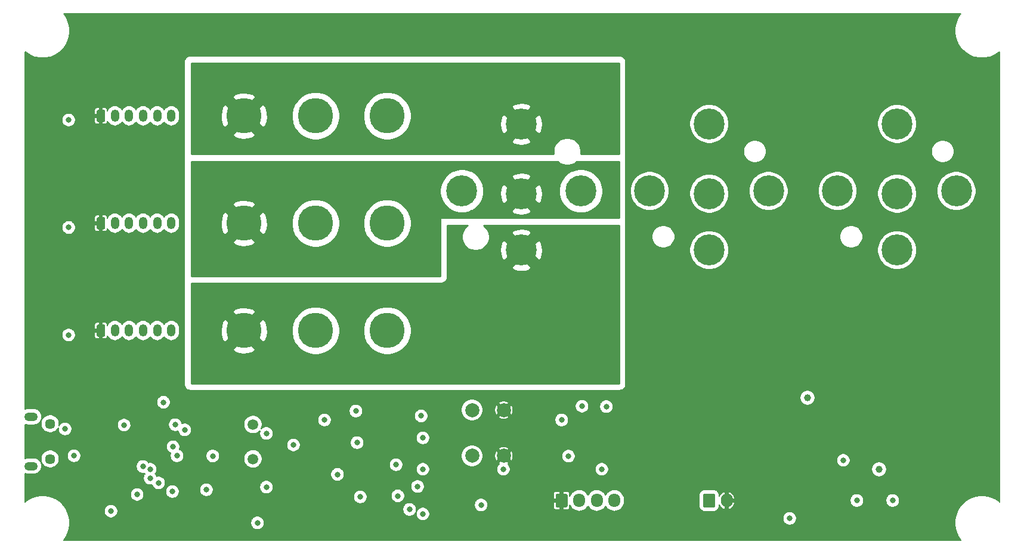
<source format=gbr>
G04 #@! TF.GenerationSoftware,KiCad,Pcbnew,(5.1.2)-1*
G04 #@! TF.CreationDate,2019-06-10T17:23:02-04:00*
G04 #@! TF.ProjectId,pev_uvw_sw,7065765f-7576-4775-9f73-772e6b696361,rev?*
G04 #@! TF.SameCoordinates,Original*
G04 #@! TF.FileFunction,Copper,L2,Inr*
G04 #@! TF.FilePolarity,Positive*
%FSLAX46Y46*%
G04 Gerber Fmt 4.6, Leading zero omitted, Abs format (unit mm)*
G04 Created by KiCad (PCBNEW (5.1.2)-1) date 2019-06-10 17:23:02*
%MOMM*%
%LPD*%
G04 APERTURE LIST*
%ADD10C,1.450000*%
%ADD11O,1.900000X1.200000*%
%ADD12C,0.100000*%
%ADD13C,1.700000*%
%ADD14O,1.700000X1.950000*%
%ADD15C,1.200000*%
%ADD16O,1.200000X1.750000*%
%ADD17C,2.000000*%
%ADD18C,5.000000*%
%ADD19C,1.500000*%
%ADD20C,4.400000*%
%ADD21O,1.700000X2.000000*%
%ADD22C,0.800000*%
%ADD23C,1.600000*%
%ADD24C,1.000000*%
%ADD25C,0.254000*%
%ADD26C,0.127000*%
G04 APERTURE END LIST*
D10*
X4224000Y-58952000D03*
X4224000Y-63952000D03*
D11*
X1524000Y-57952000D03*
X1524000Y-64952000D03*
D12*
G36*
X77459504Y-68876204D02*
G01*
X77483773Y-68879804D01*
X77507571Y-68885765D01*
X77530671Y-68894030D01*
X77552849Y-68904520D01*
X77573893Y-68917133D01*
X77593598Y-68931747D01*
X77611777Y-68948223D01*
X77628253Y-68966402D01*
X77642867Y-68986107D01*
X77655480Y-69007151D01*
X77665970Y-69029329D01*
X77674235Y-69052429D01*
X77680196Y-69076227D01*
X77683796Y-69100496D01*
X77685000Y-69125000D01*
X77685000Y-70575000D01*
X77683796Y-70599504D01*
X77680196Y-70623773D01*
X77674235Y-70647571D01*
X77665970Y-70670671D01*
X77655480Y-70692849D01*
X77642867Y-70713893D01*
X77628253Y-70733598D01*
X77611777Y-70751777D01*
X77593598Y-70768253D01*
X77573893Y-70782867D01*
X77552849Y-70795480D01*
X77530671Y-70805970D01*
X77507571Y-70814235D01*
X77483773Y-70820196D01*
X77459504Y-70823796D01*
X77435000Y-70825000D01*
X76235000Y-70825000D01*
X76210496Y-70823796D01*
X76186227Y-70820196D01*
X76162429Y-70814235D01*
X76139329Y-70805970D01*
X76117151Y-70795480D01*
X76096107Y-70782867D01*
X76076402Y-70768253D01*
X76058223Y-70751777D01*
X76041747Y-70733598D01*
X76027133Y-70713893D01*
X76014520Y-70692849D01*
X76004030Y-70670671D01*
X75995765Y-70647571D01*
X75989804Y-70623773D01*
X75986204Y-70599504D01*
X75985000Y-70575000D01*
X75985000Y-69125000D01*
X75986204Y-69100496D01*
X75989804Y-69076227D01*
X75995765Y-69052429D01*
X76004030Y-69029329D01*
X76014520Y-69007151D01*
X76027133Y-68986107D01*
X76041747Y-68966402D01*
X76058223Y-68948223D01*
X76076402Y-68931747D01*
X76096107Y-68917133D01*
X76117151Y-68904520D01*
X76139329Y-68894030D01*
X76162429Y-68885765D01*
X76186227Y-68879804D01*
X76210496Y-68876204D01*
X76235000Y-68875000D01*
X77435000Y-68875000D01*
X77459504Y-68876204D01*
X77459504Y-68876204D01*
G37*
D13*
X76835000Y-69850000D03*
D14*
X79335000Y-69850000D03*
X81835000Y-69850000D03*
X84335000Y-69850000D03*
D12*
G36*
X11804505Y-14366204D02*
G01*
X11828773Y-14369804D01*
X11852572Y-14375765D01*
X11875671Y-14384030D01*
X11897850Y-14394520D01*
X11918893Y-14407132D01*
X11938599Y-14421747D01*
X11956777Y-14438223D01*
X11973253Y-14456401D01*
X11987868Y-14476107D01*
X12000480Y-14497150D01*
X12010970Y-14519329D01*
X12019235Y-14542428D01*
X12025196Y-14566227D01*
X12028796Y-14590495D01*
X12030000Y-14614999D01*
X12030000Y-15865001D01*
X12028796Y-15889505D01*
X12025196Y-15913773D01*
X12019235Y-15937572D01*
X12010970Y-15960671D01*
X12000480Y-15982850D01*
X11987868Y-16003893D01*
X11973253Y-16023599D01*
X11956777Y-16041777D01*
X11938599Y-16058253D01*
X11918893Y-16072868D01*
X11897850Y-16085480D01*
X11875671Y-16095970D01*
X11852572Y-16104235D01*
X11828773Y-16110196D01*
X11804505Y-16113796D01*
X11780001Y-16115000D01*
X11079999Y-16115000D01*
X11055495Y-16113796D01*
X11031227Y-16110196D01*
X11007428Y-16104235D01*
X10984329Y-16095970D01*
X10962150Y-16085480D01*
X10941107Y-16072868D01*
X10921401Y-16058253D01*
X10903223Y-16041777D01*
X10886747Y-16023599D01*
X10872132Y-16003893D01*
X10859520Y-15982850D01*
X10849030Y-15960671D01*
X10840765Y-15937572D01*
X10834804Y-15913773D01*
X10831204Y-15889505D01*
X10830000Y-15865001D01*
X10830000Y-14614999D01*
X10831204Y-14590495D01*
X10834804Y-14566227D01*
X10840765Y-14542428D01*
X10849030Y-14519329D01*
X10859520Y-14497150D01*
X10872132Y-14476107D01*
X10886747Y-14456401D01*
X10903223Y-14438223D01*
X10921401Y-14421747D01*
X10941107Y-14407132D01*
X10962150Y-14394520D01*
X10984329Y-14384030D01*
X11007428Y-14375765D01*
X11031227Y-14369804D01*
X11055495Y-14366204D01*
X11079999Y-14365000D01*
X11780001Y-14365000D01*
X11804505Y-14366204D01*
X11804505Y-14366204D01*
G37*
D15*
X11430000Y-15240000D03*
D16*
X13430000Y-15240000D03*
X15430000Y-15240000D03*
X17430000Y-15240000D03*
X19430000Y-15240000D03*
X21430000Y-15240000D03*
X21430000Y-30480000D03*
X19430000Y-30480000D03*
X17430000Y-30480000D03*
X15430000Y-30480000D03*
X13430000Y-30480000D03*
D12*
G36*
X11804505Y-29606204D02*
G01*
X11828773Y-29609804D01*
X11852572Y-29615765D01*
X11875671Y-29624030D01*
X11897850Y-29634520D01*
X11918893Y-29647132D01*
X11938599Y-29661747D01*
X11956777Y-29678223D01*
X11973253Y-29696401D01*
X11987868Y-29716107D01*
X12000480Y-29737150D01*
X12010970Y-29759329D01*
X12019235Y-29782428D01*
X12025196Y-29806227D01*
X12028796Y-29830495D01*
X12030000Y-29854999D01*
X12030000Y-31105001D01*
X12028796Y-31129505D01*
X12025196Y-31153773D01*
X12019235Y-31177572D01*
X12010970Y-31200671D01*
X12000480Y-31222850D01*
X11987868Y-31243893D01*
X11973253Y-31263599D01*
X11956777Y-31281777D01*
X11938599Y-31298253D01*
X11918893Y-31312868D01*
X11897850Y-31325480D01*
X11875671Y-31335970D01*
X11852572Y-31344235D01*
X11828773Y-31350196D01*
X11804505Y-31353796D01*
X11780001Y-31355000D01*
X11079999Y-31355000D01*
X11055495Y-31353796D01*
X11031227Y-31350196D01*
X11007428Y-31344235D01*
X10984329Y-31335970D01*
X10962150Y-31325480D01*
X10941107Y-31312868D01*
X10921401Y-31298253D01*
X10903223Y-31281777D01*
X10886747Y-31263599D01*
X10872132Y-31243893D01*
X10859520Y-31222850D01*
X10849030Y-31200671D01*
X10840765Y-31177572D01*
X10834804Y-31153773D01*
X10831204Y-31129505D01*
X10830000Y-31105001D01*
X10830000Y-29854999D01*
X10831204Y-29830495D01*
X10834804Y-29806227D01*
X10840765Y-29782428D01*
X10849030Y-29759329D01*
X10859520Y-29737150D01*
X10872132Y-29716107D01*
X10886747Y-29696401D01*
X10903223Y-29678223D01*
X10921401Y-29661747D01*
X10941107Y-29647132D01*
X10962150Y-29634520D01*
X10984329Y-29624030D01*
X11007428Y-29615765D01*
X11031227Y-29609804D01*
X11055495Y-29606204D01*
X11079999Y-29605000D01*
X11780001Y-29605000D01*
X11804505Y-29606204D01*
X11804505Y-29606204D01*
G37*
D15*
X11430000Y-30480000D03*
D12*
G36*
X11804505Y-44846204D02*
G01*
X11828773Y-44849804D01*
X11852572Y-44855765D01*
X11875671Y-44864030D01*
X11897850Y-44874520D01*
X11918893Y-44887132D01*
X11938599Y-44901747D01*
X11956777Y-44918223D01*
X11973253Y-44936401D01*
X11987868Y-44956107D01*
X12000480Y-44977150D01*
X12010970Y-44999329D01*
X12019235Y-45022428D01*
X12025196Y-45046227D01*
X12028796Y-45070495D01*
X12030000Y-45094999D01*
X12030000Y-46345001D01*
X12028796Y-46369505D01*
X12025196Y-46393773D01*
X12019235Y-46417572D01*
X12010970Y-46440671D01*
X12000480Y-46462850D01*
X11987868Y-46483893D01*
X11973253Y-46503599D01*
X11956777Y-46521777D01*
X11938599Y-46538253D01*
X11918893Y-46552868D01*
X11897850Y-46565480D01*
X11875671Y-46575970D01*
X11852572Y-46584235D01*
X11828773Y-46590196D01*
X11804505Y-46593796D01*
X11780001Y-46595000D01*
X11079999Y-46595000D01*
X11055495Y-46593796D01*
X11031227Y-46590196D01*
X11007428Y-46584235D01*
X10984329Y-46575970D01*
X10962150Y-46565480D01*
X10941107Y-46552868D01*
X10921401Y-46538253D01*
X10903223Y-46521777D01*
X10886747Y-46503599D01*
X10872132Y-46483893D01*
X10859520Y-46462850D01*
X10849030Y-46440671D01*
X10840765Y-46417572D01*
X10834804Y-46393773D01*
X10831204Y-46369505D01*
X10830000Y-46345001D01*
X10830000Y-45094999D01*
X10831204Y-45070495D01*
X10834804Y-45046227D01*
X10840765Y-45022428D01*
X10849030Y-44999329D01*
X10859520Y-44977150D01*
X10872132Y-44956107D01*
X10886747Y-44936401D01*
X10903223Y-44918223D01*
X10921401Y-44901747D01*
X10941107Y-44887132D01*
X10962150Y-44874520D01*
X10984329Y-44864030D01*
X11007428Y-44855765D01*
X11031227Y-44849804D01*
X11055495Y-44846204D01*
X11079999Y-44845000D01*
X11780001Y-44845000D01*
X11804505Y-44846204D01*
X11804505Y-44846204D01*
G37*
D15*
X11430000Y-45720000D03*
D16*
X13430000Y-45720000D03*
X15430000Y-45720000D03*
X17430000Y-45720000D03*
X19430000Y-45720000D03*
X21430000Y-45720000D03*
D17*
X68635000Y-63500000D03*
X64135000Y-63500000D03*
X68635000Y-57000000D03*
X64135000Y-57000000D03*
D18*
X52070000Y-30480000D03*
X41910000Y-30480000D03*
X31750000Y-30480000D03*
X31750000Y-15240000D03*
X41910000Y-15240000D03*
X52070000Y-15240000D03*
X31750000Y-45720000D03*
X41910000Y-45720000D03*
X52070000Y-45720000D03*
D19*
X33020000Y-59055000D03*
X33020000Y-63935000D03*
D20*
X79570000Y-25890000D03*
X62670000Y-25890000D03*
X71120000Y-16390000D03*
X71120000Y-26290000D03*
X71120000Y-34290000D03*
X97790000Y-34290000D03*
X97790000Y-26290000D03*
X97790000Y-16390000D03*
X89340000Y-25890000D03*
X106240000Y-25890000D03*
X124460000Y-34290000D03*
X124460000Y-26290000D03*
X124460000Y-16390000D03*
X116010000Y-25890000D03*
X132910000Y-25890000D03*
D12*
G36*
X98414504Y-68851204D02*
G01*
X98438773Y-68854804D01*
X98462571Y-68860765D01*
X98485671Y-68869030D01*
X98507849Y-68879520D01*
X98528893Y-68892133D01*
X98548598Y-68906747D01*
X98566777Y-68923223D01*
X98583253Y-68941402D01*
X98597867Y-68961107D01*
X98610480Y-68982151D01*
X98620970Y-69004329D01*
X98629235Y-69027429D01*
X98635196Y-69051227D01*
X98638796Y-69075496D01*
X98640000Y-69100000D01*
X98640000Y-70600000D01*
X98638796Y-70624504D01*
X98635196Y-70648773D01*
X98629235Y-70672571D01*
X98620970Y-70695671D01*
X98610480Y-70717849D01*
X98597867Y-70738893D01*
X98583253Y-70758598D01*
X98566777Y-70776777D01*
X98548598Y-70793253D01*
X98528893Y-70807867D01*
X98507849Y-70820480D01*
X98485671Y-70830970D01*
X98462571Y-70839235D01*
X98438773Y-70845196D01*
X98414504Y-70848796D01*
X98390000Y-70850000D01*
X97190000Y-70850000D01*
X97165496Y-70848796D01*
X97141227Y-70845196D01*
X97117429Y-70839235D01*
X97094329Y-70830970D01*
X97072151Y-70820480D01*
X97051107Y-70807867D01*
X97031402Y-70793253D01*
X97013223Y-70776777D01*
X96996747Y-70758598D01*
X96982133Y-70738893D01*
X96969520Y-70717849D01*
X96959030Y-70695671D01*
X96950765Y-70672571D01*
X96944804Y-70648773D01*
X96941204Y-70624504D01*
X96940000Y-70600000D01*
X96940000Y-69100000D01*
X96941204Y-69075496D01*
X96944804Y-69051227D01*
X96950765Y-69027429D01*
X96959030Y-69004329D01*
X96969520Y-68982151D01*
X96982133Y-68961107D01*
X96996747Y-68941402D01*
X97013223Y-68923223D01*
X97031402Y-68906747D01*
X97051107Y-68892133D01*
X97072151Y-68879520D01*
X97094329Y-68869030D01*
X97117429Y-68860765D01*
X97141227Y-68854804D01*
X97165496Y-68851204D01*
X97190000Y-68850000D01*
X98390000Y-68850000D01*
X98414504Y-68851204D01*
X98414504Y-68851204D01*
G37*
D13*
X97790000Y-69850000D03*
D21*
X100290000Y-69850000D03*
D22*
X48260000Y-67945000D03*
D23*
X106680000Y-64135000D03*
D22*
X134620000Y-66675000D03*
X132080000Y-66040000D03*
X130175000Y-67310000D03*
X127635000Y-66675000D03*
X113411000Y-66421000D03*
X112395000Y-69850000D03*
X112649000Y-68453000D03*
X111760000Y-66675000D03*
X115570000Y-62865000D03*
X25400000Y-69890000D03*
X48260000Y-66040000D03*
X37465000Y-70485000D03*
X39370000Y-71120000D03*
X39370000Y-67945000D03*
X41910000Y-66040000D03*
X45085000Y-62230000D03*
X46355000Y-59690000D03*
X35560000Y-71120000D03*
X60325000Y-68580000D03*
X62230000Y-66675000D03*
X60960000Y-63500000D03*
X62230000Y-60325000D03*
X29210000Y-57785000D03*
X36195000Y-56515000D03*
X36195000Y-62865000D03*
X28575000Y-64770000D03*
X30480000Y-66675000D03*
X53340000Y-58420000D03*
X35560000Y-5715000D03*
X41275000Y-3810000D03*
X52070000Y-5715000D03*
X62230000Y-3810000D03*
X74295000Y-3175000D03*
X83820000Y-5715000D03*
X95250000Y-3810000D03*
X102870000Y-3810000D03*
X121920000Y-3810000D03*
X112395000Y-3810000D03*
X128270000Y-2540000D03*
X29845000Y-4445000D03*
X22860000Y-3810000D03*
X9525000Y-7620000D03*
X17780000Y-8890000D03*
X6350000Y-20320000D03*
X7620000Y-26670000D03*
X3175000Y-26670000D03*
X4445000Y-36830000D03*
X11430000Y-36830000D03*
X7620000Y-41275000D03*
X3175000Y-49530000D03*
X7620000Y-52070000D03*
X13335000Y-51435000D03*
X20955000Y-51435000D03*
X6350000Y-67945000D03*
X9525000Y-72390000D03*
X9525000Y-67945000D03*
X37465000Y-74295000D03*
X48260000Y-74295000D03*
X59690000Y-74295000D03*
X68580000Y-73660000D03*
X86360000Y-57150000D03*
X87630000Y-61595000D03*
X92075000Y-55245000D03*
X93980000Y-59690000D03*
X99695000Y-57785000D03*
X102235000Y-63500000D03*
X91440000Y-66040000D03*
X91440000Y-71120000D03*
X9525000Y-57785000D03*
X53340000Y-60960000D03*
X33020000Y-74295000D03*
X4445000Y-10160000D03*
X71755000Y-67310000D03*
X58420000Y-56515000D03*
X55880000Y-56515000D03*
X73025000Y-60960000D03*
X32385000Y-70485000D03*
X29210000Y-71120000D03*
X6350000Y-63500000D03*
X77823100Y-63541200D03*
X6862200Y-46342500D03*
X56897500Y-57835900D03*
X79734600Y-56460400D03*
X16584400Y-68992800D03*
X12865400Y-71356300D03*
X6862200Y-15822500D03*
X6862200Y-31082500D03*
X53587500Y-69185000D03*
X14730600Y-59122900D03*
X45020500Y-66137500D03*
X56393800Y-67847500D03*
X43180000Y-58420000D03*
X65405000Y-70485000D03*
X116840000Y-64135000D03*
X109220000Y-72390000D03*
X6350000Y-59690000D03*
X26416000Y-68326000D03*
X17399000Y-65024000D03*
X7620000Y-63500000D03*
X47795700Y-61640000D03*
X23337500Y-59816400D03*
X19617300Y-67341000D03*
X20318502Y-55891897D03*
X38771600Y-61968400D03*
X21679500Y-62200200D03*
X27305000Y-63517000D03*
X34925000Y-67945000D03*
X21986800Y-59080800D03*
X34925000Y-60325000D03*
X82550000Y-65405000D03*
X68580000Y-65405000D03*
X21590000Y-68580000D03*
X33655000Y-73025000D03*
X18415000Y-65405000D03*
X83185000Y-56515000D03*
X18415000Y-66675000D03*
X76835000Y-58420000D03*
X57150000Y-71755000D03*
X47625000Y-57150000D03*
X53340000Y-64770000D03*
X57150000Y-60960000D03*
X55245000Y-71120000D03*
X57150000Y-65405000D03*
X22225000Y-63500000D03*
X48260000Y-69342000D03*
D24*
X121920000Y-65405000D03*
X111760000Y-55245000D03*
D22*
X123825000Y-69850000D03*
X118745000Y-69850000D03*
D25*
G36*
X63359736Y-30854364D02*
G01*
X63084364Y-31129736D01*
X62868005Y-31453539D01*
X62718975Y-31813330D01*
X62643000Y-32195282D01*
X62643000Y-32584718D01*
X62718975Y-32966670D01*
X62868005Y-33326461D01*
X63084364Y-33650264D01*
X63359736Y-33925636D01*
X63683539Y-34141995D01*
X64043330Y-34291025D01*
X64425282Y-34367000D01*
X64814718Y-34367000D01*
X65196670Y-34291025D01*
X65291015Y-34251946D01*
X68078592Y-34251946D01*
X68129608Y-34846027D01*
X68295543Y-35418740D01*
X68324668Y-35489054D01*
X68696849Y-35761385D01*
X70168234Y-34290000D01*
X72071766Y-34290000D01*
X73543151Y-35761385D01*
X73915332Y-35489054D01*
X74095544Y-34920672D01*
X74161408Y-34328054D01*
X74110392Y-33733973D01*
X73944457Y-33161260D01*
X73915332Y-33090946D01*
X73543151Y-32818615D01*
X72071766Y-34290000D01*
X70168234Y-34290000D01*
X68696849Y-32818615D01*
X68324668Y-33090946D01*
X68144456Y-33659328D01*
X68078592Y-34251946D01*
X65291015Y-34251946D01*
X65556461Y-34141995D01*
X65880264Y-33925636D01*
X66155636Y-33650264D01*
X66371995Y-33326461D01*
X66521025Y-32966670D01*
X66597000Y-32584718D01*
X66597000Y-32195282D01*
X66531671Y-31866849D01*
X69648615Y-31866849D01*
X71120000Y-33338234D01*
X72591385Y-31866849D01*
X72319054Y-31494668D01*
X71750672Y-31314456D01*
X71158054Y-31248592D01*
X70563973Y-31299608D01*
X69991260Y-31465543D01*
X69920946Y-31494668D01*
X69648615Y-31866849D01*
X66531671Y-31866849D01*
X66521025Y-31813330D01*
X66371995Y-31453539D01*
X66155636Y-31129736D01*
X65880264Y-30854364D01*
X65756998Y-30772000D01*
X84963000Y-30772000D01*
X84963000Y-53213000D01*
X24257000Y-53213000D01*
X24257000Y-48361957D01*
X30059809Y-48361957D01*
X30369673Y-48764832D01*
X30990213Y-48975615D01*
X31639951Y-49061287D01*
X32293918Y-49018554D01*
X32926983Y-48849060D01*
X33130327Y-48764832D01*
X33440191Y-48361957D01*
X31750000Y-46671766D01*
X30059809Y-48361957D01*
X24257000Y-48361957D01*
X24257000Y-45609951D01*
X28408713Y-45609951D01*
X28451446Y-46263918D01*
X28620940Y-46896983D01*
X28705168Y-47100327D01*
X29108043Y-47410191D01*
X30798234Y-45720000D01*
X32701766Y-45720000D01*
X34391957Y-47410191D01*
X34794832Y-47100327D01*
X35005615Y-46479787D01*
X35091287Y-45830049D01*
X35062041Y-45382470D01*
X38483000Y-45382470D01*
X38483000Y-46057530D01*
X38614697Y-46719619D01*
X38873032Y-47343293D01*
X39248075Y-47904585D01*
X39725415Y-48381925D01*
X40286707Y-48756968D01*
X40910381Y-49015303D01*
X41572470Y-49147000D01*
X42247530Y-49147000D01*
X42909619Y-49015303D01*
X43533293Y-48756968D01*
X44094585Y-48381925D01*
X44571925Y-47904585D01*
X44946968Y-47343293D01*
X45205303Y-46719619D01*
X45337000Y-46057530D01*
X45337000Y-45382470D01*
X48643000Y-45382470D01*
X48643000Y-46057530D01*
X48774697Y-46719619D01*
X49033032Y-47343293D01*
X49408075Y-47904585D01*
X49885415Y-48381925D01*
X50446707Y-48756968D01*
X51070381Y-49015303D01*
X51732470Y-49147000D01*
X52407530Y-49147000D01*
X53069619Y-49015303D01*
X53693293Y-48756968D01*
X54254585Y-48381925D01*
X54731925Y-47904585D01*
X55106968Y-47343293D01*
X55365303Y-46719619D01*
X55497000Y-46057530D01*
X55497000Y-45382470D01*
X55365303Y-44720381D01*
X55106968Y-44096707D01*
X54731925Y-43535415D01*
X54254585Y-43058075D01*
X53693293Y-42683032D01*
X53069619Y-42424697D01*
X52407530Y-42293000D01*
X51732470Y-42293000D01*
X51070381Y-42424697D01*
X50446707Y-42683032D01*
X49885415Y-43058075D01*
X49408075Y-43535415D01*
X49033032Y-44096707D01*
X48774697Y-44720381D01*
X48643000Y-45382470D01*
X45337000Y-45382470D01*
X45205303Y-44720381D01*
X44946968Y-44096707D01*
X44571925Y-43535415D01*
X44094585Y-43058075D01*
X43533293Y-42683032D01*
X42909619Y-42424697D01*
X42247530Y-42293000D01*
X41572470Y-42293000D01*
X40910381Y-42424697D01*
X40286707Y-42683032D01*
X39725415Y-43058075D01*
X39248075Y-43535415D01*
X38873032Y-44096707D01*
X38614697Y-44720381D01*
X38483000Y-45382470D01*
X35062041Y-45382470D01*
X35048554Y-45176082D01*
X34879060Y-44543017D01*
X34794832Y-44339673D01*
X34391957Y-44029809D01*
X32701766Y-45720000D01*
X30798234Y-45720000D01*
X29108043Y-44029809D01*
X28705168Y-44339673D01*
X28494385Y-44960213D01*
X28408713Y-45609951D01*
X24257000Y-45609951D01*
X24257000Y-43078043D01*
X30059809Y-43078043D01*
X31750000Y-44768234D01*
X33440191Y-43078043D01*
X33130327Y-42675168D01*
X32509787Y-42464385D01*
X31860049Y-42378713D01*
X31206082Y-42421446D01*
X30573017Y-42590940D01*
X30369673Y-42675168D01*
X30059809Y-43078043D01*
X24257000Y-43078043D01*
X24257000Y-39027000D01*
X59690000Y-39027000D01*
X59870849Y-39009188D01*
X60044748Y-38956436D01*
X60205014Y-38870772D01*
X60345488Y-38755488D01*
X60460772Y-38615014D01*
X60546436Y-38454748D01*
X60599188Y-38280849D01*
X60617000Y-38100000D01*
X60617000Y-36713151D01*
X69648615Y-36713151D01*
X69920946Y-37085332D01*
X70489328Y-37265544D01*
X71081946Y-37331408D01*
X71676027Y-37280392D01*
X72248740Y-37114457D01*
X72319054Y-37085332D01*
X72591385Y-36713151D01*
X71120000Y-35241766D01*
X69648615Y-36713151D01*
X60617000Y-36713151D01*
X60617000Y-30772000D01*
X63483002Y-30772000D01*
X63359736Y-30854364D01*
X63359736Y-30854364D01*
G37*
X63359736Y-30854364D02*
X63084364Y-31129736D01*
X62868005Y-31453539D01*
X62718975Y-31813330D01*
X62643000Y-32195282D01*
X62643000Y-32584718D01*
X62718975Y-32966670D01*
X62868005Y-33326461D01*
X63084364Y-33650264D01*
X63359736Y-33925636D01*
X63683539Y-34141995D01*
X64043330Y-34291025D01*
X64425282Y-34367000D01*
X64814718Y-34367000D01*
X65196670Y-34291025D01*
X65291015Y-34251946D01*
X68078592Y-34251946D01*
X68129608Y-34846027D01*
X68295543Y-35418740D01*
X68324668Y-35489054D01*
X68696849Y-35761385D01*
X70168234Y-34290000D01*
X72071766Y-34290000D01*
X73543151Y-35761385D01*
X73915332Y-35489054D01*
X74095544Y-34920672D01*
X74161408Y-34328054D01*
X74110392Y-33733973D01*
X73944457Y-33161260D01*
X73915332Y-33090946D01*
X73543151Y-32818615D01*
X72071766Y-34290000D01*
X70168234Y-34290000D01*
X68696849Y-32818615D01*
X68324668Y-33090946D01*
X68144456Y-33659328D01*
X68078592Y-34251946D01*
X65291015Y-34251946D01*
X65556461Y-34141995D01*
X65880264Y-33925636D01*
X66155636Y-33650264D01*
X66371995Y-33326461D01*
X66521025Y-32966670D01*
X66597000Y-32584718D01*
X66597000Y-32195282D01*
X66531671Y-31866849D01*
X69648615Y-31866849D01*
X71120000Y-33338234D01*
X72591385Y-31866849D01*
X72319054Y-31494668D01*
X71750672Y-31314456D01*
X71158054Y-31248592D01*
X70563973Y-31299608D01*
X69991260Y-31465543D01*
X69920946Y-31494668D01*
X69648615Y-31866849D01*
X66531671Y-31866849D01*
X66521025Y-31813330D01*
X66371995Y-31453539D01*
X66155636Y-31129736D01*
X65880264Y-30854364D01*
X65756998Y-30772000D01*
X84963000Y-30772000D01*
X84963000Y-53213000D01*
X24257000Y-53213000D01*
X24257000Y-48361957D01*
X30059809Y-48361957D01*
X30369673Y-48764832D01*
X30990213Y-48975615D01*
X31639951Y-49061287D01*
X32293918Y-49018554D01*
X32926983Y-48849060D01*
X33130327Y-48764832D01*
X33440191Y-48361957D01*
X31750000Y-46671766D01*
X30059809Y-48361957D01*
X24257000Y-48361957D01*
X24257000Y-45609951D01*
X28408713Y-45609951D01*
X28451446Y-46263918D01*
X28620940Y-46896983D01*
X28705168Y-47100327D01*
X29108043Y-47410191D01*
X30798234Y-45720000D01*
X32701766Y-45720000D01*
X34391957Y-47410191D01*
X34794832Y-47100327D01*
X35005615Y-46479787D01*
X35091287Y-45830049D01*
X35062041Y-45382470D01*
X38483000Y-45382470D01*
X38483000Y-46057530D01*
X38614697Y-46719619D01*
X38873032Y-47343293D01*
X39248075Y-47904585D01*
X39725415Y-48381925D01*
X40286707Y-48756968D01*
X40910381Y-49015303D01*
X41572470Y-49147000D01*
X42247530Y-49147000D01*
X42909619Y-49015303D01*
X43533293Y-48756968D01*
X44094585Y-48381925D01*
X44571925Y-47904585D01*
X44946968Y-47343293D01*
X45205303Y-46719619D01*
X45337000Y-46057530D01*
X45337000Y-45382470D01*
X48643000Y-45382470D01*
X48643000Y-46057530D01*
X48774697Y-46719619D01*
X49033032Y-47343293D01*
X49408075Y-47904585D01*
X49885415Y-48381925D01*
X50446707Y-48756968D01*
X51070381Y-49015303D01*
X51732470Y-49147000D01*
X52407530Y-49147000D01*
X53069619Y-49015303D01*
X53693293Y-48756968D01*
X54254585Y-48381925D01*
X54731925Y-47904585D01*
X55106968Y-47343293D01*
X55365303Y-46719619D01*
X55497000Y-46057530D01*
X55497000Y-45382470D01*
X55365303Y-44720381D01*
X55106968Y-44096707D01*
X54731925Y-43535415D01*
X54254585Y-43058075D01*
X53693293Y-42683032D01*
X53069619Y-42424697D01*
X52407530Y-42293000D01*
X51732470Y-42293000D01*
X51070381Y-42424697D01*
X50446707Y-42683032D01*
X49885415Y-43058075D01*
X49408075Y-43535415D01*
X49033032Y-44096707D01*
X48774697Y-44720381D01*
X48643000Y-45382470D01*
X45337000Y-45382470D01*
X45205303Y-44720381D01*
X44946968Y-44096707D01*
X44571925Y-43535415D01*
X44094585Y-43058075D01*
X43533293Y-42683032D01*
X42909619Y-42424697D01*
X42247530Y-42293000D01*
X41572470Y-42293000D01*
X40910381Y-42424697D01*
X40286707Y-42683032D01*
X39725415Y-43058075D01*
X39248075Y-43535415D01*
X38873032Y-44096707D01*
X38614697Y-44720381D01*
X38483000Y-45382470D01*
X35062041Y-45382470D01*
X35048554Y-45176082D01*
X34879060Y-44543017D01*
X34794832Y-44339673D01*
X34391957Y-44029809D01*
X32701766Y-45720000D01*
X30798234Y-45720000D01*
X29108043Y-44029809D01*
X28705168Y-44339673D01*
X28494385Y-44960213D01*
X28408713Y-45609951D01*
X24257000Y-45609951D01*
X24257000Y-43078043D01*
X30059809Y-43078043D01*
X31750000Y-44768234D01*
X33440191Y-43078043D01*
X33130327Y-42675168D01*
X32509787Y-42464385D01*
X31860049Y-42378713D01*
X31206082Y-42421446D01*
X30573017Y-42590940D01*
X30369673Y-42675168D01*
X30059809Y-43078043D01*
X24257000Y-43078043D01*
X24257000Y-39027000D01*
X59690000Y-39027000D01*
X59870849Y-39009188D01*
X60044748Y-38956436D01*
X60205014Y-38870772D01*
X60345488Y-38755488D01*
X60460772Y-38615014D01*
X60546436Y-38454748D01*
X60599188Y-38280849D01*
X60617000Y-38100000D01*
X60617000Y-36713151D01*
X69648615Y-36713151D01*
X69920946Y-37085332D01*
X70489328Y-37265544D01*
X71081946Y-37331408D01*
X71676027Y-37280392D01*
X72248740Y-37114457D01*
X72319054Y-37085332D01*
X72591385Y-36713151D01*
X71120000Y-35241766D01*
X69648615Y-36713151D01*
X60617000Y-36713151D01*
X60617000Y-30772000D01*
X63483002Y-30772000D01*
X63359736Y-30854364D01*
G36*
X76359736Y-21825636D02*
G01*
X76683539Y-22041995D01*
X77043330Y-22191025D01*
X77425282Y-22267000D01*
X77814718Y-22267000D01*
X78196670Y-22191025D01*
X78556461Y-22041995D01*
X78880264Y-21825636D01*
X78988900Y-21717000D01*
X84963000Y-21717000D01*
X84963000Y-29718000D01*
X59690000Y-29718000D01*
X59665224Y-29720440D01*
X59641399Y-29727667D01*
X59619443Y-29739403D01*
X59600197Y-29755197D01*
X59584403Y-29774443D01*
X59572667Y-29796399D01*
X59565440Y-29820224D01*
X59563000Y-29845000D01*
X59563000Y-37973000D01*
X24257000Y-37973000D01*
X24257000Y-33121957D01*
X30059809Y-33121957D01*
X30369673Y-33524832D01*
X30990213Y-33735615D01*
X31639951Y-33821287D01*
X32293918Y-33778554D01*
X32926983Y-33609060D01*
X33130327Y-33524832D01*
X33440191Y-33121957D01*
X31750000Y-31431766D01*
X30059809Y-33121957D01*
X24257000Y-33121957D01*
X24257000Y-30369951D01*
X28408713Y-30369951D01*
X28451446Y-31023918D01*
X28620940Y-31656983D01*
X28705168Y-31860327D01*
X29108043Y-32170191D01*
X30798234Y-30480000D01*
X32701766Y-30480000D01*
X34391957Y-32170191D01*
X34794832Y-31860327D01*
X35005615Y-31239787D01*
X35091287Y-30590049D01*
X35062041Y-30142470D01*
X38483000Y-30142470D01*
X38483000Y-30817530D01*
X38614697Y-31479619D01*
X38873032Y-32103293D01*
X39248075Y-32664585D01*
X39725415Y-33141925D01*
X40286707Y-33516968D01*
X40910381Y-33775303D01*
X41572470Y-33907000D01*
X42247530Y-33907000D01*
X42909619Y-33775303D01*
X43533293Y-33516968D01*
X44094585Y-33141925D01*
X44571925Y-32664585D01*
X44946968Y-32103293D01*
X45205303Y-31479619D01*
X45337000Y-30817530D01*
X45337000Y-30142470D01*
X48643000Y-30142470D01*
X48643000Y-30817530D01*
X48774697Y-31479619D01*
X49033032Y-32103293D01*
X49408075Y-32664585D01*
X49885415Y-33141925D01*
X50446707Y-33516968D01*
X51070381Y-33775303D01*
X51732470Y-33907000D01*
X52407530Y-33907000D01*
X53069619Y-33775303D01*
X53693293Y-33516968D01*
X54254585Y-33141925D01*
X54731925Y-32664585D01*
X55106968Y-32103293D01*
X55365303Y-31479619D01*
X55497000Y-30817530D01*
X55497000Y-30142470D01*
X55365303Y-29480381D01*
X55106968Y-28856707D01*
X54731925Y-28295415D01*
X54254585Y-27818075D01*
X53693293Y-27443032D01*
X53069619Y-27184697D01*
X52407530Y-27053000D01*
X51732470Y-27053000D01*
X51070381Y-27184697D01*
X50446707Y-27443032D01*
X49885415Y-27818075D01*
X49408075Y-28295415D01*
X49033032Y-28856707D01*
X48774697Y-29480381D01*
X48643000Y-30142470D01*
X45337000Y-30142470D01*
X45205303Y-29480381D01*
X44946968Y-28856707D01*
X44571925Y-28295415D01*
X44094585Y-27818075D01*
X43533293Y-27443032D01*
X42909619Y-27184697D01*
X42247530Y-27053000D01*
X41572470Y-27053000D01*
X40910381Y-27184697D01*
X40286707Y-27443032D01*
X39725415Y-27818075D01*
X39248075Y-28295415D01*
X38873032Y-28856707D01*
X38614697Y-29480381D01*
X38483000Y-30142470D01*
X35062041Y-30142470D01*
X35048554Y-29936082D01*
X34879060Y-29303017D01*
X34794832Y-29099673D01*
X34391957Y-28789809D01*
X32701766Y-30480000D01*
X30798234Y-30480000D01*
X29108043Y-28789809D01*
X28705168Y-29099673D01*
X28494385Y-29720213D01*
X28408713Y-30369951D01*
X24257000Y-30369951D01*
X24257000Y-27838043D01*
X30059809Y-27838043D01*
X31750000Y-29528234D01*
X33440191Y-27838043D01*
X33130327Y-27435168D01*
X32509787Y-27224385D01*
X31860049Y-27138713D01*
X31206082Y-27181446D01*
X30573017Y-27350940D01*
X30369673Y-27435168D01*
X30059809Y-27838043D01*
X24257000Y-27838043D01*
X24257000Y-25582017D01*
X59543000Y-25582017D01*
X59543000Y-26197983D01*
X59663169Y-26802112D01*
X59898889Y-27371190D01*
X60241101Y-27883346D01*
X60676654Y-28318899D01*
X61188810Y-28661111D01*
X61757888Y-28896831D01*
X62362017Y-29017000D01*
X62977983Y-29017000D01*
X63582112Y-28896831D01*
X64025554Y-28713151D01*
X69648615Y-28713151D01*
X69920946Y-29085332D01*
X70489328Y-29265544D01*
X71081946Y-29331408D01*
X71676027Y-29280392D01*
X72248740Y-29114457D01*
X72319054Y-29085332D01*
X72591385Y-28713151D01*
X71120000Y-27241766D01*
X69648615Y-28713151D01*
X64025554Y-28713151D01*
X64151190Y-28661111D01*
X64663346Y-28318899D01*
X65098899Y-27883346D01*
X65441111Y-27371190D01*
X65676831Y-26802112D01*
X65786266Y-26251946D01*
X68078592Y-26251946D01*
X68129608Y-26846027D01*
X68295543Y-27418740D01*
X68324668Y-27489054D01*
X68696849Y-27761385D01*
X70168234Y-26290000D01*
X72071766Y-26290000D01*
X73543151Y-27761385D01*
X73915332Y-27489054D01*
X74095544Y-26920672D01*
X74161408Y-26328054D01*
X74110392Y-25733973D01*
X74066366Y-25582017D01*
X76443000Y-25582017D01*
X76443000Y-26197983D01*
X76563169Y-26802112D01*
X76798889Y-27371190D01*
X77141101Y-27883346D01*
X77576654Y-28318899D01*
X78088810Y-28661111D01*
X78657888Y-28896831D01*
X79262017Y-29017000D01*
X79877983Y-29017000D01*
X80482112Y-28896831D01*
X81051190Y-28661111D01*
X81563346Y-28318899D01*
X81998899Y-27883346D01*
X82341111Y-27371190D01*
X82576831Y-26802112D01*
X82697000Y-26197983D01*
X82697000Y-25582017D01*
X82576831Y-24977888D01*
X82341111Y-24408810D01*
X81998899Y-23896654D01*
X81563346Y-23461101D01*
X81051190Y-23118889D01*
X80482112Y-22883169D01*
X79877983Y-22763000D01*
X79262017Y-22763000D01*
X78657888Y-22883169D01*
X78088810Y-23118889D01*
X77576654Y-23461101D01*
X77141101Y-23896654D01*
X76798889Y-24408810D01*
X76563169Y-24977888D01*
X76443000Y-25582017D01*
X74066366Y-25582017D01*
X73944457Y-25161260D01*
X73915332Y-25090946D01*
X73543151Y-24818615D01*
X72071766Y-26290000D01*
X70168234Y-26290000D01*
X68696849Y-24818615D01*
X68324668Y-25090946D01*
X68144456Y-25659328D01*
X68078592Y-26251946D01*
X65786266Y-26251946D01*
X65797000Y-26197983D01*
X65797000Y-25582017D01*
X65676831Y-24977888D01*
X65441111Y-24408810D01*
X65098899Y-23896654D01*
X65069094Y-23866849D01*
X69648615Y-23866849D01*
X71120000Y-25338234D01*
X72591385Y-23866849D01*
X72319054Y-23494668D01*
X71750672Y-23314456D01*
X71158054Y-23248592D01*
X70563973Y-23299608D01*
X69991260Y-23465543D01*
X69920946Y-23494668D01*
X69648615Y-23866849D01*
X65069094Y-23866849D01*
X64663346Y-23461101D01*
X64151190Y-23118889D01*
X63582112Y-22883169D01*
X62977983Y-22763000D01*
X62362017Y-22763000D01*
X61757888Y-22883169D01*
X61188810Y-23118889D01*
X60676654Y-23461101D01*
X60241101Y-23896654D01*
X59898889Y-24408810D01*
X59663169Y-24977888D01*
X59543000Y-25582017D01*
X24257000Y-25582017D01*
X24257000Y-21717000D01*
X76251100Y-21717000D01*
X76359736Y-21825636D01*
X76359736Y-21825636D01*
G37*
X76359736Y-21825636D02*
X76683539Y-22041995D01*
X77043330Y-22191025D01*
X77425282Y-22267000D01*
X77814718Y-22267000D01*
X78196670Y-22191025D01*
X78556461Y-22041995D01*
X78880264Y-21825636D01*
X78988900Y-21717000D01*
X84963000Y-21717000D01*
X84963000Y-29718000D01*
X59690000Y-29718000D01*
X59665224Y-29720440D01*
X59641399Y-29727667D01*
X59619443Y-29739403D01*
X59600197Y-29755197D01*
X59584403Y-29774443D01*
X59572667Y-29796399D01*
X59565440Y-29820224D01*
X59563000Y-29845000D01*
X59563000Y-37973000D01*
X24257000Y-37973000D01*
X24257000Y-33121957D01*
X30059809Y-33121957D01*
X30369673Y-33524832D01*
X30990213Y-33735615D01*
X31639951Y-33821287D01*
X32293918Y-33778554D01*
X32926983Y-33609060D01*
X33130327Y-33524832D01*
X33440191Y-33121957D01*
X31750000Y-31431766D01*
X30059809Y-33121957D01*
X24257000Y-33121957D01*
X24257000Y-30369951D01*
X28408713Y-30369951D01*
X28451446Y-31023918D01*
X28620940Y-31656983D01*
X28705168Y-31860327D01*
X29108043Y-32170191D01*
X30798234Y-30480000D01*
X32701766Y-30480000D01*
X34391957Y-32170191D01*
X34794832Y-31860327D01*
X35005615Y-31239787D01*
X35091287Y-30590049D01*
X35062041Y-30142470D01*
X38483000Y-30142470D01*
X38483000Y-30817530D01*
X38614697Y-31479619D01*
X38873032Y-32103293D01*
X39248075Y-32664585D01*
X39725415Y-33141925D01*
X40286707Y-33516968D01*
X40910381Y-33775303D01*
X41572470Y-33907000D01*
X42247530Y-33907000D01*
X42909619Y-33775303D01*
X43533293Y-33516968D01*
X44094585Y-33141925D01*
X44571925Y-32664585D01*
X44946968Y-32103293D01*
X45205303Y-31479619D01*
X45337000Y-30817530D01*
X45337000Y-30142470D01*
X48643000Y-30142470D01*
X48643000Y-30817530D01*
X48774697Y-31479619D01*
X49033032Y-32103293D01*
X49408075Y-32664585D01*
X49885415Y-33141925D01*
X50446707Y-33516968D01*
X51070381Y-33775303D01*
X51732470Y-33907000D01*
X52407530Y-33907000D01*
X53069619Y-33775303D01*
X53693293Y-33516968D01*
X54254585Y-33141925D01*
X54731925Y-32664585D01*
X55106968Y-32103293D01*
X55365303Y-31479619D01*
X55497000Y-30817530D01*
X55497000Y-30142470D01*
X55365303Y-29480381D01*
X55106968Y-28856707D01*
X54731925Y-28295415D01*
X54254585Y-27818075D01*
X53693293Y-27443032D01*
X53069619Y-27184697D01*
X52407530Y-27053000D01*
X51732470Y-27053000D01*
X51070381Y-27184697D01*
X50446707Y-27443032D01*
X49885415Y-27818075D01*
X49408075Y-28295415D01*
X49033032Y-28856707D01*
X48774697Y-29480381D01*
X48643000Y-30142470D01*
X45337000Y-30142470D01*
X45205303Y-29480381D01*
X44946968Y-28856707D01*
X44571925Y-28295415D01*
X44094585Y-27818075D01*
X43533293Y-27443032D01*
X42909619Y-27184697D01*
X42247530Y-27053000D01*
X41572470Y-27053000D01*
X40910381Y-27184697D01*
X40286707Y-27443032D01*
X39725415Y-27818075D01*
X39248075Y-28295415D01*
X38873032Y-28856707D01*
X38614697Y-29480381D01*
X38483000Y-30142470D01*
X35062041Y-30142470D01*
X35048554Y-29936082D01*
X34879060Y-29303017D01*
X34794832Y-29099673D01*
X34391957Y-28789809D01*
X32701766Y-30480000D01*
X30798234Y-30480000D01*
X29108043Y-28789809D01*
X28705168Y-29099673D01*
X28494385Y-29720213D01*
X28408713Y-30369951D01*
X24257000Y-30369951D01*
X24257000Y-27838043D01*
X30059809Y-27838043D01*
X31750000Y-29528234D01*
X33440191Y-27838043D01*
X33130327Y-27435168D01*
X32509787Y-27224385D01*
X31860049Y-27138713D01*
X31206082Y-27181446D01*
X30573017Y-27350940D01*
X30369673Y-27435168D01*
X30059809Y-27838043D01*
X24257000Y-27838043D01*
X24257000Y-25582017D01*
X59543000Y-25582017D01*
X59543000Y-26197983D01*
X59663169Y-26802112D01*
X59898889Y-27371190D01*
X60241101Y-27883346D01*
X60676654Y-28318899D01*
X61188810Y-28661111D01*
X61757888Y-28896831D01*
X62362017Y-29017000D01*
X62977983Y-29017000D01*
X63582112Y-28896831D01*
X64025554Y-28713151D01*
X69648615Y-28713151D01*
X69920946Y-29085332D01*
X70489328Y-29265544D01*
X71081946Y-29331408D01*
X71676027Y-29280392D01*
X72248740Y-29114457D01*
X72319054Y-29085332D01*
X72591385Y-28713151D01*
X71120000Y-27241766D01*
X69648615Y-28713151D01*
X64025554Y-28713151D01*
X64151190Y-28661111D01*
X64663346Y-28318899D01*
X65098899Y-27883346D01*
X65441111Y-27371190D01*
X65676831Y-26802112D01*
X65786266Y-26251946D01*
X68078592Y-26251946D01*
X68129608Y-26846027D01*
X68295543Y-27418740D01*
X68324668Y-27489054D01*
X68696849Y-27761385D01*
X70168234Y-26290000D01*
X72071766Y-26290000D01*
X73543151Y-27761385D01*
X73915332Y-27489054D01*
X74095544Y-26920672D01*
X74161408Y-26328054D01*
X74110392Y-25733973D01*
X74066366Y-25582017D01*
X76443000Y-25582017D01*
X76443000Y-26197983D01*
X76563169Y-26802112D01*
X76798889Y-27371190D01*
X77141101Y-27883346D01*
X77576654Y-28318899D01*
X78088810Y-28661111D01*
X78657888Y-28896831D01*
X79262017Y-29017000D01*
X79877983Y-29017000D01*
X80482112Y-28896831D01*
X81051190Y-28661111D01*
X81563346Y-28318899D01*
X81998899Y-27883346D01*
X82341111Y-27371190D01*
X82576831Y-26802112D01*
X82697000Y-26197983D01*
X82697000Y-25582017D01*
X82576831Y-24977888D01*
X82341111Y-24408810D01*
X81998899Y-23896654D01*
X81563346Y-23461101D01*
X81051190Y-23118889D01*
X80482112Y-22883169D01*
X79877983Y-22763000D01*
X79262017Y-22763000D01*
X78657888Y-22883169D01*
X78088810Y-23118889D01*
X77576654Y-23461101D01*
X77141101Y-23896654D01*
X76798889Y-24408810D01*
X76563169Y-24977888D01*
X76443000Y-25582017D01*
X74066366Y-25582017D01*
X73944457Y-25161260D01*
X73915332Y-25090946D01*
X73543151Y-24818615D01*
X72071766Y-26290000D01*
X70168234Y-26290000D01*
X68696849Y-24818615D01*
X68324668Y-25090946D01*
X68144456Y-25659328D01*
X68078592Y-26251946D01*
X65786266Y-26251946D01*
X65797000Y-26197983D01*
X65797000Y-25582017D01*
X65676831Y-24977888D01*
X65441111Y-24408810D01*
X65098899Y-23896654D01*
X65069094Y-23866849D01*
X69648615Y-23866849D01*
X71120000Y-25338234D01*
X72591385Y-23866849D01*
X72319054Y-23494668D01*
X71750672Y-23314456D01*
X71158054Y-23248592D01*
X70563973Y-23299608D01*
X69991260Y-23465543D01*
X69920946Y-23494668D01*
X69648615Y-23866849D01*
X65069094Y-23866849D01*
X64663346Y-23461101D01*
X64151190Y-23118889D01*
X63582112Y-22883169D01*
X62977983Y-22763000D01*
X62362017Y-22763000D01*
X61757888Y-22883169D01*
X61188810Y-23118889D01*
X60676654Y-23461101D01*
X60241101Y-23896654D01*
X59898889Y-24408810D01*
X59663169Y-24977888D01*
X59543000Y-25582017D01*
X24257000Y-25582017D01*
X24257000Y-21717000D01*
X76251100Y-21717000D01*
X76359736Y-21825636D01*
G36*
X84963000Y-20663000D02*
G01*
X79561537Y-20663000D01*
X79597000Y-20484718D01*
X79597000Y-20095282D01*
X79521025Y-19713330D01*
X79371995Y-19353539D01*
X79155636Y-19029736D01*
X78880264Y-18754364D01*
X78556461Y-18538005D01*
X78196670Y-18388975D01*
X77814718Y-18313000D01*
X77425282Y-18313000D01*
X77043330Y-18388975D01*
X76683539Y-18538005D01*
X76359736Y-18754364D01*
X76084364Y-19029736D01*
X75868005Y-19353539D01*
X75718975Y-19713330D01*
X75643000Y-20095282D01*
X75643000Y-20484718D01*
X75678463Y-20663000D01*
X24257000Y-20663000D01*
X24257000Y-18813151D01*
X69648615Y-18813151D01*
X69920946Y-19185332D01*
X70489328Y-19365544D01*
X71081946Y-19431408D01*
X71676027Y-19380392D01*
X72248740Y-19214457D01*
X72319054Y-19185332D01*
X72591385Y-18813151D01*
X71120000Y-17341766D01*
X69648615Y-18813151D01*
X24257000Y-18813151D01*
X24257000Y-17881957D01*
X30059809Y-17881957D01*
X30369673Y-18284832D01*
X30990213Y-18495615D01*
X31639951Y-18581287D01*
X32293918Y-18538554D01*
X32926983Y-18369060D01*
X33130327Y-18284832D01*
X33440191Y-17881957D01*
X31750000Y-16191766D01*
X30059809Y-17881957D01*
X24257000Y-17881957D01*
X24257000Y-15129951D01*
X28408713Y-15129951D01*
X28451446Y-15783918D01*
X28620940Y-16416983D01*
X28705168Y-16620327D01*
X29108043Y-16930191D01*
X30798234Y-15240000D01*
X32701766Y-15240000D01*
X34391957Y-16930191D01*
X34794832Y-16620327D01*
X35005615Y-15999787D01*
X35091287Y-15350049D01*
X35062041Y-14902470D01*
X38483000Y-14902470D01*
X38483000Y-15577530D01*
X38614697Y-16239619D01*
X38873032Y-16863293D01*
X39248075Y-17424585D01*
X39725415Y-17901925D01*
X40286707Y-18276968D01*
X40910381Y-18535303D01*
X41572470Y-18667000D01*
X42247530Y-18667000D01*
X42909619Y-18535303D01*
X43533293Y-18276968D01*
X44094585Y-17901925D01*
X44571925Y-17424585D01*
X44946968Y-16863293D01*
X45205303Y-16239619D01*
X45337000Y-15577530D01*
X45337000Y-14902470D01*
X48643000Y-14902470D01*
X48643000Y-15577530D01*
X48774697Y-16239619D01*
X49033032Y-16863293D01*
X49408075Y-17424585D01*
X49885415Y-17901925D01*
X50446707Y-18276968D01*
X51070381Y-18535303D01*
X51732470Y-18667000D01*
X52407530Y-18667000D01*
X53069619Y-18535303D01*
X53693293Y-18276968D01*
X54254585Y-17901925D01*
X54731925Y-17424585D01*
X55106968Y-16863293D01*
X55318775Y-16351946D01*
X68078592Y-16351946D01*
X68129608Y-16946027D01*
X68295543Y-17518740D01*
X68324668Y-17589054D01*
X68696849Y-17861385D01*
X70168234Y-16390000D01*
X72071766Y-16390000D01*
X73543151Y-17861385D01*
X73915332Y-17589054D01*
X74095544Y-17020672D01*
X74161408Y-16428054D01*
X74110392Y-15833973D01*
X73944457Y-15261260D01*
X73915332Y-15190946D01*
X73543151Y-14918615D01*
X72071766Y-16390000D01*
X70168234Y-16390000D01*
X68696849Y-14918615D01*
X68324668Y-15190946D01*
X68144456Y-15759328D01*
X68078592Y-16351946D01*
X55318775Y-16351946D01*
X55365303Y-16239619D01*
X55497000Y-15577530D01*
X55497000Y-14902470D01*
X55365303Y-14240381D01*
X55252002Y-13966849D01*
X69648615Y-13966849D01*
X71120000Y-15438234D01*
X72591385Y-13966849D01*
X72319054Y-13594668D01*
X71750672Y-13414456D01*
X71158054Y-13348592D01*
X70563973Y-13399608D01*
X69991260Y-13565543D01*
X69920946Y-13594668D01*
X69648615Y-13966849D01*
X55252002Y-13966849D01*
X55106968Y-13616707D01*
X54731925Y-13055415D01*
X54254585Y-12578075D01*
X53693293Y-12203032D01*
X53069619Y-11944697D01*
X52407530Y-11813000D01*
X51732470Y-11813000D01*
X51070381Y-11944697D01*
X50446707Y-12203032D01*
X49885415Y-12578075D01*
X49408075Y-13055415D01*
X49033032Y-13616707D01*
X48774697Y-14240381D01*
X48643000Y-14902470D01*
X45337000Y-14902470D01*
X45205303Y-14240381D01*
X44946968Y-13616707D01*
X44571925Y-13055415D01*
X44094585Y-12578075D01*
X43533293Y-12203032D01*
X42909619Y-11944697D01*
X42247530Y-11813000D01*
X41572470Y-11813000D01*
X40910381Y-11944697D01*
X40286707Y-12203032D01*
X39725415Y-12578075D01*
X39248075Y-13055415D01*
X38873032Y-13616707D01*
X38614697Y-14240381D01*
X38483000Y-14902470D01*
X35062041Y-14902470D01*
X35048554Y-14696082D01*
X34879060Y-14063017D01*
X34794832Y-13859673D01*
X34391957Y-13549809D01*
X32701766Y-15240000D01*
X30798234Y-15240000D01*
X29108043Y-13549809D01*
X28705168Y-13859673D01*
X28494385Y-14480213D01*
X28408713Y-15129951D01*
X24257000Y-15129951D01*
X24257000Y-12598043D01*
X30059809Y-12598043D01*
X31750000Y-14288234D01*
X33440191Y-12598043D01*
X33130327Y-12195168D01*
X32509787Y-11984385D01*
X31860049Y-11898713D01*
X31206082Y-11941446D01*
X30573017Y-12110940D01*
X30369673Y-12195168D01*
X30059809Y-12598043D01*
X24257000Y-12598043D01*
X24257000Y-7747000D01*
X84963000Y-7747000D01*
X84963000Y-20663000D01*
X84963000Y-20663000D01*
G37*
X84963000Y-20663000D02*
X79561537Y-20663000D01*
X79597000Y-20484718D01*
X79597000Y-20095282D01*
X79521025Y-19713330D01*
X79371995Y-19353539D01*
X79155636Y-19029736D01*
X78880264Y-18754364D01*
X78556461Y-18538005D01*
X78196670Y-18388975D01*
X77814718Y-18313000D01*
X77425282Y-18313000D01*
X77043330Y-18388975D01*
X76683539Y-18538005D01*
X76359736Y-18754364D01*
X76084364Y-19029736D01*
X75868005Y-19353539D01*
X75718975Y-19713330D01*
X75643000Y-20095282D01*
X75643000Y-20484718D01*
X75678463Y-20663000D01*
X24257000Y-20663000D01*
X24257000Y-18813151D01*
X69648615Y-18813151D01*
X69920946Y-19185332D01*
X70489328Y-19365544D01*
X71081946Y-19431408D01*
X71676027Y-19380392D01*
X72248740Y-19214457D01*
X72319054Y-19185332D01*
X72591385Y-18813151D01*
X71120000Y-17341766D01*
X69648615Y-18813151D01*
X24257000Y-18813151D01*
X24257000Y-17881957D01*
X30059809Y-17881957D01*
X30369673Y-18284832D01*
X30990213Y-18495615D01*
X31639951Y-18581287D01*
X32293918Y-18538554D01*
X32926983Y-18369060D01*
X33130327Y-18284832D01*
X33440191Y-17881957D01*
X31750000Y-16191766D01*
X30059809Y-17881957D01*
X24257000Y-17881957D01*
X24257000Y-15129951D01*
X28408713Y-15129951D01*
X28451446Y-15783918D01*
X28620940Y-16416983D01*
X28705168Y-16620327D01*
X29108043Y-16930191D01*
X30798234Y-15240000D01*
X32701766Y-15240000D01*
X34391957Y-16930191D01*
X34794832Y-16620327D01*
X35005615Y-15999787D01*
X35091287Y-15350049D01*
X35062041Y-14902470D01*
X38483000Y-14902470D01*
X38483000Y-15577530D01*
X38614697Y-16239619D01*
X38873032Y-16863293D01*
X39248075Y-17424585D01*
X39725415Y-17901925D01*
X40286707Y-18276968D01*
X40910381Y-18535303D01*
X41572470Y-18667000D01*
X42247530Y-18667000D01*
X42909619Y-18535303D01*
X43533293Y-18276968D01*
X44094585Y-17901925D01*
X44571925Y-17424585D01*
X44946968Y-16863293D01*
X45205303Y-16239619D01*
X45337000Y-15577530D01*
X45337000Y-14902470D01*
X48643000Y-14902470D01*
X48643000Y-15577530D01*
X48774697Y-16239619D01*
X49033032Y-16863293D01*
X49408075Y-17424585D01*
X49885415Y-17901925D01*
X50446707Y-18276968D01*
X51070381Y-18535303D01*
X51732470Y-18667000D01*
X52407530Y-18667000D01*
X53069619Y-18535303D01*
X53693293Y-18276968D01*
X54254585Y-17901925D01*
X54731925Y-17424585D01*
X55106968Y-16863293D01*
X55318775Y-16351946D01*
X68078592Y-16351946D01*
X68129608Y-16946027D01*
X68295543Y-17518740D01*
X68324668Y-17589054D01*
X68696849Y-17861385D01*
X70168234Y-16390000D01*
X72071766Y-16390000D01*
X73543151Y-17861385D01*
X73915332Y-17589054D01*
X74095544Y-17020672D01*
X74161408Y-16428054D01*
X74110392Y-15833973D01*
X73944457Y-15261260D01*
X73915332Y-15190946D01*
X73543151Y-14918615D01*
X72071766Y-16390000D01*
X70168234Y-16390000D01*
X68696849Y-14918615D01*
X68324668Y-15190946D01*
X68144456Y-15759328D01*
X68078592Y-16351946D01*
X55318775Y-16351946D01*
X55365303Y-16239619D01*
X55497000Y-15577530D01*
X55497000Y-14902470D01*
X55365303Y-14240381D01*
X55252002Y-13966849D01*
X69648615Y-13966849D01*
X71120000Y-15438234D01*
X72591385Y-13966849D01*
X72319054Y-13594668D01*
X71750672Y-13414456D01*
X71158054Y-13348592D01*
X70563973Y-13399608D01*
X69991260Y-13565543D01*
X69920946Y-13594668D01*
X69648615Y-13966849D01*
X55252002Y-13966849D01*
X55106968Y-13616707D01*
X54731925Y-13055415D01*
X54254585Y-12578075D01*
X53693293Y-12203032D01*
X53069619Y-11944697D01*
X52407530Y-11813000D01*
X51732470Y-11813000D01*
X51070381Y-11944697D01*
X50446707Y-12203032D01*
X49885415Y-12578075D01*
X49408075Y-13055415D01*
X49033032Y-13616707D01*
X48774697Y-14240381D01*
X48643000Y-14902470D01*
X45337000Y-14902470D01*
X45205303Y-14240381D01*
X44946968Y-13616707D01*
X44571925Y-13055415D01*
X44094585Y-12578075D01*
X43533293Y-12203032D01*
X42909619Y-11944697D01*
X42247530Y-11813000D01*
X41572470Y-11813000D01*
X40910381Y-11944697D01*
X40286707Y-12203032D01*
X39725415Y-12578075D01*
X39248075Y-13055415D01*
X38873032Y-13616707D01*
X38614697Y-14240381D01*
X38483000Y-14902470D01*
X35062041Y-14902470D01*
X35048554Y-14696082D01*
X34879060Y-14063017D01*
X34794832Y-13859673D01*
X34391957Y-13549809D01*
X32701766Y-15240000D01*
X30798234Y-15240000D01*
X29108043Y-13549809D01*
X28705168Y-13859673D01*
X28494385Y-14480213D01*
X28408713Y-15129951D01*
X24257000Y-15129951D01*
X24257000Y-12598043D01*
X30059809Y-12598043D01*
X31750000Y-14288234D01*
X33440191Y-12598043D01*
X33130327Y-12195168D01*
X32509787Y-11984385D01*
X31860049Y-11898713D01*
X31206082Y-11941446D01*
X30573017Y-12110940D01*
X30369673Y-12195168D01*
X30059809Y-12598043D01*
X24257000Y-12598043D01*
X24257000Y-7747000D01*
X84963000Y-7747000D01*
X84963000Y-20663000D01*
D26*
G36*
X133524023Y-712162D02*
G01*
X133101211Y-1344946D01*
X132809972Y-2048059D01*
X132661500Y-2794478D01*
X132661500Y-3555522D01*
X132809972Y-4301941D01*
X133101211Y-5005054D01*
X133524023Y-5637838D01*
X134062162Y-6175977D01*
X134694946Y-6598789D01*
X135398059Y-6890028D01*
X136144478Y-7038500D01*
X136905522Y-7038500D01*
X137651941Y-6890028D01*
X138355054Y-6598789D01*
X138987838Y-6175977D01*
X139001500Y-6162315D01*
X139001500Y-70037685D01*
X138987838Y-70024023D01*
X138355054Y-69601211D01*
X137651941Y-69309972D01*
X136905522Y-69161500D01*
X136144478Y-69161500D01*
X135398059Y-69309972D01*
X134694946Y-69601211D01*
X134062162Y-70024023D01*
X133524023Y-70562162D01*
X133101211Y-71194946D01*
X132809972Y-71898059D01*
X132661500Y-72644478D01*
X132661500Y-73405522D01*
X132809972Y-74151941D01*
X133101211Y-74855054D01*
X133524023Y-75487838D01*
X133537685Y-75501500D01*
X6162315Y-75501500D01*
X6175977Y-75487838D01*
X6598789Y-74855054D01*
X6890028Y-74151941D01*
X7038500Y-73405522D01*
X7038500Y-72929316D01*
X32683500Y-72929316D01*
X32683500Y-73120684D01*
X32720834Y-73308376D01*
X32794068Y-73485178D01*
X32900386Y-73644295D01*
X33035705Y-73779614D01*
X33194822Y-73885932D01*
X33371624Y-73959166D01*
X33559316Y-73996500D01*
X33750684Y-73996500D01*
X33938376Y-73959166D01*
X34115178Y-73885932D01*
X34274295Y-73779614D01*
X34409614Y-73644295D01*
X34515932Y-73485178D01*
X34589166Y-73308376D01*
X34626500Y-73120684D01*
X34626500Y-72929316D01*
X34589166Y-72741624D01*
X34515932Y-72564822D01*
X34409614Y-72405705D01*
X34274295Y-72270386D01*
X34115178Y-72164068D01*
X33938376Y-72090834D01*
X33750684Y-72053500D01*
X33559316Y-72053500D01*
X33371624Y-72090834D01*
X33194822Y-72164068D01*
X33035705Y-72270386D01*
X32900386Y-72405705D01*
X32794068Y-72564822D01*
X32720834Y-72741624D01*
X32683500Y-72929316D01*
X7038500Y-72929316D01*
X7038500Y-72644478D01*
X6890028Y-71898059D01*
X6625991Y-71260616D01*
X11893900Y-71260616D01*
X11893900Y-71451984D01*
X11931234Y-71639676D01*
X12004468Y-71816478D01*
X12110786Y-71975595D01*
X12246105Y-72110914D01*
X12405222Y-72217232D01*
X12582024Y-72290466D01*
X12769716Y-72327800D01*
X12961084Y-72327800D01*
X13148776Y-72290466D01*
X13325578Y-72217232D01*
X13484695Y-72110914D01*
X13620014Y-71975595D01*
X13726332Y-71816478D01*
X13799566Y-71639676D01*
X13836900Y-71451984D01*
X13836900Y-71260616D01*
X13799566Y-71072924D01*
X13779432Y-71024316D01*
X54273500Y-71024316D01*
X54273500Y-71215684D01*
X54310834Y-71403376D01*
X54384068Y-71580178D01*
X54490386Y-71739295D01*
X54625705Y-71874614D01*
X54784822Y-71980932D01*
X54961624Y-72054166D01*
X55149316Y-72091500D01*
X55340684Y-72091500D01*
X55528376Y-72054166D01*
X55705178Y-71980932D01*
X55864295Y-71874614D01*
X55999614Y-71739295D01*
X56053053Y-71659316D01*
X56178500Y-71659316D01*
X56178500Y-71850684D01*
X56215834Y-72038376D01*
X56289068Y-72215178D01*
X56395386Y-72374295D01*
X56530705Y-72509614D01*
X56689822Y-72615932D01*
X56866624Y-72689166D01*
X57054316Y-72726500D01*
X57245684Y-72726500D01*
X57433376Y-72689166D01*
X57610178Y-72615932D01*
X57769295Y-72509614D01*
X57904614Y-72374295D01*
X57958053Y-72294316D01*
X108248500Y-72294316D01*
X108248500Y-72485684D01*
X108285834Y-72673376D01*
X108359068Y-72850178D01*
X108465386Y-73009295D01*
X108600705Y-73144614D01*
X108759822Y-73250932D01*
X108936624Y-73324166D01*
X109124316Y-73361500D01*
X109315684Y-73361500D01*
X109503376Y-73324166D01*
X109680178Y-73250932D01*
X109839295Y-73144614D01*
X109974614Y-73009295D01*
X110080932Y-72850178D01*
X110154166Y-72673376D01*
X110191500Y-72485684D01*
X110191500Y-72294316D01*
X110154166Y-72106624D01*
X110080932Y-71929822D01*
X109974614Y-71770705D01*
X109839295Y-71635386D01*
X109680178Y-71529068D01*
X109503376Y-71455834D01*
X109315684Y-71418500D01*
X109124316Y-71418500D01*
X108936624Y-71455834D01*
X108759822Y-71529068D01*
X108600705Y-71635386D01*
X108465386Y-71770705D01*
X108359068Y-71929822D01*
X108285834Y-72106624D01*
X108248500Y-72294316D01*
X57958053Y-72294316D01*
X58010932Y-72215178D01*
X58084166Y-72038376D01*
X58121500Y-71850684D01*
X58121500Y-71659316D01*
X58084166Y-71471624D01*
X58010932Y-71294822D01*
X57904614Y-71135705D01*
X57769295Y-71000386D01*
X57610178Y-70894068D01*
X57433376Y-70820834D01*
X57245684Y-70783500D01*
X57054316Y-70783500D01*
X56866624Y-70820834D01*
X56689822Y-70894068D01*
X56530705Y-71000386D01*
X56395386Y-71135705D01*
X56289068Y-71294822D01*
X56215834Y-71471624D01*
X56178500Y-71659316D01*
X56053053Y-71659316D01*
X56105932Y-71580178D01*
X56179166Y-71403376D01*
X56216500Y-71215684D01*
X56216500Y-71024316D01*
X56179166Y-70836624D01*
X56105932Y-70659822D01*
X55999614Y-70500705D01*
X55888225Y-70389316D01*
X64433500Y-70389316D01*
X64433500Y-70580684D01*
X64470834Y-70768376D01*
X64544068Y-70945178D01*
X64650386Y-71104295D01*
X64785705Y-71239614D01*
X64944822Y-71345932D01*
X65121624Y-71419166D01*
X65309316Y-71456500D01*
X65500684Y-71456500D01*
X65688376Y-71419166D01*
X65865178Y-71345932D01*
X66024295Y-71239614D01*
X66159614Y-71104295D01*
X66265932Y-70945178D01*
X66315711Y-70825000D01*
X75665964Y-70825000D01*
X75672094Y-70887241D01*
X75690249Y-70947090D01*
X75719731Y-71002247D01*
X75759407Y-71050593D01*
X75807753Y-71090269D01*
X75862910Y-71119751D01*
X75922759Y-71137906D01*
X75985000Y-71144036D01*
X76565125Y-71142500D01*
X76644500Y-71063125D01*
X76644500Y-70040500D01*
X75746875Y-70040500D01*
X75667500Y-70119875D01*
X75665964Y-70825000D01*
X66315711Y-70825000D01*
X66339166Y-70768376D01*
X66376500Y-70580684D01*
X66376500Y-70389316D01*
X66339166Y-70201624D01*
X66265932Y-70024822D01*
X66159614Y-69865705D01*
X66024295Y-69730386D01*
X65865178Y-69624068D01*
X65688376Y-69550834D01*
X65500684Y-69513500D01*
X65309316Y-69513500D01*
X65121624Y-69550834D01*
X64944822Y-69624068D01*
X64785705Y-69730386D01*
X64650386Y-69865705D01*
X64544068Y-70024822D01*
X64470834Y-70201624D01*
X64433500Y-70389316D01*
X55888225Y-70389316D01*
X55864295Y-70365386D01*
X55705178Y-70259068D01*
X55528376Y-70185834D01*
X55340684Y-70148500D01*
X55149316Y-70148500D01*
X54961624Y-70185834D01*
X54784822Y-70259068D01*
X54625705Y-70365386D01*
X54490386Y-70500705D01*
X54384068Y-70659822D01*
X54310834Y-70836624D01*
X54273500Y-71024316D01*
X13779432Y-71024316D01*
X13726332Y-70896122D01*
X13620014Y-70737005D01*
X13484695Y-70601686D01*
X13325578Y-70495368D01*
X13148776Y-70422134D01*
X12961084Y-70384800D01*
X12769716Y-70384800D01*
X12582024Y-70422134D01*
X12405222Y-70495368D01*
X12246105Y-70601686D01*
X12110786Y-70737005D01*
X12004468Y-70896122D01*
X11931234Y-71072924D01*
X11893900Y-71260616D01*
X6625991Y-71260616D01*
X6598789Y-71194946D01*
X6175977Y-70562162D01*
X5637838Y-70024023D01*
X5005054Y-69601211D01*
X4301941Y-69309972D01*
X3555522Y-69161500D01*
X2794478Y-69161500D01*
X2048059Y-69309972D01*
X1344946Y-69601211D01*
X712162Y-70024023D01*
X698500Y-70037685D01*
X698500Y-68897116D01*
X15612900Y-68897116D01*
X15612900Y-69088484D01*
X15650234Y-69276176D01*
X15723468Y-69452978D01*
X15829786Y-69612095D01*
X15965105Y-69747414D01*
X16124222Y-69853732D01*
X16301024Y-69926966D01*
X16488716Y-69964300D01*
X16680084Y-69964300D01*
X16867776Y-69926966D01*
X17044578Y-69853732D01*
X17203695Y-69747414D01*
X17339014Y-69612095D01*
X17445332Y-69452978D01*
X17518566Y-69276176D01*
X17555900Y-69088484D01*
X17555900Y-68897116D01*
X17518566Y-68709424D01*
X17445332Y-68532622D01*
X17413056Y-68484316D01*
X20618500Y-68484316D01*
X20618500Y-68675684D01*
X20655834Y-68863376D01*
X20729068Y-69040178D01*
X20835386Y-69199295D01*
X20970705Y-69334614D01*
X21129822Y-69440932D01*
X21306624Y-69514166D01*
X21494316Y-69551500D01*
X21685684Y-69551500D01*
X21873376Y-69514166D01*
X22050178Y-69440932D01*
X22209295Y-69334614D01*
X22344614Y-69199295D01*
X22450932Y-69040178D01*
X22524166Y-68863376D01*
X22561500Y-68675684D01*
X22561500Y-68484316D01*
X22524166Y-68296624D01*
X22496701Y-68230316D01*
X25444500Y-68230316D01*
X25444500Y-68421684D01*
X25481834Y-68609376D01*
X25555068Y-68786178D01*
X25661386Y-68945295D01*
X25796705Y-69080614D01*
X25955822Y-69186932D01*
X26132624Y-69260166D01*
X26320316Y-69297500D01*
X26511684Y-69297500D01*
X26699376Y-69260166D01*
X26732812Y-69246316D01*
X47288500Y-69246316D01*
X47288500Y-69437684D01*
X47325834Y-69625376D01*
X47399068Y-69802178D01*
X47505386Y-69961295D01*
X47640705Y-70096614D01*
X47799822Y-70202932D01*
X47976624Y-70276166D01*
X48164316Y-70313500D01*
X48355684Y-70313500D01*
X48543376Y-70276166D01*
X48720178Y-70202932D01*
X48879295Y-70096614D01*
X49014614Y-69961295D01*
X49120932Y-69802178D01*
X49194166Y-69625376D01*
X49231500Y-69437684D01*
X49231500Y-69246316D01*
X49200271Y-69089316D01*
X52616000Y-69089316D01*
X52616000Y-69280684D01*
X52653334Y-69468376D01*
X52726568Y-69645178D01*
X52832886Y-69804295D01*
X52968205Y-69939614D01*
X53127322Y-70045932D01*
X53304124Y-70119166D01*
X53491816Y-70156500D01*
X53683184Y-70156500D01*
X53870876Y-70119166D01*
X54047678Y-70045932D01*
X54206795Y-69939614D01*
X54342114Y-69804295D01*
X54448432Y-69645178D01*
X54521666Y-69468376D01*
X54559000Y-69280684D01*
X54559000Y-69089316D01*
X54521666Y-68901624D01*
X54510638Y-68875000D01*
X75665964Y-68875000D01*
X75667500Y-69580125D01*
X75746875Y-69659500D01*
X76644500Y-69659500D01*
X76644500Y-68636875D01*
X77025500Y-68636875D01*
X77025500Y-69659500D01*
X77045500Y-69659500D01*
X77045500Y-70040500D01*
X77025500Y-70040500D01*
X77025500Y-71063125D01*
X77104875Y-71142500D01*
X77685000Y-71144036D01*
X77747241Y-71137906D01*
X77807090Y-71119751D01*
X77862247Y-71090269D01*
X77910593Y-71050593D01*
X77950269Y-71002247D01*
X77979751Y-70947090D01*
X77997906Y-70887241D01*
X78004036Y-70825000D01*
X78003289Y-70481852D01*
X78015351Y-70521617D01*
X78147347Y-70768564D01*
X78324985Y-70985016D01*
X78541437Y-71162653D01*
X78788384Y-71294649D01*
X79056338Y-71375932D01*
X79335000Y-71403378D01*
X79613663Y-71375932D01*
X79881617Y-71294649D01*
X80128564Y-71162653D01*
X80345016Y-70985016D01*
X80522653Y-70768563D01*
X80585000Y-70651921D01*
X80647347Y-70768564D01*
X80824985Y-70985016D01*
X81041437Y-71162653D01*
X81288384Y-71294649D01*
X81556338Y-71375932D01*
X81835000Y-71403378D01*
X82113663Y-71375932D01*
X82381617Y-71294649D01*
X82628564Y-71162653D01*
X82845016Y-70985016D01*
X83022653Y-70768563D01*
X83085000Y-70651921D01*
X83147347Y-70768564D01*
X83324985Y-70985016D01*
X83541437Y-71162653D01*
X83788384Y-71294649D01*
X84056338Y-71375932D01*
X84335000Y-71403378D01*
X84613663Y-71375932D01*
X84881617Y-71294649D01*
X85128564Y-71162653D01*
X85345016Y-70985016D01*
X85522653Y-70768563D01*
X85654649Y-70521616D01*
X85735932Y-70253662D01*
X85756500Y-70044832D01*
X85756500Y-69655167D01*
X85735932Y-69446337D01*
X85654649Y-69178383D01*
X85612753Y-69100000D01*
X96365735Y-69100000D01*
X96365735Y-70600000D01*
X96381573Y-70760806D01*
X96428478Y-70915433D01*
X96504649Y-71057937D01*
X96607157Y-71182843D01*
X96732063Y-71285351D01*
X96874567Y-71361522D01*
X97029194Y-71408427D01*
X97190000Y-71424265D01*
X98390000Y-71424265D01*
X98550806Y-71408427D01*
X98705433Y-71361522D01*
X98847937Y-71285351D01*
X98972843Y-71182843D01*
X99075351Y-71057937D01*
X99151522Y-70915433D01*
X99198427Y-70760806D01*
X99214265Y-70600000D01*
X99214265Y-70445639D01*
X99318523Y-70642820D01*
X99462598Y-70819994D01*
X99638469Y-70965656D01*
X99839378Y-71074209D01*
X99921656Y-71107871D01*
X100099500Y-71071320D01*
X100099500Y-70040500D01*
X100480500Y-70040500D01*
X100480500Y-71071320D01*
X100658344Y-71107871D01*
X100740622Y-71074209D01*
X100941531Y-70965656D01*
X101117402Y-70819994D01*
X101261477Y-70642820D01*
X101368218Y-70440943D01*
X101433524Y-70222121D01*
X101374818Y-70040500D01*
X100480500Y-70040500D01*
X100099500Y-70040500D01*
X100079500Y-70040500D01*
X100079500Y-69754316D01*
X117773500Y-69754316D01*
X117773500Y-69945684D01*
X117810834Y-70133376D01*
X117884068Y-70310178D01*
X117990386Y-70469295D01*
X118125705Y-70604614D01*
X118284822Y-70710932D01*
X118461624Y-70784166D01*
X118649316Y-70821500D01*
X118840684Y-70821500D01*
X119028376Y-70784166D01*
X119205178Y-70710932D01*
X119364295Y-70604614D01*
X119499614Y-70469295D01*
X119605932Y-70310178D01*
X119679166Y-70133376D01*
X119716500Y-69945684D01*
X119716500Y-69754316D01*
X122853500Y-69754316D01*
X122853500Y-69945684D01*
X122890834Y-70133376D01*
X122964068Y-70310178D01*
X123070386Y-70469295D01*
X123205705Y-70604614D01*
X123364822Y-70710932D01*
X123541624Y-70784166D01*
X123729316Y-70821500D01*
X123920684Y-70821500D01*
X124108376Y-70784166D01*
X124285178Y-70710932D01*
X124444295Y-70604614D01*
X124579614Y-70469295D01*
X124685932Y-70310178D01*
X124759166Y-70133376D01*
X124796500Y-69945684D01*
X124796500Y-69754316D01*
X124759166Y-69566624D01*
X124685932Y-69389822D01*
X124579614Y-69230705D01*
X124444295Y-69095386D01*
X124285178Y-68989068D01*
X124108376Y-68915834D01*
X123920684Y-68878500D01*
X123729316Y-68878500D01*
X123541624Y-68915834D01*
X123364822Y-68989068D01*
X123205705Y-69095386D01*
X123070386Y-69230705D01*
X122964068Y-69389822D01*
X122890834Y-69566624D01*
X122853500Y-69754316D01*
X119716500Y-69754316D01*
X119679166Y-69566624D01*
X119605932Y-69389822D01*
X119499614Y-69230705D01*
X119364295Y-69095386D01*
X119205178Y-68989068D01*
X119028376Y-68915834D01*
X118840684Y-68878500D01*
X118649316Y-68878500D01*
X118461624Y-68915834D01*
X118284822Y-68989068D01*
X118125705Y-69095386D01*
X117990386Y-69230705D01*
X117884068Y-69389822D01*
X117810834Y-69566624D01*
X117773500Y-69754316D01*
X100079500Y-69754316D01*
X100079500Y-69659500D01*
X100099500Y-69659500D01*
X100099500Y-68628680D01*
X100480500Y-68628680D01*
X100480500Y-69659500D01*
X101374818Y-69659500D01*
X101433524Y-69477879D01*
X101368218Y-69259057D01*
X101261477Y-69057180D01*
X101117402Y-68880006D01*
X100941531Y-68734344D01*
X100740622Y-68625791D01*
X100658344Y-68592129D01*
X100480500Y-68628680D01*
X100099500Y-68628680D01*
X99921656Y-68592129D01*
X99839378Y-68625791D01*
X99638469Y-68734344D01*
X99462598Y-68880006D01*
X99318523Y-69057180D01*
X99214265Y-69254361D01*
X99214265Y-69100000D01*
X99198427Y-68939194D01*
X99151522Y-68784567D01*
X99075351Y-68642063D01*
X98972843Y-68517157D01*
X98847937Y-68414649D01*
X98705433Y-68338478D01*
X98550806Y-68291573D01*
X98390000Y-68275735D01*
X97190000Y-68275735D01*
X97029194Y-68291573D01*
X96874567Y-68338478D01*
X96732063Y-68414649D01*
X96607157Y-68517157D01*
X96504649Y-68642063D01*
X96428478Y-68784567D01*
X96381573Y-68939194D01*
X96365735Y-69100000D01*
X85612753Y-69100000D01*
X85522653Y-68931436D01*
X85345015Y-68714984D01*
X85128563Y-68537347D01*
X84881616Y-68405351D01*
X84613662Y-68324068D01*
X84335000Y-68296622D01*
X84056337Y-68324068D01*
X83788383Y-68405351D01*
X83541436Y-68537347D01*
X83324984Y-68714985D01*
X83147347Y-68931437D01*
X83085000Y-69048079D01*
X83022653Y-68931436D01*
X82845015Y-68714984D01*
X82628563Y-68537347D01*
X82381616Y-68405351D01*
X82113662Y-68324068D01*
X81835000Y-68296622D01*
X81556337Y-68324068D01*
X81288383Y-68405351D01*
X81041436Y-68537347D01*
X80824984Y-68714985D01*
X80647347Y-68931437D01*
X80585000Y-69048079D01*
X80522653Y-68931436D01*
X80345015Y-68714984D01*
X80128563Y-68537347D01*
X79881616Y-68405351D01*
X79613662Y-68324068D01*
X79335000Y-68296622D01*
X79056337Y-68324068D01*
X78788383Y-68405351D01*
X78541436Y-68537347D01*
X78324984Y-68714985D01*
X78147347Y-68931437D01*
X78015351Y-69178384D01*
X78003289Y-69218149D01*
X78004036Y-68875000D01*
X77997906Y-68812759D01*
X77979751Y-68752910D01*
X77950269Y-68697753D01*
X77910593Y-68649407D01*
X77862247Y-68609731D01*
X77807090Y-68580249D01*
X77747241Y-68562094D01*
X77685000Y-68555964D01*
X77104875Y-68557500D01*
X77025500Y-68636875D01*
X76644500Y-68636875D01*
X76565125Y-68557500D01*
X75985000Y-68555964D01*
X75922759Y-68562094D01*
X75862910Y-68580249D01*
X75807753Y-68609731D01*
X75759407Y-68649407D01*
X75719731Y-68697753D01*
X75690249Y-68752910D01*
X75672094Y-68812759D01*
X75665964Y-68875000D01*
X54510638Y-68875000D01*
X54448432Y-68724822D01*
X54342114Y-68565705D01*
X54206795Y-68430386D01*
X54047678Y-68324068D01*
X53870876Y-68250834D01*
X53683184Y-68213500D01*
X53491816Y-68213500D01*
X53304124Y-68250834D01*
X53127322Y-68324068D01*
X52968205Y-68430386D01*
X52832886Y-68565705D01*
X52726568Y-68724822D01*
X52653334Y-68901624D01*
X52616000Y-69089316D01*
X49200271Y-69089316D01*
X49194166Y-69058624D01*
X49120932Y-68881822D01*
X49014614Y-68722705D01*
X48879295Y-68587386D01*
X48720178Y-68481068D01*
X48543376Y-68407834D01*
X48355684Y-68370500D01*
X48164316Y-68370500D01*
X47976624Y-68407834D01*
X47799822Y-68481068D01*
X47640705Y-68587386D01*
X47505386Y-68722705D01*
X47399068Y-68881822D01*
X47325834Y-69058624D01*
X47288500Y-69246316D01*
X26732812Y-69246316D01*
X26876178Y-69186932D01*
X27035295Y-69080614D01*
X27170614Y-68945295D01*
X27276932Y-68786178D01*
X27350166Y-68609376D01*
X27387500Y-68421684D01*
X27387500Y-68230316D01*
X27350166Y-68042624D01*
X27276932Y-67865822D01*
X27265904Y-67849316D01*
X33953500Y-67849316D01*
X33953500Y-68040684D01*
X33990834Y-68228376D01*
X34064068Y-68405178D01*
X34170386Y-68564295D01*
X34305705Y-68699614D01*
X34464822Y-68805932D01*
X34641624Y-68879166D01*
X34829316Y-68916500D01*
X35020684Y-68916500D01*
X35208376Y-68879166D01*
X35385178Y-68805932D01*
X35544295Y-68699614D01*
X35679614Y-68564295D01*
X35785932Y-68405178D01*
X35859166Y-68228376D01*
X35896500Y-68040684D01*
X35896500Y-67849316D01*
X35877107Y-67751816D01*
X55422300Y-67751816D01*
X55422300Y-67943184D01*
X55459634Y-68130876D01*
X55532868Y-68307678D01*
X55639186Y-68466795D01*
X55774505Y-68602114D01*
X55933622Y-68708432D01*
X56110424Y-68781666D01*
X56298116Y-68819000D01*
X56489484Y-68819000D01*
X56677176Y-68781666D01*
X56853978Y-68708432D01*
X57013095Y-68602114D01*
X57148414Y-68466795D01*
X57254732Y-68307678D01*
X57327966Y-68130876D01*
X57365300Y-67943184D01*
X57365300Y-67751816D01*
X57327966Y-67564124D01*
X57254732Y-67387322D01*
X57148414Y-67228205D01*
X57013095Y-67092886D01*
X56853978Y-66986568D01*
X56677176Y-66913334D01*
X56489484Y-66876000D01*
X56298116Y-66876000D01*
X56110424Y-66913334D01*
X55933622Y-66986568D01*
X55774505Y-67092886D01*
X55639186Y-67228205D01*
X55532868Y-67387322D01*
X55459634Y-67564124D01*
X55422300Y-67751816D01*
X35877107Y-67751816D01*
X35859166Y-67661624D01*
X35785932Y-67484822D01*
X35679614Y-67325705D01*
X35544295Y-67190386D01*
X35385178Y-67084068D01*
X35208376Y-67010834D01*
X35020684Y-66973500D01*
X34829316Y-66973500D01*
X34641624Y-67010834D01*
X34464822Y-67084068D01*
X34305705Y-67190386D01*
X34170386Y-67325705D01*
X34064068Y-67484822D01*
X33990834Y-67661624D01*
X33953500Y-67849316D01*
X27265904Y-67849316D01*
X27170614Y-67706705D01*
X27035295Y-67571386D01*
X26876178Y-67465068D01*
X26699376Y-67391834D01*
X26511684Y-67354500D01*
X26320316Y-67354500D01*
X26132624Y-67391834D01*
X25955822Y-67465068D01*
X25796705Y-67571386D01*
X25661386Y-67706705D01*
X25555068Y-67865822D01*
X25481834Y-68042624D01*
X25444500Y-68230316D01*
X22496701Y-68230316D01*
X22450932Y-68119822D01*
X22344614Y-67960705D01*
X22209295Y-67825386D01*
X22050178Y-67719068D01*
X21873376Y-67645834D01*
X21685684Y-67608500D01*
X21494316Y-67608500D01*
X21306624Y-67645834D01*
X21129822Y-67719068D01*
X20970705Y-67825386D01*
X20835386Y-67960705D01*
X20729068Y-68119822D01*
X20655834Y-68296624D01*
X20618500Y-68484316D01*
X17413056Y-68484316D01*
X17339014Y-68373505D01*
X17203695Y-68238186D01*
X17044578Y-68131868D01*
X16867776Y-68058634D01*
X16680084Y-68021300D01*
X16488716Y-68021300D01*
X16301024Y-68058634D01*
X16124222Y-68131868D01*
X15965105Y-68238186D01*
X15829786Y-68373505D01*
X15723468Y-68532622D01*
X15650234Y-68709424D01*
X15612900Y-68897116D01*
X698500Y-68897116D01*
X698500Y-66026189D01*
X723517Y-66039561D01*
X944346Y-66106549D01*
X1116452Y-66123500D01*
X1931548Y-66123500D01*
X2103654Y-66106549D01*
X2324483Y-66039561D01*
X2528000Y-65930779D01*
X2706383Y-65784383D01*
X2852779Y-65606000D01*
X2961561Y-65402483D01*
X3028549Y-65181654D01*
X3051168Y-64952000D01*
X3028549Y-64722346D01*
X2961561Y-64501517D01*
X2852779Y-64298000D01*
X2706383Y-64119617D01*
X2528000Y-63973221D01*
X2324483Y-63864439D01*
X2192183Y-63824306D01*
X2927500Y-63824306D01*
X2927500Y-64079694D01*
X2977324Y-64330175D01*
X3075057Y-64566123D01*
X3216943Y-64778470D01*
X3397530Y-64959057D01*
X3609877Y-65100943D01*
X3845825Y-65198676D01*
X4096306Y-65248500D01*
X4351694Y-65248500D01*
X4602175Y-65198676D01*
X4838123Y-65100943D01*
X5050470Y-64959057D01*
X5081211Y-64928316D01*
X16427500Y-64928316D01*
X16427500Y-65119684D01*
X16464834Y-65307376D01*
X16538068Y-65484178D01*
X16644386Y-65643295D01*
X16779705Y-65778614D01*
X16938822Y-65884932D01*
X17115624Y-65958166D01*
X17303316Y-65995500D01*
X17494684Y-65995500D01*
X17623964Y-65969785D01*
X17660386Y-66024295D01*
X17676091Y-66040000D01*
X17660386Y-66055705D01*
X17554068Y-66214822D01*
X17480834Y-66391624D01*
X17443500Y-66579316D01*
X17443500Y-66770684D01*
X17480834Y-66958376D01*
X17554068Y-67135178D01*
X17660386Y-67294295D01*
X17795705Y-67429614D01*
X17954822Y-67535932D01*
X18131624Y-67609166D01*
X18319316Y-67646500D01*
X18510684Y-67646500D01*
X18680804Y-67612661D01*
X18683134Y-67624376D01*
X18756368Y-67801178D01*
X18862686Y-67960295D01*
X18998005Y-68095614D01*
X19157122Y-68201932D01*
X19333924Y-68275166D01*
X19521616Y-68312500D01*
X19712984Y-68312500D01*
X19900676Y-68275166D01*
X20077478Y-68201932D01*
X20236595Y-68095614D01*
X20371914Y-67960295D01*
X20478232Y-67801178D01*
X20551466Y-67624376D01*
X20588800Y-67436684D01*
X20588800Y-67245316D01*
X20551466Y-67057624D01*
X20478232Y-66880822D01*
X20371914Y-66721705D01*
X20236595Y-66586386D01*
X20077478Y-66480068D01*
X19900676Y-66406834D01*
X19712984Y-66369500D01*
X19521616Y-66369500D01*
X19351496Y-66403339D01*
X19349166Y-66391624D01*
X19275932Y-66214822D01*
X19169614Y-66055705D01*
X19155725Y-66041816D01*
X44049000Y-66041816D01*
X44049000Y-66233184D01*
X44086334Y-66420876D01*
X44159568Y-66597678D01*
X44265886Y-66756795D01*
X44401205Y-66892114D01*
X44560322Y-66998432D01*
X44737124Y-67071666D01*
X44924816Y-67109000D01*
X45116184Y-67109000D01*
X45303876Y-67071666D01*
X45480678Y-66998432D01*
X45639795Y-66892114D01*
X45775114Y-66756795D01*
X45881432Y-66597678D01*
X45954666Y-66420876D01*
X45992000Y-66233184D01*
X45992000Y-66041816D01*
X45954666Y-65854124D01*
X45881432Y-65677322D01*
X45775114Y-65518205D01*
X45639795Y-65382886D01*
X45480678Y-65276568D01*
X45303876Y-65203334D01*
X45116184Y-65166000D01*
X44924816Y-65166000D01*
X44737124Y-65203334D01*
X44560322Y-65276568D01*
X44401205Y-65382886D01*
X44265886Y-65518205D01*
X44159568Y-65677322D01*
X44086334Y-65854124D01*
X44049000Y-66041816D01*
X19155725Y-66041816D01*
X19153909Y-66040000D01*
X19169614Y-66024295D01*
X19275932Y-65865178D01*
X19349166Y-65688376D01*
X19386500Y-65500684D01*
X19386500Y-65309316D01*
X19349166Y-65121624D01*
X19275932Y-64944822D01*
X19169614Y-64785705D01*
X19034295Y-64650386D01*
X18875178Y-64544068D01*
X18698376Y-64470834D01*
X18510684Y-64433500D01*
X18319316Y-64433500D01*
X18190036Y-64459215D01*
X18153614Y-64404705D01*
X18018295Y-64269386D01*
X17859178Y-64163068D01*
X17682376Y-64089834D01*
X17494684Y-64052500D01*
X17303316Y-64052500D01*
X17115624Y-64089834D01*
X16938822Y-64163068D01*
X16779705Y-64269386D01*
X16644386Y-64404705D01*
X16538068Y-64563822D01*
X16464834Y-64740624D01*
X16427500Y-64928316D01*
X5081211Y-64928316D01*
X5231057Y-64778470D01*
X5372943Y-64566123D01*
X5470676Y-64330175D01*
X5520500Y-64079694D01*
X5520500Y-63824306D01*
X5470676Y-63573825D01*
X5400463Y-63404316D01*
X6648500Y-63404316D01*
X6648500Y-63595684D01*
X6685834Y-63783376D01*
X6759068Y-63960178D01*
X6865386Y-64119295D01*
X7000705Y-64254614D01*
X7159822Y-64360932D01*
X7336624Y-64434166D01*
X7524316Y-64471500D01*
X7715684Y-64471500D01*
X7903376Y-64434166D01*
X8080178Y-64360932D01*
X8239295Y-64254614D01*
X8374614Y-64119295D01*
X8480932Y-63960178D01*
X8554166Y-63783376D01*
X8591500Y-63595684D01*
X8591500Y-63404316D01*
X8554166Y-63216624D01*
X8480932Y-63039822D01*
X8374614Y-62880705D01*
X8239295Y-62745386D01*
X8080178Y-62639068D01*
X7903376Y-62565834D01*
X7715684Y-62528500D01*
X7524316Y-62528500D01*
X7336624Y-62565834D01*
X7159822Y-62639068D01*
X7000705Y-62745386D01*
X6865386Y-62880705D01*
X6759068Y-63039822D01*
X6685834Y-63216624D01*
X6648500Y-63404316D01*
X5400463Y-63404316D01*
X5372943Y-63337877D01*
X5231057Y-63125530D01*
X5050470Y-62944943D01*
X4838123Y-62803057D01*
X4602175Y-62705324D01*
X4351694Y-62655500D01*
X4096306Y-62655500D01*
X3845825Y-62705324D01*
X3609877Y-62803057D01*
X3397530Y-62944943D01*
X3216943Y-63125530D01*
X3075057Y-63337877D01*
X2977324Y-63573825D01*
X2927500Y-63824306D01*
X2192183Y-63824306D01*
X2103654Y-63797451D01*
X1931548Y-63780500D01*
X1116452Y-63780500D01*
X944346Y-63797451D01*
X723517Y-63864439D01*
X698500Y-63877811D01*
X698500Y-62104516D01*
X20708000Y-62104516D01*
X20708000Y-62295884D01*
X20745334Y-62483576D01*
X20818568Y-62660378D01*
X20924886Y-62819495D01*
X21060205Y-62954814D01*
X21219322Y-63061132D01*
X21335336Y-63109187D01*
X21290834Y-63216624D01*
X21253500Y-63404316D01*
X21253500Y-63595684D01*
X21290834Y-63783376D01*
X21364068Y-63960178D01*
X21470386Y-64119295D01*
X21605705Y-64254614D01*
X21764822Y-64360932D01*
X21941624Y-64434166D01*
X22129316Y-64471500D01*
X22320684Y-64471500D01*
X22508376Y-64434166D01*
X22685178Y-64360932D01*
X22844295Y-64254614D01*
X22979614Y-64119295D01*
X23085932Y-63960178D01*
X23159166Y-63783376D01*
X23196500Y-63595684D01*
X23196500Y-63421316D01*
X26333500Y-63421316D01*
X26333500Y-63612684D01*
X26370834Y-63800376D01*
X26444068Y-63977178D01*
X26550386Y-64136295D01*
X26685705Y-64271614D01*
X26844822Y-64377932D01*
X27021624Y-64451166D01*
X27209316Y-64488500D01*
X27400684Y-64488500D01*
X27588376Y-64451166D01*
X27765178Y-64377932D01*
X27924295Y-64271614D01*
X28059614Y-64136295D01*
X28165932Y-63977178D01*
X28237315Y-63804844D01*
X31698500Y-63804844D01*
X31698500Y-64065156D01*
X31749285Y-64320467D01*
X31848902Y-64560965D01*
X31993524Y-64777407D01*
X32177593Y-64961476D01*
X32394035Y-65106098D01*
X32634533Y-65205715D01*
X32889844Y-65256500D01*
X33150156Y-65256500D01*
X33405467Y-65205715D01*
X33645965Y-65106098D01*
X33862407Y-64961476D01*
X34046476Y-64777407D01*
X34115359Y-64674316D01*
X52368500Y-64674316D01*
X52368500Y-64865684D01*
X52405834Y-65053376D01*
X52479068Y-65230178D01*
X52585386Y-65389295D01*
X52720705Y-65524614D01*
X52879822Y-65630932D01*
X53056624Y-65704166D01*
X53244316Y-65741500D01*
X53435684Y-65741500D01*
X53623376Y-65704166D01*
X53800178Y-65630932D01*
X53959295Y-65524614D01*
X54094614Y-65389295D01*
X54148053Y-65309316D01*
X56178500Y-65309316D01*
X56178500Y-65500684D01*
X56215834Y-65688376D01*
X56289068Y-65865178D01*
X56395386Y-66024295D01*
X56530705Y-66159614D01*
X56689822Y-66265932D01*
X56866624Y-66339166D01*
X57054316Y-66376500D01*
X57245684Y-66376500D01*
X57433376Y-66339166D01*
X57610178Y-66265932D01*
X57769295Y-66159614D01*
X57904614Y-66024295D01*
X58010932Y-65865178D01*
X58084166Y-65688376D01*
X58121500Y-65500684D01*
X58121500Y-65309316D01*
X67608500Y-65309316D01*
X67608500Y-65500684D01*
X67645834Y-65688376D01*
X67719068Y-65865178D01*
X67825386Y-66024295D01*
X67960705Y-66159614D01*
X68119822Y-66265932D01*
X68296624Y-66339166D01*
X68484316Y-66376500D01*
X68675684Y-66376500D01*
X68863376Y-66339166D01*
X69040178Y-66265932D01*
X69199295Y-66159614D01*
X69334614Y-66024295D01*
X69440932Y-65865178D01*
X69514166Y-65688376D01*
X69551500Y-65500684D01*
X69551500Y-65309316D01*
X81578500Y-65309316D01*
X81578500Y-65500684D01*
X81615834Y-65688376D01*
X81689068Y-65865178D01*
X81795386Y-66024295D01*
X81930705Y-66159614D01*
X82089822Y-66265932D01*
X82266624Y-66339166D01*
X82454316Y-66376500D01*
X82645684Y-66376500D01*
X82833376Y-66339166D01*
X83010178Y-66265932D01*
X83169295Y-66159614D01*
X83304614Y-66024295D01*
X83410932Y-65865178D01*
X83484166Y-65688376D01*
X83521500Y-65500684D01*
X83521500Y-65309316D01*
X83519541Y-65299466D01*
X120848500Y-65299466D01*
X120848500Y-65510534D01*
X120889677Y-65717545D01*
X120970449Y-65912546D01*
X121087711Y-66088042D01*
X121236958Y-66237289D01*
X121412454Y-66354551D01*
X121607455Y-66435323D01*
X121814466Y-66476500D01*
X122025534Y-66476500D01*
X122232545Y-66435323D01*
X122427546Y-66354551D01*
X122603042Y-66237289D01*
X122752289Y-66088042D01*
X122869551Y-65912546D01*
X122950323Y-65717545D01*
X122991500Y-65510534D01*
X122991500Y-65299466D01*
X122950323Y-65092455D01*
X122869551Y-64897454D01*
X122752289Y-64721958D01*
X122603042Y-64572711D01*
X122427546Y-64455449D01*
X122232545Y-64374677D01*
X122025534Y-64333500D01*
X121814466Y-64333500D01*
X121607455Y-64374677D01*
X121412454Y-64455449D01*
X121236958Y-64572711D01*
X121087711Y-64721958D01*
X120970449Y-64897454D01*
X120889677Y-65092455D01*
X120848500Y-65299466D01*
X83519541Y-65299466D01*
X83484166Y-65121624D01*
X83410932Y-64944822D01*
X83304614Y-64785705D01*
X83169295Y-64650386D01*
X83010178Y-64544068D01*
X82833376Y-64470834D01*
X82645684Y-64433500D01*
X82454316Y-64433500D01*
X82266624Y-64470834D01*
X82089822Y-64544068D01*
X81930705Y-64650386D01*
X81795386Y-64785705D01*
X81689068Y-64944822D01*
X81615834Y-65121624D01*
X81578500Y-65309316D01*
X69551500Y-65309316D01*
X69514166Y-65121624D01*
X69440932Y-64944822D01*
X69334614Y-64785705D01*
X69229608Y-64680699D01*
X69250938Y-64671864D01*
X69369919Y-64504327D01*
X68635000Y-63769408D01*
X67900081Y-64504327D01*
X67989937Y-64630854D01*
X67960705Y-64650386D01*
X67825386Y-64785705D01*
X67719068Y-64944822D01*
X67645834Y-65121624D01*
X67608500Y-65309316D01*
X58121500Y-65309316D01*
X58084166Y-65121624D01*
X58010932Y-64944822D01*
X57904614Y-64785705D01*
X57769295Y-64650386D01*
X57610178Y-64544068D01*
X57433376Y-64470834D01*
X57245684Y-64433500D01*
X57054316Y-64433500D01*
X56866624Y-64470834D01*
X56689822Y-64544068D01*
X56530705Y-64650386D01*
X56395386Y-64785705D01*
X56289068Y-64944822D01*
X56215834Y-65121624D01*
X56178500Y-65309316D01*
X54148053Y-65309316D01*
X54200932Y-65230178D01*
X54274166Y-65053376D01*
X54311500Y-64865684D01*
X54311500Y-64674316D01*
X54274166Y-64486624D01*
X54200932Y-64309822D01*
X54094614Y-64150705D01*
X53959295Y-64015386D01*
X53800178Y-63909068D01*
X53623376Y-63835834D01*
X53435684Y-63798500D01*
X53244316Y-63798500D01*
X53056624Y-63835834D01*
X52879822Y-63909068D01*
X52720705Y-64015386D01*
X52585386Y-64150705D01*
X52479068Y-64309822D01*
X52405834Y-64486624D01*
X52368500Y-64674316D01*
X34115359Y-64674316D01*
X34191098Y-64560965D01*
X34290715Y-64320467D01*
X34341500Y-64065156D01*
X34341500Y-63804844D01*
X34290715Y-63549533D01*
X34206087Y-63345221D01*
X62563500Y-63345221D01*
X62563500Y-63654779D01*
X62623892Y-63958390D01*
X62742355Y-64244384D01*
X62914336Y-64501773D01*
X63133227Y-64720664D01*
X63390616Y-64892645D01*
X63676610Y-65011108D01*
X63980221Y-65071500D01*
X64289779Y-65071500D01*
X64593390Y-65011108D01*
X64879384Y-64892645D01*
X65136773Y-64720664D01*
X65355664Y-64501773D01*
X65527645Y-64244384D01*
X65646108Y-63958390D01*
X65706500Y-63654779D01*
X65706500Y-63379400D01*
X67316629Y-63379400D01*
X67318433Y-63638919D01*
X67370832Y-63893099D01*
X67463136Y-64115938D01*
X67630673Y-64234919D01*
X68365592Y-63500000D01*
X68904408Y-63500000D01*
X69639327Y-64234919D01*
X69806864Y-64115938D01*
X69904511Y-63875484D01*
X69953371Y-63620600D01*
X69952154Y-63445516D01*
X76851600Y-63445516D01*
X76851600Y-63636884D01*
X76888934Y-63824576D01*
X76962168Y-64001378D01*
X77068486Y-64160495D01*
X77203805Y-64295814D01*
X77362922Y-64402132D01*
X77539724Y-64475366D01*
X77727416Y-64512700D01*
X77918784Y-64512700D01*
X78106476Y-64475366D01*
X78283278Y-64402132D01*
X78442395Y-64295814D01*
X78577714Y-64160495D01*
X78658682Y-64039316D01*
X115868500Y-64039316D01*
X115868500Y-64230684D01*
X115905834Y-64418376D01*
X115979068Y-64595178D01*
X116085386Y-64754295D01*
X116220705Y-64889614D01*
X116379822Y-64995932D01*
X116556624Y-65069166D01*
X116744316Y-65106500D01*
X116935684Y-65106500D01*
X117123376Y-65069166D01*
X117300178Y-64995932D01*
X117459295Y-64889614D01*
X117594614Y-64754295D01*
X117700932Y-64595178D01*
X117774166Y-64418376D01*
X117811500Y-64230684D01*
X117811500Y-64039316D01*
X117774166Y-63851624D01*
X117700932Y-63674822D01*
X117594614Y-63515705D01*
X117459295Y-63380386D01*
X117300178Y-63274068D01*
X117123376Y-63200834D01*
X116935684Y-63163500D01*
X116744316Y-63163500D01*
X116556624Y-63200834D01*
X116379822Y-63274068D01*
X116220705Y-63380386D01*
X116085386Y-63515705D01*
X115979068Y-63674822D01*
X115905834Y-63851624D01*
X115868500Y-64039316D01*
X78658682Y-64039316D01*
X78684032Y-64001378D01*
X78757266Y-63824576D01*
X78794600Y-63636884D01*
X78794600Y-63445516D01*
X78757266Y-63257824D01*
X78684032Y-63081022D01*
X78577714Y-62921905D01*
X78442395Y-62786586D01*
X78283278Y-62680268D01*
X78106476Y-62607034D01*
X77918784Y-62569700D01*
X77727416Y-62569700D01*
X77539724Y-62607034D01*
X77362922Y-62680268D01*
X77203805Y-62786586D01*
X77068486Y-62921905D01*
X76962168Y-63081022D01*
X76888934Y-63257824D01*
X76851600Y-63445516D01*
X69952154Y-63445516D01*
X69951567Y-63361081D01*
X69899168Y-63106901D01*
X69806864Y-62884062D01*
X69639327Y-62765081D01*
X68904408Y-63500000D01*
X68365592Y-63500000D01*
X67630673Y-62765081D01*
X67463136Y-62884062D01*
X67365489Y-63124516D01*
X67316629Y-63379400D01*
X65706500Y-63379400D01*
X65706500Y-63345221D01*
X65646108Y-63041610D01*
X65527645Y-62755616D01*
X65355664Y-62498227D01*
X65353110Y-62495673D01*
X67900081Y-62495673D01*
X68635000Y-63230592D01*
X69369919Y-62495673D01*
X69250938Y-62328136D01*
X69010484Y-62230489D01*
X68755600Y-62181629D01*
X68496081Y-62183433D01*
X68241901Y-62235832D01*
X68019062Y-62328136D01*
X67900081Y-62495673D01*
X65353110Y-62495673D01*
X65136773Y-62279336D01*
X64879384Y-62107355D01*
X64593390Y-61988892D01*
X64289779Y-61928500D01*
X63980221Y-61928500D01*
X63676610Y-61988892D01*
X63390616Y-62107355D01*
X63133227Y-62279336D01*
X62914336Y-62498227D01*
X62742355Y-62755616D01*
X62623892Y-63041610D01*
X62563500Y-63345221D01*
X34206087Y-63345221D01*
X34191098Y-63309035D01*
X34046476Y-63092593D01*
X33862407Y-62908524D01*
X33645965Y-62763902D01*
X33405467Y-62664285D01*
X33150156Y-62613500D01*
X32889844Y-62613500D01*
X32634533Y-62664285D01*
X32394035Y-62763902D01*
X32177593Y-62908524D01*
X31993524Y-63092593D01*
X31848902Y-63309035D01*
X31749285Y-63549533D01*
X31698500Y-63804844D01*
X28237315Y-63804844D01*
X28239166Y-63800376D01*
X28276500Y-63612684D01*
X28276500Y-63421316D01*
X28239166Y-63233624D01*
X28165932Y-63056822D01*
X28059614Y-62897705D01*
X27924295Y-62762386D01*
X27765178Y-62656068D01*
X27588376Y-62582834D01*
X27400684Y-62545500D01*
X27209316Y-62545500D01*
X27021624Y-62582834D01*
X26844822Y-62656068D01*
X26685705Y-62762386D01*
X26550386Y-62897705D01*
X26444068Y-63056822D01*
X26370834Y-63233624D01*
X26333500Y-63421316D01*
X23196500Y-63421316D01*
X23196500Y-63404316D01*
X23159166Y-63216624D01*
X23085932Y-63039822D01*
X22979614Y-62880705D01*
X22844295Y-62745386D01*
X22685178Y-62639068D01*
X22569164Y-62591013D01*
X22613666Y-62483576D01*
X22651000Y-62295884D01*
X22651000Y-62104516D01*
X22613666Y-61916824D01*
X22595396Y-61872716D01*
X37800100Y-61872716D01*
X37800100Y-62064084D01*
X37837434Y-62251776D01*
X37910668Y-62428578D01*
X38016986Y-62587695D01*
X38152305Y-62723014D01*
X38311422Y-62829332D01*
X38488224Y-62902566D01*
X38675916Y-62939900D01*
X38867284Y-62939900D01*
X39054976Y-62902566D01*
X39231778Y-62829332D01*
X39390895Y-62723014D01*
X39526214Y-62587695D01*
X39632532Y-62428578D01*
X39705766Y-62251776D01*
X39743100Y-62064084D01*
X39743100Y-61872716D01*
X39705766Y-61685024D01*
X39647483Y-61544316D01*
X46824200Y-61544316D01*
X46824200Y-61735684D01*
X46861534Y-61923376D01*
X46934768Y-62100178D01*
X47041086Y-62259295D01*
X47176405Y-62394614D01*
X47335522Y-62500932D01*
X47512324Y-62574166D01*
X47700016Y-62611500D01*
X47891384Y-62611500D01*
X48079076Y-62574166D01*
X48255878Y-62500932D01*
X48414995Y-62394614D01*
X48550314Y-62259295D01*
X48656632Y-62100178D01*
X48729866Y-61923376D01*
X48767200Y-61735684D01*
X48767200Y-61544316D01*
X48729866Y-61356624D01*
X48656632Y-61179822D01*
X48550314Y-61020705D01*
X48414995Y-60885386D01*
X48383462Y-60864316D01*
X56178500Y-60864316D01*
X56178500Y-61055684D01*
X56215834Y-61243376D01*
X56289068Y-61420178D01*
X56395386Y-61579295D01*
X56530705Y-61714614D01*
X56689822Y-61820932D01*
X56866624Y-61894166D01*
X57054316Y-61931500D01*
X57245684Y-61931500D01*
X57433376Y-61894166D01*
X57610178Y-61820932D01*
X57769295Y-61714614D01*
X57904614Y-61579295D01*
X58010932Y-61420178D01*
X58084166Y-61243376D01*
X58121500Y-61055684D01*
X58121500Y-60864316D01*
X58084166Y-60676624D01*
X58010932Y-60499822D01*
X57904614Y-60340705D01*
X57769295Y-60205386D01*
X57610178Y-60099068D01*
X57433376Y-60025834D01*
X57245684Y-59988500D01*
X57054316Y-59988500D01*
X56866624Y-60025834D01*
X56689822Y-60099068D01*
X56530705Y-60205386D01*
X56395386Y-60340705D01*
X56289068Y-60499822D01*
X56215834Y-60676624D01*
X56178500Y-60864316D01*
X48383462Y-60864316D01*
X48255878Y-60779068D01*
X48079076Y-60705834D01*
X47891384Y-60668500D01*
X47700016Y-60668500D01*
X47512324Y-60705834D01*
X47335522Y-60779068D01*
X47176405Y-60885386D01*
X47041086Y-61020705D01*
X46934768Y-61179822D01*
X46861534Y-61356624D01*
X46824200Y-61544316D01*
X39647483Y-61544316D01*
X39632532Y-61508222D01*
X39526214Y-61349105D01*
X39390895Y-61213786D01*
X39231778Y-61107468D01*
X39054976Y-61034234D01*
X38867284Y-60996900D01*
X38675916Y-60996900D01*
X38488224Y-61034234D01*
X38311422Y-61107468D01*
X38152305Y-61213786D01*
X38016986Y-61349105D01*
X37910668Y-61508222D01*
X37837434Y-61685024D01*
X37800100Y-61872716D01*
X22595396Y-61872716D01*
X22540432Y-61740022D01*
X22434114Y-61580905D01*
X22298795Y-61445586D01*
X22139678Y-61339268D01*
X21962876Y-61266034D01*
X21775184Y-61228700D01*
X21583816Y-61228700D01*
X21396124Y-61266034D01*
X21219322Y-61339268D01*
X21060205Y-61445586D01*
X20924886Y-61580905D01*
X20818568Y-61740022D01*
X20745334Y-61916824D01*
X20708000Y-62104516D01*
X698500Y-62104516D01*
X698500Y-59026189D01*
X723517Y-59039561D01*
X944346Y-59106549D01*
X1116452Y-59123500D01*
X1931548Y-59123500D01*
X2103654Y-59106549D01*
X2324483Y-59039561D01*
X2528000Y-58930779D01*
X2657736Y-58824306D01*
X2927500Y-58824306D01*
X2927500Y-59079694D01*
X2977324Y-59330175D01*
X3075057Y-59566123D01*
X3216943Y-59778470D01*
X3397530Y-59959057D01*
X3609877Y-60100943D01*
X3845825Y-60198676D01*
X4096306Y-60248500D01*
X4351694Y-60248500D01*
X4602175Y-60198676D01*
X4838123Y-60100943D01*
X5050470Y-59959057D01*
X5231057Y-59778470D01*
X5372943Y-59566123D01*
X5394423Y-59514266D01*
X5378500Y-59594316D01*
X5378500Y-59785684D01*
X5415834Y-59973376D01*
X5489068Y-60150178D01*
X5595386Y-60309295D01*
X5730705Y-60444614D01*
X5889822Y-60550932D01*
X6066624Y-60624166D01*
X6254316Y-60661500D01*
X6445684Y-60661500D01*
X6633376Y-60624166D01*
X6810178Y-60550932D01*
X6969295Y-60444614D01*
X7104614Y-60309295D01*
X7210932Y-60150178D01*
X7284166Y-59973376D01*
X7321500Y-59785684D01*
X7321500Y-59594316D01*
X7284166Y-59406624D01*
X7210932Y-59229822D01*
X7104614Y-59070705D01*
X7061125Y-59027216D01*
X13759100Y-59027216D01*
X13759100Y-59218584D01*
X13796434Y-59406276D01*
X13869668Y-59583078D01*
X13975986Y-59742195D01*
X14111305Y-59877514D01*
X14270422Y-59983832D01*
X14447224Y-60057066D01*
X14634916Y-60094400D01*
X14826284Y-60094400D01*
X15013976Y-60057066D01*
X15190778Y-59983832D01*
X15349895Y-59877514D01*
X15485214Y-59742195D01*
X15591532Y-59583078D01*
X15664766Y-59406276D01*
X15702100Y-59218584D01*
X15702100Y-59027216D01*
X15693726Y-58985116D01*
X21015300Y-58985116D01*
X21015300Y-59176484D01*
X21052634Y-59364176D01*
X21125868Y-59540978D01*
X21232186Y-59700095D01*
X21367505Y-59835414D01*
X21526622Y-59941732D01*
X21703424Y-60014966D01*
X21891116Y-60052300D01*
X22082484Y-60052300D01*
X22270176Y-60014966D01*
X22377612Y-59970464D01*
X22403334Y-60099776D01*
X22476568Y-60276578D01*
X22582886Y-60435695D01*
X22718205Y-60571014D01*
X22877322Y-60677332D01*
X23054124Y-60750566D01*
X23241816Y-60787900D01*
X23433184Y-60787900D01*
X23620876Y-60750566D01*
X23797678Y-60677332D01*
X23956795Y-60571014D01*
X24092114Y-60435695D01*
X24198432Y-60276578D01*
X24271666Y-60099776D01*
X24309000Y-59912084D01*
X24309000Y-59720716D01*
X24271666Y-59533024D01*
X24198432Y-59356222D01*
X24092114Y-59197105D01*
X23956795Y-59061786D01*
X23797678Y-58955468D01*
X23723746Y-58924844D01*
X31698500Y-58924844D01*
X31698500Y-59185156D01*
X31749285Y-59440467D01*
X31848902Y-59680965D01*
X31993524Y-59897407D01*
X32177593Y-60081476D01*
X32394035Y-60226098D01*
X32634533Y-60325715D01*
X32889844Y-60376500D01*
X33150156Y-60376500D01*
X33405467Y-60325715D01*
X33645965Y-60226098D01*
X33862407Y-60081476D01*
X34046476Y-59897407D01*
X34057249Y-59881283D01*
X33990834Y-60041624D01*
X33953500Y-60229316D01*
X33953500Y-60420684D01*
X33990834Y-60608376D01*
X34064068Y-60785178D01*
X34170386Y-60944295D01*
X34305705Y-61079614D01*
X34464822Y-61185932D01*
X34641624Y-61259166D01*
X34829316Y-61296500D01*
X35020684Y-61296500D01*
X35208376Y-61259166D01*
X35385178Y-61185932D01*
X35544295Y-61079614D01*
X35679614Y-60944295D01*
X35785932Y-60785178D01*
X35859166Y-60608376D01*
X35896500Y-60420684D01*
X35896500Y-60229316D01*
X35859166Y-60041624D01*
X35785932Y-59864822D01*
X35679614Y-59705705D01*
X35544295Y-59570386D01*
X35385178Y-59464068D01*
X35208376Y-59390834D01*
X35020684Y-59353500D01*
X34829316Y-59353500D01*
X34641624Y-59390834D01*
X34464822Y-59464068D01*
X34305705Y-59570386D01*
X34182987Y-59693104D01*
X34191098Y-59680965D01*
X34290715Y-59440467D01*
X34341500Y-59185156D01*
X34341500Y-58924844D01*
X34290715Y-58669533D01*
X34191098Y-58429035D01*
X34121127Y-58324316D01*
X42208500Y-58324316D01*
X42208500Y-58515684D01*
X42245834Y-58703376D01*
X42319068Y-58880178D01*
X42425386Y-59039295D01*
X42560705Y-59174614D01*
X42719822Y-59280932D01*
X42896624Y-59354166D01*
X43084316Y-59391500D01*
X43275684Y-59391500D01*
X43463376Y-59354166D01*
X43640178Y-59280932D01*
X43799295Y-59174614D01*
X43934614Y-59039295D01*
X44040932Y-58880178D01*
X44114166Y-58703376D01*
X44151500Y-58515684D01*
X44151500Y-58324316D01*
X44114166Y-58136624D01*
X44040932Y-57959822D01*
X43934614Y-57800705D01*
X43799295Y-57665386D01*
X43640178Y-57559068D01*
X43463376Y-57485834D01*
X43275684Y-57448500D01*
X43084316Y-57448500D01*
X42896624Y-57485834D01*
X42719822Y-57559068D01*
X42560705Y-57665386D01*
X42425386Y-57800705D01*
X42319068Y-57959822D01*
X42245834Y-58136624D01*
X42208500Y-58324316D01*
X34121127Y-58324316D01*
X34046476Y-58212593D01*
X33862407Y-58028524D01*
X33645965Y-57883902D01*
X33405467Y-57784285D01*
X33150156Y-57733500D01*
X32889844Y-57733500D01*
X32634533Y-57784285D01*
X32394035Y-57883902D01*
X32177593Y-58028524D01*
X31993524Y-58212593D01*
X31848902Y-58429035D01*
X31749285Y-58669533D01*
X31698500Y-58924844D01*
X23723746Y-58924844D01*
X23620876Y-58882234D01*
X23433184Y-58844900D01*
X23241816Y-58844900D01*
X23054124Y-58882234D01*
X22946688Y-58926736D01*
X22920966Y-58797424D01*
X22847732Y-58620622D01*
X22741414Y-58461505D01*
X22606095Y-58326186D01*
X22446978Y-58219868D01*
X22270176Y-58146634D01*
X22082484Y-58109300D01*
X21891116Y-58109300D01*
X21703424Y-58146634D01*
X21526622Y-58219868D01*
X21367505Y-58326186D01*
X21232186Y-58461505D01*
X21125868Y-58620622D01*
X21052634Y-58797424D01*
X21015300Y-58985116D01*
X15693726Y-58985116D01*
X15664766Y-58839524D01*
X15591532Y-58662722D01*
X15485214Y-58503605D01*
X15349895Y-58368286D01*
X15190778Y-58261968D01*
X15013976Y-58188734D01*
X14826284Y-58151400D01*
X14634916Y-58151400D01*
X14447224Y-58188734D01*
X14270422Y-58261968D01*
X14111305Y-58368286D01*
X13975986Y-58503605D01*
X13869668Y-58662722D01*
X13796434Y-58839524D01*
X13759100Y-59027216D01*
X7061125Y-59027216D01*
X6969295Y-58935386D01*
X6810178Y-58829068D01*
X6633376Y-58755834D01*
X6445684Y-58718500D01*
X6254316Y-58718500D01*
X6066624Y-58755834D01*
X5889822Y-58829068D01*
X5730705Y-58935386D01*
X5595386Y-59070705D01*
X5491303Y-59226477D01*
X5520500Y-59079694D01*
X5520500Y-58824306D01*
X5470676Y-58573825D01*
X5372943Y-58337877D01*
X5231057Y-58125530D01*
X5050470Y-57944943D01*
X4838123Y-57803057D01*
X4602175Y-57705324D01*
X4351694Y-57655500D01*
X4096306Y-57655500D01*
X3845825Y-57705324D01*
X3609877Y-57803057D01*
X3397530Y-57944943D01*
X3216943Y-58125530D01*
X3075057Y-58337877D01*
X2977324Y-58573825D01*
X2927500Y-58824306D01*
X2657736Y-58824306D01*
X2706383Y-58784383D01*
X2852779Y-58606000D01*
X2961561Y-58402483D01*
X3028549Y-58181654D01*
X3051168Y-57952000D01*
X3028549Y-57722346D01*
X2961561Y-57501517D01*
X2852779Y-57298000D01*
X2706383Y-57119617D01*
X2626814Y-57054316D01*
X46653500Y-57054316D01*
X46653500Y-57245684D01*
X46690834Y-57433376D01*
X46764068Y-57610178D01*
X46870386Y-57769295D01*
X47005705Y-57904614D01*
X47164822Y-58010932D01*
X47341624Y-58084166D01*
X47529316Y-58121500D01*
X47720684Y-58121500D01*
X47908376Y-58084166D01*
X48085178Y-58010932D01*
X48244295Y-57904614D01*
X48379614Y-57769295D01*
X48399043Y-57740216D01*
X55926000Y-57740216D01*
X55926000Y-57931584D01*
X55963334Y-58119276D01*
X56036568Y-58296078D01*
X56142886Y-58455195D01*
X56278205Y-58590514D01*
X56437322Y-58696832D01*
X56614124Y-58770066D01*
X56801816Y-58807400D01*
X56993184Y-58807400D01*
X57180876Y-58770066D01*
X57357678Y-58696832D01*
X57516795Y-58590514D01*
X57652114Y-58455195D01*
X57758432Y-58296078D01*
X57831666Y-58119276D01*
X57869000Y-57931584D01*
X57869000Y-57740216D01*
X57831666Y-57552524D01*
X57758432Y-57375722D01*
X57652114Y-57216605D01*
X57516795Y-57081286D01*
X57357678Y-56974968D01*
X57180876Y-56901734D01*
X56993184Y-56864400D01*
X56801816Y-56864400D01*
X56614124Y-56901734D01*
X56437322Y-56974968D01*
X56278205Y-57081286D01*
X56142886Y-57216605D01*
X56036568Y-57375722D01*
X55963334Y-57552524D01*
X55926000Y-57740216D01*
X48399043Y-57740216D01*
X48485932Y-57610178D01*
X48559166Y-57433376D01*
X48596500Y-57245684D01*
X48596500Y-57054316D01*
X48559166Y-56866624D01*
X48550301Y-56845221D01*
X62563500Y-56845221D01*
X62563500Y-57154779D01*
X62623892Y-57458390D01*
X62742355Y-57744384D01*
X62914336Y-58001773D01*
X63133227Y-58220664D01*
X63390616Y-58392645D01*
X63676610Y-58511108D01*
X63980221Y-58571500D01*
X64289779Y-58571500D01*
X64593390Y-58511108D01*
X64879384Y-58392645D01*
X64981646Y-58324316D01*
X75863500Y-58324316D01*
X75863500Y-58515684D01*
X75900834Y-58703376D01*
X75974068Y-58880178D01*
X76080386Y-59039295D01*
X76215705Y-59174614D01*
X76374822Y-59280932D01*
X76551624Y-59354166D01*
X76739316Y-59391500D01*
X76930684Y-59391500D01*
X77118376Y-59354166D01*
X77295178Y-59280932D01*
X77454295Y-59174614D01*
X77589614Y-59039295D01*
X77695932Y-58880178D01*
X77769166Y-58703376D01*
X77806500Y-58515684D01*
X77806500Y-58324316D01*
X77769166Y-58136624D01*
X77695932Y-57959822D01*
X77589614Y-57800705D01*
X77454295Y-57665386D01*
X77295178Y-57559068D01*
X77118376Y-57485834D01*
X76930684Y-57448500D01*
X76739316Y-57448500D01*
X76551624Y-57485834D01*
X76374822Y-57559068D01*
X76215705Y-57665386D01*
X76080386Y-57800705D01*
X75974068Y-57959822D01*
X75900834Y-58136624D01*
X75863500Y-58324316D01*
X64981646Y-58324316D01*
X65136773Y-58220664D01*
X65353110Y-58004327D01*
X67900081Y-58004327D01*
X68019062Y-58171864D01*
X68259516Y-58269511D01*
X68514400Y-58318371D01*
X68773919Y-58316567D01*
X69028099Y-58264168D01*
X69250938Y-58171864D01*
X69369919Y-58004327D01*
X68635000Y-57269408D01*
X67900081Y-58004327D01*
X65353110Y-58004327D01*
X65355664Y-58001773D01*
X65527645Y-57744384D01*
X65646108Y-57458390D01*
X65706500Y-57154779D01*
X65706500Y-56879400D01*
X67316629Y-56879400D01*
X67318433Y-57138919D01*
X67370832Y-57393099D01*
X67463136Y-57615938D01*
X67630673Y-57734919D01*
X68365592Y-57000000D01*
X68904408Y-57000000D01*
X69639327Y-57734919D01*
X69806864Y-57615938D01*
X69904511Y-57375484D01*
X69953371Y-57120600D01*
X69951567Y-56861081D01*
X69899168Y-56606901D01*
X69806864Y-56384062D01*
X69779623Y-56364716D01*
X78763100Y-56364716D01*
X78763100Y-56556084D01*
X78800434Y-56743776D01*
X78873668Y-56920578D01*
X78979986Y-57079695D01*
X79115305Y-57215014D01*
X79274422Y-57321332D01*
X79451224Y-57394566D01*
X79638916Y-57431900D01*
X79830284Y-57431900D01*
X80017976Y-57394566D01*
X80194778Y-57321332D01*
X80353895Y-57215014D01*
X80489214Y-57079695D01*
X80595532Y-56920578D01*
X80668766Y-56743776D01*
X80706100Y-56556084D01*
X80706100Y-56419316D01*
X82213500Y-56419316D01*
X82213500Y-56610684D01*
X82250834Y-56798376D01*
X82324068Y-56975178D01*
X82430386Y-57134295D01*
X82565705Y-57269614D01*
X82724822Y-57375932D01*
X82901624Y-57449166D01*
X83089316Y-57486500D01*
X83280684Y-57486500D01*
X83468376Y-57449166D01*
X83645178Y-57375932D01*
X83804295Y-57269614D01*
X83939614Y-57134295D01*
X84045932Y-56975178D01*
X84119166Y-56798376D01*
X84156500Y-56610684D01*
X84156500Y-56419316D01*
X84119166Y-56231624D01*
X84045932Y-56054822D01*
X83939614Y-55895705D01*
X83804295Y-55760386D01*
X83645178Y-55654068D01*
X83468376Y-55580834D01*
X83280684Y-55543500D01*
X83089316Y-55543500D01*
X82901624Y-55580834D01*
X82724822Y-55654068D01*
X82565705Y-55760386D01*
X82430386Y-55895705D01*
X82324068Y-56054822D01*
X82250834Y-56231624D01*
X82213500Y-56419316D01*
X80706100Y-56419316D01*
X80706100Y-56364716D01*
X80668766Y-56177024D01*
X80595532Y-56000222D01*
X80489214Y-55841105D01*
X80353895Y-55705786D01*
X80194778Y-55599468D01*
X80017976Y-55526234D01*
X79830284Y-55488900D01*
X79638916Y-55488900D01*
X79451224Y-55526234D01*
X79274422Y-55599468D01*
X79115305Y-55705786D01*
X78979986Y-55841105D01*
X78873668Y-56000222D01*
X78800434Y-56177024D01*
X78763100Y-56364716D01*
X69779623Y-56364716D01*
X69639327Y-56265081D01*
X68904408Y-57000000D01*
X68365592Y-57000000D01*
X67630673Y-56265081D01*
X67463136Y-56384062D01*
X67365489Y-56624516D01*
X67316629Y-56879400D01*
X65706500Y-56879400D01*
X65706500Y-56845221D01*
X65646108Y-56541610D01*
X65527645Y-56255616D01*
X65355664Y-55998227D01*
X65353110Y-55995673D01*
X67900081Y-55995673D01*
X68635000Y-56730592D01*
X69369919Y-55995673D01*
X69250938Y-55828136D01*
X69010484Y-55730489D01*
X68755600Y-55681629D01*
X68496081Y-55683433D01*
X68241901Y-55735832D01*
X68019062Y-55828136D01*
X67900081Y-55995673D01*
X65353110Y-55995673D01*
X65136773Y-55779336D01*
X64879384Y-55607355D01*
X64593390Y-55488892D01*
X64289779Y-55428500D01*
X63980221Y-55428500D01*
X63676610Y-55488892D01*
X63390616Y-55607355D01*
X63133227Y-55779336D01*
X62914336Y-55998227D01*
X62742355Y-56255616D01*
X62623892Y-56541610D01*
X62563500Y-56845221D01*
X48550301Y-56845221D01*
X48485932Y-56689822D01*
X48379614Y-56530705D01*
X48244295Y-56395386D01*
X48085178Y-56289068D01*
X47908376Y-56215834D01*
X47720684Y-56178500D01*
X47529316Y-56178500D01*
X47341624Y-56215834D01*
X47164822Y-56289068D01*
X47005705Y-56395386D01*
X46870386Y-56530705D01*
X46764068Y-56689822D01*
X46690834Y-56866624D01*
X46653500Y-57054316D01*
X2626814Y-57054316D01*
X2528000Y-56973221D01*
X2324483Y-56864439D01*
X2103654Y-56797451D01*
X1931548Y-56780500D01*
X1116452Y-56780500D01*
X944346Y-56797451D01*
X723517Y-56864439D01*
X698500Y-56877811D01*
X698500Y-55796213D01*
X19347002Y-55796213D01*
X19347002Y-55987581D01*
X19384336Y-56175273D01*
X19457570Y-56352075D01*
X19563888Y-56511192D01*
X19699207Y-56646511D01*
X19858324Y-56752829D01*
X20035126Y-56826063D01*
X20222818Y-56863397D01*
X20414186Y-56863397D01*
X20601878Y-56826063D01*
X20778680Y-56752829D01*
X20937797Y-56646511D01*
X21073116Y-56511192D01*
X21179434Y-56352075D01*
X21252668Y-56175273D01*
X21290002Y-55987581D01*
X21290002Y-55796213D01*
X21252668Y-55608521D01*
X21179434Y-55431719D01*
X21073116Y-55272602D01*
X20939980Y-55139466D01*
X110688500Y-55139466D01*
X110688500Y-55350534D01*
X110729677Y-55557545D01*
X110810449Y-55752546D01*
X110927711Y-55928042D01*
X111076958Y-56077289D01*
X111252454Y-56194551D01*
X111447455Y-56275323D01*
X111654466Y-56316500D01*
X111865534Y-56316500D01*
X112072545Y-56275323D01*
X112267546Y-56194551D01*
X112443042Y-56077289D01*
X112592289Y-55928042D01*
X112709551Y-55752546D01*
X112790323Y-55557545D01*
X112831500Y-55350534D01*
X112831500Y-55139466D01*
X112790323Y-54932455D01*
X112709551Y-54737454D01*
X112592289Y-54561958D01*
X112443042Y-54412711D01*
X112267546Y-54295449D01*
X112072545Y-54214677D01*
X111865534Y-54173500D01*
X111654466Y-54173500D01*
X111447455Y-54214677D01*
X111252454Y-54295449D01*
X111076958Y-54412711D01*
X110927711Y-54561958D01*
X110810449Y-54737454D01*
X110729677Y-54932455D01*
X110688500Y-55139466D01*
X20939980Y-55139466D01*
X20937797Y-55137283D01*
X20778680Y-55030965D01*
X20601878Y-54957731D01*
X20414186Y-54920397D01*
X20222818Y-54920397D01*
X20035126Y-54957731D01*
X19858324Y-55030965D01*
X19699207Y-55137283D01*
X19563888Y-55272602D01*
X19457570Y-55431719D01*
X19384336Y-55608521D01*
X19347002Y-55796213D01*
X698500Y-55796213D01*
X698500Y-46246816D01*
X5890700Y-46246816D01*
X5890700Y-46438184D01*
X5928034Y-46625876D01*
X6001268Y-46802678D01*
X6107586Y-46961795D01*
X6242905Y-47097114D01*
X6402022Y-47203432D01*
X6578824Y-47276666D01*
X6766516Y-47314000D01*
X6957884Y-47314000D01*
X7145576Y-47276666D01*
X7322378Y-47203432D01*
X7481495Y-47097114D01*
X7616814Y-46961795D01*
X7723132Y-46802678D01*
X7796366Y-46625876D01*
X7802507Y-46595000D01*
X10510964Y-46595000D01*
X10517094Y-46657241D01*
X10535249Y-46717090D01*
X10564731Y-46772247D01*
X10604407Y-46820593D01*
X10652753Y-46860269D01*
X10707910Y-46889751D01*
X10767759Y-46907906D01*
X10830000Y-46914036D01*
X11160125Y-46912500D01*
X11239500Y-46833125D01*
X11239500Y-45910500D01*
X10591875Y-45910500D01*
X10512500Y-45989875D01*
X10510964Y-46595000D01*
X7802507Y-46595000D01*
X7833700Y-46438184D01*
X7833700Y-46246816D01*
X7796366Y-46059124D01*
X7723132Y-45882322D01*
X7616814Y-45723205D01*
X7481495Y-45587886D01*
X7322378Y-45481568D01*
X7145576Y-45408334D01*
X6957884Y-45371000D01*
X6766516Y-45371000D01*
X6578824Y-45408334D01*
X6402022Y-45481568D01*
X6242905Y-45587886D01*
X6107586Y-45723205D01*
X6001268Y-45882322D01*
X5928034Y-46059124D01*
X5890700Y-46246816D01*
X698500Y-46246816D01*
X698500Y-44845000D01*
X10510964Y-44845000D01*
X10512500Y-45450125D01*
X10591875Y-45529500D01*
X11239500Y-45529500D01*
X11239500Y-44606875D01*
X11620500Y-44606875D01*
X11620500Y-45529500D01*
X11640500Y-45529500D01*
X11640500Y-45910500D01*
X11620500Y-45910500D01*
X11620500Y-46833125D01*
X11699875Y-46912500D01*
X12030000Y-46914036D01*
X12092241Y-46907906D01*
X12152090Y-46889751D01*
X12207247Y-46860269D01*
X12255593Y-46820593D01*
X12295269Y-46772247D01*
X12324751Y-46717090D01*
X12342906Y-46657241D01*
X12349036Y-46595000D01*
X12348686Y-46457170D01*
X12451222Y-46649000D01*
X12597618Y-46827383D01*
X12776001Y-46973779D01*
X12979518Y-47082561D01*
X13200347Y-47149549D01*
X13430000Y-47172168D01*
X13659654Y-47149549D01*
X13880483Y-47082561D01*
X14084000Y-46973779D01*
X14262383Y-46827383D01*
X14408779Y-46649000D01*
X14430000Y-46609297D01*
X14451222Y-46649000D01*
X14597618Y-46827383D01*
X14776001Y-46973779D01*
X14979518Y-47082561D01*
X15200347Y-47149549D01*
X15430000Y-47172168D01*
X15659654Y-47149549D01*
X15880483Y-47082561D01*
X16084000Y-46973779D01*
X16262383Y-46827383D01*
X16408779Y-46649000D01*
X16430000Y-46609297D01*
X16451222Y-46649000D01*
X16597618Y-46827383D01*
X16776001Y-46973779D01*
X16979518Y-47082561D01*
X17200347Y-47149549D01*
X17430000Y-47172168D01*
X17659654Y-47149549D01*
X17880483Y-47082561D01*
X18084000Y-46973779D01*
X18262383Y-46827383D01*
X18408779Y-46649000D01*
X18430000Y-46609297D01*
X18451222Y-46649000D01*
X18597618Y-46827383D01*
X18776001Y-46973779D01*
X18979518Y-47082561D01*
X19200347Y-47149549D01*
X19430000Y-47172168D01*
X19659654Y-47149549D01*
X19880483Y-47082561D01*
X20084000Y-46973779D01*
X20262383Y-46827383D01*
X20408779Y-46649000D01*
X20430000Y-46609297D01*
X20451222Y-46649000D01*
X20597618Y-46827383D01*
X20776001Y-46973779D01*
X20979518Y-47082561D01*
X21200347Y-47149549D01*
X21430000Y-47172168D01*
X21659654Y-47149549D01*
X21880483Y-47082561D01*
X22084000Y-46973779D01*
X22262383Y-46827383D01*
X22408779Y-46649000D01*
X22517561Y-46445482D01*
X22584549Y-46224653D01*
X22601500Y-46052547D01*
X22601500Y-45387452D01*
X22584549Y-45215346D01*
X22517561Y-44994517D01*
X22408779Y-44791000D01*
X22262383Y-44612617D01*
X22083999Y-44466221D01*
X21880482Y-44357439D01*
X21659653Y-44290451D01*
X21430000Y-44267832D01*
X21200346Y-44290451D01*
X20979517Y-44357439D01*
X20776000Y-44466221D01*
X20597617Y-44612617D01*
X20451221Y-44791001D01*
X20430000Y-44830702D01*
X20408779Y-44791000D01*
X20262383Y-44612617D01*
X20083999Y-44466221D01*
X19880482Y-44357439D01*
X19659653Y-44290451D01*
X19430000Y-44267832D01*
X19200346Y-44290451D01*
X18979517Y-44357439D01*
X18776000Y-44466221D01*
X18597617Y-44612617D01*
X18451221Y-44791001D01*
X18430000Y-44830702D01*
X18408779Y-44791000D01*
X18262383Y-44612617D01*
X18083999Y-44466221D01*
X17880482Y-44357439D01*
X17659653Y-44290451D01*
X17430000Y-44267832D01*
X17200346Y-44290451D01*
X16979517Y-44357439D01*
X16776000Y-44466221D01*
X16597617Y-44612617D01*
X16451221Y-44791001D01*
X16430000Y-44830702D01*
X16408779Y-44791000D01*
X16262383Y-44612617D01*
X16083999Y-44466221D01*
X15880482Y-44357439D01*
X15659653Y-44290451D01*
X15430000Y-44267832D01*
X15200346Y-44290451D01*
X14979517Y-44357439D01*
X14776000Y-44466221D01*
X14597617Y-44612617D01*
X14451221Y-44791001D01*
X14430000Y-44830702D01*
X14408779Y-44791000D01*
X14262383Y-44612617D01*
X14083999Y-44466221D01*
X13880482Y-44357439D01*
X13659653Y-44290451D01*
X13430000Y-44267832D01*
X13200346Y-44290451D01*
X12979517Y-44357439D01*
X12776000Y-44466221D01*
X12597617Y-44612617D01*
X12451221Y-44791001D01*
X12348686Y-44982830D01*
X12349036Y-44845000D01*
X12342906Y-44782759D01*
X12324751Y-44722910D01*
X12295269Y-44667753D01*
X12255593Y-44619407D01*
X12207247Y-44579731D01*
X12152090Y-44550249D01*
X12092241Y-44532094D01*
X12030000Y-44525964D01*
X11699875Y-44527500D01*
X11620500Y-44606875D01*
X11239500Y-44606875D01*
X11160125Y-44527500D01*
X10830000Y-44525964D01*
X10767759Y-44532094D01*
X10707910Y-44550249D01*
X10652753Y-44579731D01*
X10604407Y-44619407D01*
X10564731Y-44667753D01*
X10535249Y-44722910D01*
X10517094Y-44782759D01*
X10510964Y-44845000D01*
X698500Y-44845000D01*
X698500Y-30986816D01*
X5890700Y-30986816D01*
X5890700Y-31178184D01*
X5928034Y-31365876D01*
X6001268Y-31542678D01*
X6107586Y-31701795D01*
X6242905Y-31837114D01*
X6402022Y-31943432D01*
X6578824Y-32016666D01*
X6766516Y-32054000D01*
X6957884Y-32054000D01*
X7145576Y-32016666D01*
X7322378Y-31943432D01*
X7481495Y-31837114D01*
X7616814Y-31701795D01*
X7723132Y-31542678D01*
X7796366Y-31365876D01*
X7798529Y-31355000D01*
X10510964Y-31355000D01*
X10517094Y-31417241D01*
X10535249Y-31477090D01*
X10564731Y-31532247D01*
X10604407Y-31580593D01*
X10652753Y-31620269D01*
X10707910Y-31649751D01*
X10767759Y-31667906D01*
X10830000Y-31674036D01*
X11160125Y-31672500D01*
X11239500Y-31593125D01*
X11239500Y-30670500D01*
X10591875Y-30670500D01*
X10512500Y-30749875D01*
X10510964Y-31355000D01*
X7798529Y-31355000D01*
X7833700Y-31178184D01*
X7833700Y-30986816D01*
X7796366Y-30799124D01*
X7723132Y-30622322D01*
X7616814Y-30463205D01*
X7481495Y-30327886D01*
X7322378Y-30221568D01*
X7145576Y-30148334D01*
X6957884Y-30111000D01*
X6766516Y-30111000D01*
X6578824Y-30148334D01*
X6402022Y-30221568D01*
X6242905Y-30327886D01*
X6107586Y-30463205D01*
X6001268Y-30622322D01*
X5928034Y-30799124D01*
X5890700Y-30986816D01*
X698500Y-30986816D01*
X698500Y-29605000D01*
X10510964Y-29605000D01*
X10512500Y-30210125D01*
X10591875Y-30289500D01*
X11239500Y-30289500D01*
X11239500Y-29366875D01*
X11620500Y-29366875D01*
X11620500Y-30289500D01*
X11640500Y-30289500D01*
X11640500Y-30670500D01*
X11620500Y-30670500D01*
X11620500Y-31593125D01*
X11699875Y-31672500D01*
X12030000Y-31674036D01*
X12092241Y-31667906D01*
X12152090Y-31649751D01*
X12207247Y-31620269D01*
X12255593Y-31580593D01*
X12295269Y-31532247D01*
X12324751Y-31477090D01*
X12342906Y-31417241D01*
X12349036Y-31355000D01*
X12348686Y-31217170D01*
X12451222Y-31409000D01*
X12597618Y-31587383D01*
X12776001Y-31733779D01*
X12979518Y-31842561D01*
X13200347Y-31909549D01*
X13430000Y-31932168D01*
X13659654Y-31909549D01*
X13880483Y-31842561D01*
X14084000Y-31733779D01*
X14262383Y-31587383D01*
X14408779Y-31409000D01*
X14430000Y-31369297D01*
X14451222Y-31409000D01*
X14597618Y-31587383D01*
X14776001Y-31733779D01*
X14979518Y-31842561D01*
X15200347Y-31909549D01*
X15430000Y-31932168D01*
X15659654Y-31909549D01*
X15880483Y-31842561D01*
X16084000Y-31733779D01*
X16262383Y-31587383D01*
X16408779Y-31409000D01*
X16430000Y-31369297D01*
X16451222Y-31409000D01*
X16597618Y-31587383D01*
X16776001Y-31733779D01*
X16979518Y-31842561D01*
X17200347Y-31909549D01*
X17430000Y-31932168D01*
X17659654Y-31909549D01*
X17880483Y-31842561D01*
X18084000Y-31733779D01*
X18262383Y-31587383D01*
X18408779Y-31409000D01*
X18430000Y-31369297D01*
X18451222Y-31409000D01*
X18597618Y-31587383D01*
X18776001Y-31733779D01*
X18979518Y-31842561D01*
X19200347Y-31909549D01*
X19430000Y-31932168D01*
X19659654Y-31909549D01*
X19880483Y-31842561D01*
X20084000Y-31733779D01*
X20262383Y-31587383D01*
X20408779Y-31409000D01*
X20430000Y-31369297D01*
X20451222Y-31409000D01*
X20597618Y-31587383D01*
X20776001Y-31733779D01*
X20979518Y-31842561D01*
X21200347Y-31909549D01*
X21430000Y-31932168D01*
X21659654Y-31909549D01*
X21880483Y-31842561D01*
X22084000Y-31733779D01*
X22262383Y-31587383D01*
X22408779Y-31409000D01*
X22517561Y-31205482D01*
X22584549Y-30984653D01*
X22601500Y-30812547D01*
X22601500Y-30147452D01*
X22584549Y-29975346D01*
X22517561Y-29754517D01*
X22408779Y-29551000D01*
X22262383Y-29372617D01*
X22083999Y-29226221D01*
X21880482Y-29117439D01*
X21659653Y-29050451D01*
X21430000Y-29027832D01*
X21200346Y-29050451D01*
X20979517Y-29117439D01*
X20776000Y-29226221D01*
X20597617Y-29372617D01*
X20451221Y-29551001D01*
X20430000Y-29590702D01*
X20408779Y-29551000D01*
X20262383Y-29372617D01*
X20083999Y-29226221D01*
X19880482Y-29117439D01*
X19659653Y-29050451D01*
X19430000Y-29027832D01*
X19200346Y-29050451D01*
X18979517Y-29117439D01*
X18776000Y-29226221D01*
X18597617Y-29372617D01*
X18451221Y-29551001D01*
X18430000Y-29590702D01*
X18408779Y-29551000D01*
X18262383Y-29372617D01*
X18083999Y-29226221D01*
X17880482Y-29117439D01*
X17659653Y-29050451D01*
X17430000Y-29027832D01*
X17200346Y-29050451D01*
X16979517Y-29117439D01*
X16776000Y-29226221D01*
X16597617Y-29372617D01*
X16451221Y-29551001D01*
X16430000Y-29590702D01*
X16408779Y-29551000D01*
X16262383Y-29372617D01*
X16083999Y-29226221D01*
X15880482Y-29117439D01*
X15659653Y-29050451D01*
X15430000Y-29027832D01*
X15200346Y-29050451D01*
X14979517Y-29117439D01*
X14776000Y-29226221D01*
X14597617Y-29372617D01*
X14451221Y-29551001D01*
X14430000Y-29590702D01*
X14408779Y-29551000D01*
X14262383Y-29372617D01*
X14083999Y-29226221D01*
X13880482Y-29117439D01*
X13659653Y-29050451D01*
X13430000Y-29027832D01*
X13200346Y-29050451D01*
X12979517Y-29117439D01*
X12776000Y-29226221D01*
X12597617Y-29372617D01*
X12451221Y-29551001D01*
X12348686Y-29742830D01*
X12349036Y-29605000D01*
X12342906Y-29542759D01*
X12324751Y-29482910D01*
X12295269Y-29427753D01*
X12255593Y-29379407D01*
X12207247Y-29339731D01*
X12152090Y-29310249D01*
X12092241Y-29292094D01*
X12030000Y-29285964D01*
X11699875Y-29287500D01*
X11620500Y-29366875D01*
X11239500Y-29366875D01*
X11160125Y-29287500D01*
X10830000Y-29285964D01*
X10767759Y-29292094D01*
X10707910Y-29310249D01*
X10652753Y-29339731D01*
X10604407Y-29379407D01*
X10564731Y-29427753D01*
X10535249Y-29482910D01*
X10517094Y-29542759D01*
X10510964Y-29605000D01*
X698500Y-29605000D01*
X698500Y-15726816D01*
X5890700Y-15726816D01*
X5890700Y-15918184D01*
X5928034Y-16105876D01*
X6001268Y-16282678D01*
X6107586Y-16441795D01*
X6242905Y-16577114D01*
X6402022Y-16683432D01*
X6578824Y-16756666D01*
X6766516Y-16794000D01*
X6957884Y-16794000D01*
X7145576Y-16756666D01*
X7322378Y-16683432D01*
X7481495Y-16577114D01*
X7616814Y-16441795D01*
X7723132Y-16282678D01*
X7792586Y-16115000D01*
X10510964Y-16115000D01*
X10517094Y-16177241D01*
X10535249Y-16237090D01*
X10564731Y-16292247D01*
X10604407Y-16340593D01*
X10652753Y-16380269D01*
X10707910Y-16409751D01*
X10767759Y-16427906D01*
X10830000Y-16434036D01*
X11160125Y-16432500D01*
X11239500Y-16353125D01*
X11239500Y-15430500D01*
X10591875Y-15430500D01*
X10512500Y-15509875D01*
X10510964Y-16115000D01*
X7792586Y-16115000D01*
X7796366Y-16105876D01*
X7833700Y-15918184D01*
X7833700Y-15726816D01*
X7796366Y-15539124D01*
X7723132Y-15362322D01*
X7616814Y-15203205D01*
X7481495Y-15067886D01*
X7322378Y-14961568D01*
X7145576Y-14888334D01*
X6957884Y-14851000D01*
X6766516Y-14851000D01*
X6578824Y-14888334D01*
X6402022Y-14961568D01*
X6242905Y-15067886D01*
X6107586Y-15203205D01*
X6001268Y-15362322D01*
X5928034Y-15539124D01*
X5890700Y-15726816D01*
X698500Y-15726816D01*
X698500Y-14365000D01*
X10510964Y-14365000D01*
X10512500Y-14970125D01*
X10591875Y-15049500D01*
X11239500Y-15049500D01*
X11239500Y-14126875D01*
X11620500Y-14126875D01*
X11620500Y-15049500D01*
X11640500Y-15049500D01*
X11640500Y-15430500D01*
X11620500Y-15430500D01*
X11620500Y-16353125D01*
X11699875Y-16432500D01*
X12030000Y-16434036D01*
X12092241Y-16427906D01*
X12152090Y-16409751D01*
X12207247Y-16380269D01*
X12255593Y-16340593D01*
X12295269Y-16292247D01*
X12324751Y-16237090D01*
X12342906Y-16177241D01*
X12349036Y-16115000D01*
X12348686Y-15977170D01*
X12451222Y-16169000D01*
X12597618Y-16347383D01*
X12776001Y-16493779D01*
X12979518Y-16602561D01*
X13200347Y-16669549D01*
X13430000Y-16692168D01*
X13659654Y-16669549D01*
X13880483Y-16602561D01*
X14084000Y-16493779D01*
X14262383Y-16347383D01*
X14408779Y-16169000D01*
X14430000Y-16129297D01*
X14451222Y-16169000D01*
X14597618Y-16347383D01*
X14776001Y-16493779D01*
X14979518Y-16602561D01*
X15200347Y-16669549D01*
X15430000Y-16692168D01*
X15659654Y-16669549D01*
X15880483Y-16602561D01*
X16084000Y-16493779D01*
X16262383Y-16347383D01*
X16408779Y-16169000D01*
X16430000Y-16129297D01*
X16451222Y-16169000D01*
X16597618Y-16347383D01*
X16776001Y-16493779D01*
X16979518Y-16602561D01*
X17200347Y-16669549D01*
X17430000Y-16692168D01*
X17659654Y-16669549D01*
X17880483Y-16602561D01*
X18084000Y-16493779D01*
X18262383Y-16347383D01*
X18408779Y-16169000D01*
X18430000Y-16129297D01*
X18451222Y-16169000D01*
X18597618Y-16347383D01*
X18776001Y-16493779D01*
X18979518Y-16602561D01*
X19200347Y-16669549D01*
X19430000Y-16692168D01*
X19659654Y-16669549D01*
X19880483Y-16602561D01*
X20084000Y-16493779D01*
X20262383Y-16347383D01*
X20408779Y-16169000D01*
X20430000Y-16129297D01*
X20451222Y-16169000D01*
X20597618Y-16347383D01*
X20776001Y-16493779D01*
X20979518Y-16602561D01*
X21200347Y-16669549D01*
X21430000Y-16692168D01*
X21659654Y-16669549D01*
X21880483Y-16602561D01*
X22084000Y-16493779D01*
X22262383Y-16347383D01*
X22408779Y-16169000D01*
X22517561Y-15965482D01*
X22584549Y-15744653D01*
X22601500Y-15572547D01*
X22601500Y-14907452D01*
X22584549Y-14735346D01*
X22517561Y-14514517D01*
X22408779Y-14311000D01*
X22262383Y-14132617D01*
X22083999Y-13986221D01*
X21880482Y-13877439D01*
X21659653Y-13810451D01*
X21430000Y-13787832D01*
X21200346Y-13810451D01*
X20979517Y-13877439D01*
X20776000Y-13986221D01*
X20597617Y-14132617D01*
X20451221Y-14311001D01*
X20430000Y-14350702D01*
X20408779Y-14311000D01*
X20262383Y-14132617D01*
X20083999Y-13986221D01*
X19880482Y-13877439D01*
X19659653Y-13810451D01*
X19430000Y-13787832D01*
X19200346Y-13810451D01*
X18979517Y-13877439D01*
X18776000Y-13986221D01*
X18597617Y-14132617D01*
X18451221Y-14311001D01*
X18430000Y-14350702D01*
X18408779Y-14311000D01*
X18262383Y-14132617D01*
X18083999Y-13986221D01*
X17880482Y-13877439D01*
X17659653Y-13810451D01*
X17430000Y-13787832D01*
X17200346Y-13810451D01*
X16979517Y-13877439D01*
X16776000Y-13986221D01*
X16597617Y-14132617D01*
X16451221Y-14311001D01*
X16430000Y-14350702D01*
X16408779Y-14311000D01*
X16262383Y-14132617D01*
X16083999Y-13986221D01*
X15880482Y-13877439D01*
X15659653Y-13810451D01*
X15430000Y-13787832D01*
X15200346Y-13810451D01*
X14979517Y-13877439D01*
X14776000Y-13986221D01*
X14597617Y-14132617D01*
X14451221Y-14311001D01*
X14430000Y-14350702D01*
X14408779Y-14311000D01*
X14262383Y-14132617D01*
X14083999Y-13986221D01*
X13880482Y-13877439D01*
X13659653Y-13810451D01*
X13430000Y-13787832D01*
X13200346Y-13810451D01*
X12979517Y-13877439D01*
X12776000Y-13986221D01*
X12597617Y-14132617D01*
X12451221Y-14311001D01*
X12348686Y-14502830D01*
X12349036Y-14365000D01*
X12342906Y-14302759D01*
X12324751Y-14242910D01*
X12295269Y-14187753D01*
X12255593Y-14139407D01*
X12207247Y-14099731D01*
X12152090Y-14070249D01*
X12092241Y-14052094D01*
X12030000Y-14045964D01*
X11699875Y-14047500D01*
X11620500Y-14126875D01*
X11239500Y-14126875D01*
X11160125Y-14047500D01*
X10830000Y-14045964D01*
X10767759Y-14052094D01*
X10707910Y-14070249D01*
X10652753Y-14099731D01*
X10604407Y-14139407D01*
X10564731Y-14187753D01*
X10535249Y-14242910D01*
X10517094Y-14302759D01*
X10510964Y-14365000D01*
X698500Y-14365000D01*
X698500Y-7620000D01*
X23266500Y-7620000D01*
X23266500Y-53340000D01*
X23283092Y-53508460D01*
X23332230Y-53670447D01*
X23412026Y-53819735D01*
X23519413Y-53950587D01*
X23650265Y-54057974D01*
X23799553Y-54137770D01*
X23961540Y-54186908D01*
X24130000Y-54203500D01*
X85090000Y-54203500D01*
X85258460Y-54186908D01*
X85420447Y-54137770D01*
X85569735Y-54057974D01*
X85700587Y-53950587D01*
X85807974Y-53819735D01*
X85887770Y-53670447D01*
X85936908Y-53508460D01*
X85953500Y-53340000D01*
X85953500Y-34017031D01*
X95018500Y-34017031D01*
X95018500Y-34562969D01*
X95125007Y-35098417D01*
X95333929Y-35602797D01*
X95637235Y-36056728D01*
X96023272Y-36442765D01*
X96477203Y-36746071D01*
X96981583Y-36954993D01*
X97517031Y-37061500D01*
X98062969Y-37061500D01*
X98598417Y-36954993D01*
X99102797Y-36746071D01*
X99556728Y-36442765D01*
X99942765Y-36056728D01*
X100246071Y-35602797D01*
X100454993Y-35098417D01*
X100561500Y-34562969D01*
X100561500Y-34017031D01*
X121688500Y-34017031D01*
X121688500Y-34562969D01*
X121795007Y-35098417D01*
X122003929Y-35602797D01*
X122307235Y-36056728D01*
X122693272Y-36442765D01*
X123147203Y-36746071D01*
X123651583Y-36954993D01*
X124187031Y-37061500D01*
X124732969Y-37061500D01*
X125268417Y-36954993D01*
X125772797Y-36746071D01*
X126226728Y-36442765D01*
X126612765Y-36056728D01*
X126916071Y-35602797D01*
X127124993Y-35098417D01*
X127231500Y-34562969D01*
X127231500Y-34017031D01*
X127124993Y-33481583D01*
X126916071Y-32977203D01*
X126612765Y-32523272D01*
X126226728Y-32137235D01*
X125772797Y-31833929D01*
X125268417Y-31625007D01*
X124732969Y-31518500D01*
X124187031Y-31518500D01*
X123651583Y-31625007D01*
X123147203Y-31833929D01*
X122693272Y-32137235D01*
X122307235Y-32523272D01*
X122003929Y-32977203D01*
X121795007Y-33481583D01*
X121688500Y-34017031D01*
X100561500Y-34017031D01*
X100454993Y-33481583D01*
X100246071Y-32977203D01*
X99942765Y-32523272D01*
X99649789Y-32230296D01*
X116338500Y-32230296D01*
X116338500Y-32549704D01*
X116400813Y-32862974D01*
X116523045Y-33158068D01*
X116700499Y-33423646D01*
X116926354Y-33649501D01*
X117191932Y-33826955D01*
X117487026Y-33949187D01*
X117800296Y-34011500D01*
X118119704Y-34011500D01*
X118432974Y-33949187D01*
X118728068Y-33826955D01*
X118993646Y-33649501D01*
X119219501Y-33423646D01*
X119396955Y-33158068D01*
X119519187Y-32862974D01*
X119581500Y-32549704D01*
X119581500Y-32230296D01*
X119519187Y-31917026D01*
X119396955Y-31621932D01*
X119219501Y-31356354D01*
X118993646Y-31130499D01*
X118728068Y-30953045D01*
X118432974Y-30830813D01*
X118119704Y-30768500D01*
X117800296Y-30768500D01*
X117487026Y-30830813D01*
X117191932Y-30953045D01*
X116926354Y-31130499D01*
X116700499Y-31356354D01*
X116523045Y-31621932D01*
X116400813Y-31917026D01*
X116338500Y-32230296D01*
X99649789Y-32230296D01*
X99556728Y-32137235D01*
X99102797Y-31833929D01*
X98598417Y-31625007D01*
X98062969Y-31518500D01*
X97517031Y-31518500D01*
X96981583Y-31625007D01*
X96477203Y-31833929D01*
X96023272Y-32137235D01*
X95637235Y-32523272D01*
X95333929Y-32977203D01*
X95125007Y-33481583D01*
X95018500Y-34017031D01*
X85953500Y-34017031D01*
X85953500Y-32230296D01*
X89668500Y-32230296D01*
X89668500Y-32549704D01*
X89730813Y-32862974D01*
X89853045Y-33158068D01*
X90030499Y-33423646D01*
X90256354Y-33649501D01*
X90521932Y-33826955D01*
X90817026Y-33949187D01*
X91130296Y-34011500D01*
X91449704Y-34011500D01*
X91762974Y-33949187D01*
X92058068Y-33826955D01*
X92323646Y-33649501D01*
X92549501Y-33423646D01*
X92726955Y-33158068D01*
X92849187Y-32862974D01*
X92911500Y-32549704D01*
X92911500Y-32230296D01*
X92849187Y-31917026D01*
X92726955Y-31621932D01*
X92549501Y-31356354D01*
X92323646Y-31130499D01*
X92058068Y-30953045D01*
X91762974Y-30830813D01*
X91449704Y-30768500D01*
X91130296Y-30768500D01*
X90817026Y-30830813D01*
X90521932Y-30953045D01*
X90256354Y-31130499D01*
X90030499Y-31356354D01*
X89853045Y-31621932D01*
X89730813Y-31917026D01*
X89668500Y-32230296D01*
X85953500Y-32230296D01*
X85953500Y-25617031D01*
X86568500Y-25617031D01*
X86568500Y-26162969D01*
X86675007Y-26698417D01*
X86883929Y-27202797D01*
X87187235Y-27656728D01*
X87573272Y-28042765D01*
X88027203Y-28346071D01*
X88531583Y-28554993D01*
X89067031Y-28661500D01*
X89612969Y-28661500D01*
X90148417Y-28554993D01*
X90652797Y-28346071D01*
X91106728Y-28042765D01*
X91492765Y-27656728D01*
X91796071Y-27202797D01*
X92004993Y-26698417D01*
X92111500Y-26162969D01*
X92111500Y-26017031D01*
X95018500Y-26017031D01*
X95018500Y-26562969D01*
X95125007Y-27098417D01*
X95333929Y-27602797D01*
X95637235Y-28056728D01*
X96023272Y-28442765D01*
X96477203Y-28746071D01*
X96981583Y-28954993D01*
X97517031Y-29061500D01*
X98062969Y-29061500D01*
X98598417Y-28954993D01*
X99102797Y-28746071D01*
X99556728Y-28442765D01*
X99942765Y-28056728D01*
X100246071Y-27602797D01*
X100454993Y-27098417D01*
X100561500Y-26562969D01*
X100561500Y-26017031D01*
X100481936Y-25617031D01*
X103468500Y-25617031D01*
X103468500Y-26162969D01*
X103575007Y-26698417D01*
X103783929Y-27202797D01*
X104087235Y-27656728D01*
X104473272Y-28042765D01*
X104927203Y-28346071D01*
X105431583Y-28554993D01*
X105967031Y-28661500D01*
X106512969Y-28661500D01*
X107048417Y-28554993D01*
X107552797Y-28346071D01*
X108006728Y-28042765D01*
X108392765Y-27656728D01*
X108696071Y-27202797D01*
X108904993Y-26698417D01*
X109011500Y-26162969D01*
X109011500Y-25617031D01*
X113238500Y-25617031D01*
X113238500Y-26162969D01*
X113345007Y-26698417D01*
X113553929Y-27202797D01*
X113857235Y-27656728D01*
X114243272Y-28042765D01*
X114697203Y-28346071D01*
X115201583Y-28554993D01*
X115737031Y-28661500D01*
X116282969Y-28661500D01*
X116818417Y-28554993D01*
X117322797Y-28346071D01*
X117776728Y-28042765D01*
X118162765Y-27656728D01*
X118466071Y-27202797D01*
X118674993Y-26698417D01*
X118781500Y-26162969D01*
X118781500Y-26017031D01*
X121688500Y-26017031D01*
X121688500Y-26562969D01*
X121795007Y-27098417D01*
X122003929Y-27602797D01*
X122307235Y-28056728D01*
X122693272Y-28442765D01*
X123147203Y-28746071D01*
X123651583Y-28954993D01*
X124187031Y-29061500D01*
X124732969Y-29061500D01*
X125268417Y-28954993D01*
X125772797Y-28746071D01*
X126226728Y-28442765D01*
X126612765Y-28056728D01*
X126916071Y-27602797D01*
X127124993Y-27098417D01*
X127231500Y-26562969D01*
X127231500Y-26017031D01*
X127151936Y-25617031D01*
X130138500Y-25617031D01*
X130138500Y-26162969D01*
X130245007Y-26698417D01*
X130453929Y-27202797D01*
X130757235Y-27656728D01*
X131143272Y-28042765D01*
X131597203Y-28346071D01*
X132101583Y-28554993D01*
X132637031Y-28661500D01*
X133182969Y-28661500D01*
X133718417Y-28554993D01*
X134222797Y-28346071D01*
X134676728Y-28042765D01*
X135062765Y-27656728D01*
X135366071Y-27202797D01*
X135574993Y-26698417D01*
X135681500Y-26162969D01*
X135681500Y-25617031D01*
X135574993Y-25081583D01*
X135366071Y-24577203D01*
X135062765Y-24123272D01*
X134676728Y-23737235D01*
X134222797Y-23433929D01*
X133718417Y-23225007D01*
X133182969Y-23118500D01*
X132637031Y-23118500D01*
X132101583Y-23225007D01*
X131597203Y-23433929D01*
X131143272Y-23737235D01*
X130757235Y-24123272D01*
X130453929Y-24577203D01*
X130245007Y-25081583D01*
X130138500Y-25617031D01*
X127151936Y-25617031D01*
X127124993Y-25481583D01*
X126916071Y-24977203D01*
X126612765Y-24523272D01*
X126226728Y-24137235D01*
X125772797Y-23833929D01*
X125268417Y-23625007D01*
X124732969Y-23518500D01*
X124187031Y-23518500D01*
X123651583Y-23625007D01*
X123147203Y-23833929D01*
X122693272Y-24137235D01*
X122307235Y-24523272D01*
X122003929Y-24977203D01*
X121795007Y-25481583D01*
X121688500Y-26017031D01*
X118781500Y-26017031D01*
X118781500Y-25617031D01*
X118674993Y-25081583D01*
X118466071Y-24577203D01*
X118162765Y-24123272D01*
X117776728Y-23737235D01*
X117322797Y-23433929D01*
X116818417Y-23225007D01*
X116282969Y-23118500D01*
X115737031Y-23118500D01*
X115201583Y-23225007D01*
X114697203Y-23433929D01*
X114243272Y-23737235D01*
X113857235Y-24123272D01*
X113553929Y-24577203D01*
X113345007Y-25081583D01*
X113238500Y-25617031D01*
X109011500Y-25617031D01*
X108904993Y-25081583D01*
X108696071Y-24577203D01*
X108392765Y-24123272D01*
X108006728Y-23737235D01*
X107552797Y-23433929D01*
X107048417Y-23225007D01*
X106512969Y-23118500D01*
X105967031Y-23118500D01*
X105431583Y-23225007D01*
X104927203Y-23433929D01*
X104473272Y-23737235D01*
X104087235Y-24123272D01*
X103783929Y-24577203D01*
X103575007Y-25081583D01*
X103468500Y-25617031D01*
X100481936Y-25617031D01*
X100454993Y-25481583D01*
X100246071Y-24977203D01*
X99942765Y-24523272D01*
X99556728Y-24137235D01*
X99102797Y-23833929D01*
X98598417Y-23625007D01*
X98062969Y-23518500D01*
X97517031Y-23518500D01*
X96981583Y-23625007D01*
X96477203Y-23833929D01*
X96023272Y-24137235D01*
X95637235Y-24523272D01*
X95333929Y-24977203D01*
X95125007Y-25481583D01*
X95018500Y-26017031D01*
X92111500Y-26017031D01*
X92111500Y-25617031D01*
X92004993Y-25081583D01*
X91796071Y-24577203D01*
X91492765Y-24123272D01*
X91106728Y-23737235D01*
X90652797Y-23433929D01*
X90148417Y-23225007D01*
X89612969Y-23118500D01*
X89067031Y-23118500D01*
X88531583Y-23225007D01*
X88027203Y-23433929D01*
X87573272Y-23737235D01*
X87187235Y-24123272D01*
X86883929Y-24577203D01*
X86675007Y-25081583D01*
X86568500Y-25617031D01*
X85953500Y-25617031D01*
X85953500Y-20130296D01*
X102668500Y-20130296D01*
X102668500Y-20449704D01*
X102730813Y-20762974D01*
X102853045Y-21058068D01*
X103030499Y-21323646D01*
X103256354Y-21549501D01*
X103521932Y-21726955D01*
X103817026Y-21849187D01*
X104130296Y-21911500D01*
X104449704Y-21911500D01*
X104762974Y-21849187D01*
X105058068Y-21726955D01*
X105323646Y-21549501D01*
X105549501Y-21323646D01*
X105726955Y-21058068D01*
X105849187Y-20762974D01*
X105911500Y-20449704D01*
X105911500Y-20130296D01*
X129338500Y-20130296D01*
X129338500Y-20449704D01*
X129400813Y-20762974D01*
X129523045Y-21058068D01*
X129700499Y-21323646D01*
X129926354Y-21549501D01*
X130191932Y-21726955D01*
X130487026Y-21849187D01*
X130800296Y-21911500D01*
X131119704Y-21911500D01*
X131432974Y-21849187D01*
X131728068Y-21726955D01*
X131993646Y-21549501D01*
X132219501Y-21323646D01*
X132396955Y-21058068D01*
X132519187Y-20762974D01*
X132581500Y-20449704D01*
X132581500Y-20130296D01*
X132519187Y-19817026D01*
X132396955Y-19521932D01*
X132219501Y-19256354D01*
X131993646Y-19030499D01*
X131728068Y-18853045D01*
X131432974Y-18730813D01*
X131119704Y-18668500D01*
X130800296Y-18668500D01*
X130487026Y-18730813D01*
X130191932Y-18853045D01*
X129926354Y-19030499D01*
X129700499Y-19256354D01*
X129523045Y-19521932D01*
X129400813Y-19817026D01*
X129338500Y-20130296D01*
X105911500Y-20130296D01*
X105849187Y-19817026D01*
X105726955Y-19521932D01*
X105549501Y-19256354D01*
X105323646Y-19030499D01*
X105058068Y-18853045D01*
X104762974Y-18730813D01*
X104449704Y-18668500D01*
X104130296Y-18668500D01*
X103817026Y-18730813D01*
X103521932Y-18853045D01*
X103256354Y-19030499D01*
X103030499Y-19256354D01*
X102853045Y-19521932D01*
X102730813Y-19817026D01*
X102668500Y-20130296D01*
X85953500Y-20130296D01*
X85953500Y-16117031D01*
X95018500Y-16117031D01*
X95018500Y-16662969D01*
X95125007Y-17198417D01*
X95333929Y-17702797D01*
X95637235Y-18156728D01*
X96023272Y-18542765D01*
X96477203Y-18846071D01*
X96981583Y-19054993D01*
X97517031Y-19161500D01*
X98062969Y-19161500D01*
X98598417Y-19054993D01*
X99102797Y-18846071D01*
X99556728Y-18542765D01*
X99942765Y-18156728D01*
X100246071Y-17702797D01*
X100454993Y-17198417D01*
X100561500Y-16662969D01*
X100561500Y-16117031D01*
X121688500Y-16117031D01*
X121688500Y-16662969D01*
X121795007Y-17198417D01*
X122003929Y-17702797D01*
X122307235Y-18156728D01*
X122693272Y-18542765D01*
X123147203Y-18846071D01*
X123651583Y-19054993D01*
X124187031Y-19161500D01*
X124732969Y-19161500D01*
X125268417Y-19054993D01*
X125772797Y-18846071D01*
X126226728Y-18542765D01*
X126612765Y-18156728D01*
X126916071Y-17702797D01*
X127124993Y-17198417D01*
X127231500Y-16662969D01*
X127231500Y-16117031D01*
X127124993Y-15581583D01*
X126916071Y-15077203D01*
X126612765Y-14623272D01*
X126226728Y-14237235D01*
X125772797Y-13933929D01*
X125268417Y-13725007D01*
X124732969Y-13618500D01*
X124187031Y-13618500D01*
X123651583Y-13725007D01*
X123147203Y-13933929D01*
X122693272Y-14237235D01*
X122307235Y-14623272D01*
X122003929Y-15077203D01*
X121795007Y-15581583D01*
X121688500Y-16117031D01*
X100561500Y-16117031D01*
X100454993Y-15581583D01*
X100246071Y-15077203D01*
X99942765Y-14623272D01*
X99556728Y-14237235D01*
X99102797Y-13933929D01*
X98598417Y-13725007D01*
X98062969Y-13618500D01*
X97517031Y-13618500D01*
X96981583Y-13725007D01*
X96477203Y-13933929D01*
X96023272Y-14237235D01*
X95637235Y-14623272D01*
X95333929Y-15077203D01*
X95125007Y-15581583D01*
X95018500Y-16117031D01*
X85953500Y-16117031D01*
X85953500Y-7620000D01*
X85936908Y-7451540D01*
X85887770Y-7289553D01*
X85807974Y-7140265D01*
X85700587Y-7009413D01*
X85569735Y-6902026D01*
X85420447Y-6822230D01*
X85258460Y-6773092D01*
X85090000Y-6756500D01*
X24130000Y-6756500D01*
X23961540Y-6773092D01*
X23799553Y-6822230D01*
X23650265Y-6902026D01*
X23519413Y-7009413D01*
X23412026Y-7140265D01*
X23332230Y-7289553D01*
X23283092Y-7451540D01*
X23266500Y-7620000D01*
X698500Y-7620000D01*
X698500Y-6162315D01*
X712162Y-6175977D01*
X1344946Y-6598789D01*
X2048059Y-6890028D01*
X2794478Y-7038500D01*
X3555522Y-7038500D01*
X4301941Y-6890028D01*
X5005054Y-6598789D01*
X5637838Y-6175977D01*
X6175977Y-5637838D01*
X6598789Y-5005054D01*
X6890028Y-4301941D01*
X7038500Y-3555522D01*
X7038500Y-2794478D01*
X6890028Y-2048059D01*
X6598789Y-1344946D01*
X6175977Y-712162D01*
X6162315Y-698500D01*
X133537685Y-698500D01*
X133524023Y-712162D01*
X133524023Y-712162D01*
G37*
X133524023Y-712162D02*
X133101211Y-1344946D01*
X132809972Y-2048059D01*
X132661500Y-2794478D01*
X132661500Y-3555522D01*
X132809972Y-4301941D01*
X133101211Y-5005054D01*
X133524023Y-5637838D01*
X134062162Y-6175977D01*
X134694946Y-6598789D01*
X135398059Y-6890028D01*
X136144478Y-7038500D01*
X136905522Y-7038500D01*
X137651941Y-6890028D01*
X138355054Y-6598789D01*
X138987838Y-6175977D01*
X139001500Y-6162315D01*
X139001500Y-70037685D01*
X138987838Y-70024023D01*
X138355054Y-69601211D01*
X137651941Y-69309972D01*
X136905522Y-69161500D01*
X136144478Y-69161500D01*
X135398059Y-69309972D01*
X134694946Y-69601211D01*
X134062162Y-70024023D01*
X133524023Y-70562162D01*
X133101211Y-71194946D01*
X132809972Y-71898059D01*
X132661500Y-72644478D01*
X132661500Y-73405522D01*
X132809972Y-74151941D01*
X133101211Y-74855054D01*
X133524023Y-75487838D01*
X133537685Y-75501500D01*
X6162315Y-75501500D01*
X6175977Y-75487838D01*
X6598789Y-74855054D01*
X6890028Y-74151941D01*
X7038500Y-73405522D01*
X7038500Y-72929316D01*
X32683500Y-72929316D01*
X32683500Y-73120684D01*
X32720834Y-73308376D01*
X32794068Y-73485178D01*
X32900386Y-73644295D01*
X33035705Y-73779614D01*
X33194822Y-73885932D01*
X33371624Y-73959166D01*
X33559316Y-73996500D01*
X33750684Y-73996500D01*
X33938376Y-73959166D01*
X34115178Y-73885932D01*
X34274295Y-73779614D01*
X34409614Y-73644295D01*
X34515932Y-73485178D01*
X34589166Y-73308376D01*
X34626500Y-73120684D01*
X34626500Y-72929316D01*
X34589166Y-72741624D01*
X34515932Y-72564822D01*
X34409614Y-72405705D01*
X34274295Y-72270386D01*
X34115178Y-72164068D01*
X33938376Y-72090834D01*
X33750684Y-72053500D01*
X33559316Y-72053500D01*
X33371624Y-72090834D01*
X33194822Y-72164068D01*
X33035705Y-72270386D01*
X32900386Y-72405705D01*
X32794068Y-72564822D01*
X32720834Y-72741624D01*
X32683500Y-72929316D01*
X7038500Y-72929316D01*
X7038500Y-72644478D01*
X6890028Y-71898059D01*
X6625991Y-71260616D01*
X11893900Y-71260616D01*
X11893900Y-71451984D01*
X11931234Y-71639676D01*
X12004468Y-71816478D01*
X12110786Y-71975595D01*
X12246105Y-72110914D01*
X12405222Y-72217232D01*
X12582024Y-72290466D01*
X12769716Y-72327800D01*
X12961084Y-72327800D01*
X13148776Y-72290466D01*
X13325578Y-72217232D01*
X13484695Y-72110914D01*
X13620014Y-71975595D01*
X13726332Y-71816478D01*
X13799566Y-71639676D01*
X13836900Y-71451984D01*
X13836900Y-71260616D01*
X13799566Y-71072924D01*
X13779432Y-71024316D01*
X54273500Y-71024316D01*
X54273500Y-71215684D01*
X54310834Y-71403376D01*
X54384068Y-71580178D01*
X54490386Y-71739295D01*
X54625705Y-71874614D01*
X54784822Y-71980932D01*
X54961624Y-72054166D01*
X55149316Y-72091500D01*
X55340684Y-72091500D01*
X55528376Y-72054166D01*
X55705178Y-71980932D01*
X55864295Y-71874614D01*
X55999614Y-71739295D01*
X56053053Y-71659316D01*
X56178500Y-71659316D01*
X56178500Y-71850684D01*
X56215834Y-72038376D01*
X56289068Y-72215178D01*
X56395386Y-72374295D01*
X56530705Y-72509614D01*
X56689822Y-72615932D01*
X56866624Y-72689166D01*
X57054316Y-72726500D01*
X57245684Y-72726500D01*
X57433376Y-72689166D01*
X57610178Y-72615932D01*
X57769295Y-72509614D01*
X57904614Y-72374295D01*
X57958053Y-72294316D01*
X108248500Y-72294316D01*
X108248500Y-72485684D01*
X108285834Y-72673376D01*
X108359068Y-72850178D01*
X108465386Y-73009295D01*
X108600705Y-73144614D01*
X108759822Y-73250932D01*
X108936624Y-73324166D01*
X109124316Y-73361500D01*
X109315684Y-73361500D01*
X109503376Y-73324166D01*
X109680178Y-73250932D01*
X109839295Y-73144614D01*
X109974614Y-73009295D01*
X110080932Y-72850178D01*
X110154166Y-72673376D01*
X110191500Y-72485684D01*
X110191500Y-72294316D01*
X110154166Y-72106624D01*
X110080932Y-71929822D01*
X109974614Y-71770705D01*
X109839295Y-71635386D01*
X109680178Y-71529068D01*
X109503376Y-71455834D01*
X109315684Y-71418500D01*
X109124316Y-71418500D01*
X108936624Y-71455834D01*
X108759822Y-71529068D01*
X108600705Y-71635386D01*
X108465386Y-71770705D01*
X108359068Y-71929822D01*
X108285834Y-72106624D01*
X108248500Y-72294316D01*
X57958053Y-72294316D01*
X58010932Y-72215178D01*
X58084166Y-72038376D01*
X58121500Y-71850684D01*
X58121500Y-71659316D01*
X58084166Y-71471624D01*
X58010932Y-71294822D01*
X57904614Y-71135705D01*
X57769295Y-71000386D01*
X57610178Y-70894068D01*
X57433376Y-70820834D01*
X57245684Y-70783500D01*
X57054316Y-70783500D01*
X56866624Y-70820834D01*
X56689822Y-70894068D01*
X56530705Y-71000386D01*
X56395386Y-71135705D01*
X56289068Y-71294822D01*
X56215834Y-71471624D01*
X56178500Y-71659316D01*
X56053053Y-71659316D01*
X56105932Y-71580178D01*
X56179166Y-71403376D01*
X56216500Y-71215684D01*
X56216500Y-71024316D01*
X56179166Y-70836624D01*
X56105932Y-70659822D01*
X55999614Y-70500705D01*
X55888225Y-70389316D01*
X64433500Y-70389316D01*
X64433500Y-70580684D01*
X64470834Y-70768376D01*
X64544068Y-70945178D01*
X64650386Y-71104295D01*
X64785705Y-71239614D01*
X64944822Y-71345932D01*
X65121624Y-71419166D01*
X65309316Y-71456500D01*
X65500684Y-71456500D01*
X65688376Y-71419166D01*
X65865178Y-71345932D01*
X66024295Y-71239614D01*
X66159614Y-71104295D01*
X66265932Y-70945178D01*
X66315711Y-70825000D01*
X75665964Y-70825000D01*
X75672094Y-70887241D01*
X75690249Y-70947090D01*
X75719731Y-71002247D01*
X75759407Y-71050593D01*
X75807753Y-71090269D01*
X75862910Y-71119751D01*
X75922759Y-71137906D01*
X75985000Y-71144036D01*
X76565125Y-71142500D01*
X76644500Y-71063125D01*
X76644500Y-70040500D01*
X75746875Y-70040500D01*
X75667500Y-70119875D01*
X75665964Y-70825000D01*
X66315711Y-70825000D01*
X66339166Y-70768376D01*
X66376500Y-70580684D01*
X66376500Y-70389316D01*
X66339166Y-70201624D01*
X66265932Y-70024822D01*
X66159614Y-69865705D01*
X66024295Y-69730386D01*
X65865178Y-69624068D01*
X65688376Y-69550834D01*
X65500684Y-69513500D01*
X65309316Y-69513500D01*
X65121624Y-69550834D01*
X64944822Y-69624068D01*
X64785705Y-69730386D01*
X64650386Y-69865705D01*
X64544068Y-70024822D01*
X64470834Y-70201624D01*
X64433500Y-70389316D01*
X55888225Y-70389316D01*
X55864295Y-70365386D01*
X55705178Y-70259068D01*
X55528376Y-70185834D01*
X55340684Y-70148500D01*
X55149316Y-70148500D01*
X54961624Y-70185834D01*
X54784822Y-70259068D01*
X54625705Y-70365386D01*
X54490386Y-70500705D01*
X54384068Y-70659822D01*
X54310834Y-70836624D01*
X54273500Y-71024316D01*
X13779432Y-71024316D01*
X13726332Y-70896122D01*
X13620014Y-70737005D01*
X13484695Y-70601686D01*
X13325578Y-70495368D01*
X13148776Y-70422134D01*
X12961084Y-70384800D01*
X12769716Y-70384800D01*
X12582024Y-70422134D01*
X12405222Y-70495368D01*
X12246105Y-70601686D01*
X12110786Y-70737005D01*
X12004468Y-70896122D01*
X11931234Y-71072924D01*
X11893900Y-71260616D01*
X6625991Y-71260616D01*
X6598789Y-71194946D01*
X6175977Y-70562162D01*
X5637838Y-70024023D01*
X5005054Y-69601211D01*
X4301941Y-69309972D01*
X3555522Y-69161500D01*
X2794478Y-69161500D01*
X2048059Y-69309972D01*
X1344946Y-69601211D01*
X712162Y-70024023D01*
X698500Y-70037685D01*
X698500Y-68897116D01*
X15612900Y-68897116D01*
X15612900Y-69088484D01*
X15650234Y-69276176D01*
X15723468Y-69452978D01*
X15829786Y-69612095D01*
X15965105Y-69747414D01*
X16124222Y-69853732D01*
X16301024Y-69926966D01*
X16488716Y-69964300D01*
X16680084Y-69964300D01*
X16867776Y-69926966D01*
X17044578Y-69853732D01*
X17203695Y-69747414D01*
X17339014Y-69612095D01*
X17445332Y-69452978D01*
X17518566Y-69276176D01*
X17555900Y-69088484D01*
X17555900Y-68897116D01*
X17518566Y-68709424D01*
X17445332Y-68532622D01*
X17413056Y-68484316D01*
X20618500Y-68484316D01*
X20618500Y-68675684D01*
X20655834Y-68863376D01*
X20729068Y-69040178D01*
X20835386Y-69199295D01*
X20970705Y-69334614D01*
X21129822Y-69440932D01*
X21306624Y-69514166D01*
X21494316Y-69551500D01*
X21685684Y-69551500D01*
X21873376Y-69514166D01*
X22050178Y-69440932D01*
X22209295Y-69334614D01*
X22344614Y-69199295D01*
X22450932Y-69040178D01*
X22524166Y-68863376D01*
X22561500Y-68675684D01*
X22561500Y-68484316D01*
X22524166Y-68296624D01*
X22496701Y-68230316D01*
X25444500Y-68230316D01*
X25444500Y-68421684D01*
X25481834Y-68609376D01*
X25555068Y-68786178D01*
X25661386Y-68945295D01*
X25796705Y-69080614D01*
X25955822Y-69186932D01*
X26132624Y-69260166D01*
X26320316Y-69297500D01*
X26511684Y-69297500D01*
X26699376Y-69260166D01*
X26732812Y-69246316D01*
X47288500Y-69246316D01*
X47288500Y-69437684D01*
X47325834Y-69625376D01*
X47399068Y-69802178D01*
X47505386Y-69961295D01*
X47640705Y-70096614D01*
X47799822Y-70202932D01*
X47976624Y-70276166D01*
X48164316Y-70313500D01*
X48355684Y-70313500D01*
X48543376Y-70276166D01*
X48720178Y-70202932D01*
X48879295Y-70096614D01*
X49014614Y-69961295D01*
X49120932Y-69802178D01*
X49194166Y-69625376D01*
X49231500Y-69437684D01*
X49231500Y-69246316D01*
X49200271Y-69089316D01*
X52616000Y-69089316D01*
X52616000Y-69280684D01*
X52653334Y-69468376D01*
X52726568Y-69645178D01*
X52832886Y-69804295D01*
X52968205Y-69939614D01*
X53127322Y-70045932D01*
X53304124Y-70119166D01*
X53491816Y-70156500D01*
X53683184Y-70156500D01*
X53870876Y-70119166D01*
X54047678Y-70045932D01*
X54206795Y-69939614D01*
X54342114Y-69804295D01*
X54448432Y-69645178D01*
X54521666Y-69468376D01*
X54559000Y-69280684D01*
X54559000Y-69089316D01*
X54521666Y-68901624D01*
X54510638Y-68875000D01*
X75665964Y-68875000D01*
X75667500Y-69580125D01*
X75746875Y-69659500D01*
X76644500Y-69659500D01*
X76644500Y-68636875D01*
X77025500Y-68636875D01*
X77025500Y-69659500D01*
X77045500Y-69659500D01*
X77045500Y-70040500D01*
X77025500Y-70040500D01*
X77025500Y-71063125D01*
X77104875Y-71142500D01*
X77685000Y-71144036D01*
X77747241Y-71137906D01*
X77807090Y-71119751D01*
X77862247Y-71090269D01*
X77910593Y-71050593D01*
X77950269Y-71002247D01*
X77979751Y-70947090D01*
X77997906Y-70887241D01*
X78004036Y-70825000D01*
X78003289Y-70481852D01*
X78015351Y-70521617D01*
X78147347Y-70768564D01*
X78324985Y-70985016D01*
X78541437Y-71162653D01*
X78788384Y-71294649D01*
X79056338Y-71375932D01*
X79335000Y-71403378D01*
X79613663Y-71375932D01*
X79881617Y-71294649D01*
X80128564Y-71162653D01*
X80345016Y-70985016D01*
X80522653Y-70768563D01*
X80585000Y-70651921D01*
X80647347Y-70768564D01*
X80824985Y-70985016D01*
X81041437Y-71162653D01*
X81288384Y-71294649D01*
X81556338Y-71375932D01*
X81835000Y-71403378D01*
X82113663Y-71375932D01*
X82381617Y-71294649D01*
X82628564Y-71162653D01*
X82845016Y-70985016D01*
X83022653Y-70768563D01*
X83085000Y-70651921D01*
X83147347Y-70768564D01*
X83324985Y-70985016D01*
X83541437Y-71162653D01*
X83788384Y-71294649D01*
X84056338Y-71375932D01*
X84335000Y-71403378D01*
X84613663Y-71375932D01*
X84881617Y-71294649D01*
X85128564Y-71162653D01*
X85345016Y-70985016D01*
X85522653Y-70768563D01*
X85654649Y-70521616D01*
X85735932Y-70253662D01*
X85756500Y-70044832D01*
X85756500Y-69655167D01*
X85735932Y-69446337D01*
X85654649Y-69178383D01*
X85612753Y-69100000D01*
X96365735Y-69100000D01*
X96365735Y-70600000D01*
X96381573Y-70760806D01*
X96428478Y-70915433D01*
X96504649Y-71057937D01*
X96607157Y-71182843D01*
X96732063Y-71285351D01*
X96874567Y-71361522D01*
X97029194Y-71408427D01*
X97190000Y-71424265D01*
X98390000Y-71424265D01*
X98550806Y-71408427D01*
X98705433Y-71361522D01*
X98847937Y-71285351D01*
X98972843Y-71182843D01*
X99075351Y-71057937D01*
X99151522Y-70915433D01*
X99198427Y-70760806D01*
X99214265Y-70600000D01*
X99214265Y-70445639D01*
X99318523Y-70642820D01*
X99462598Y-70819994D01*
X99638469Y-70965656D01*
X99839378Y-71074209D01*
X99921656Y-71107871D01*
X100099500Y-71071320D01*
X100099500Y-70040500D01*
X100480500Y-70040500D01*
X100480500Y-71071320D01*
X100658344Y-71107871D01*
X100740622Y-71074209D01*
X100941531Y-70965656D01*
X101117402Y-70819994D01*
X101261477Y-70642820D01*
X101368218Y-70440943D01*
X101433524Y-70222121D01*
X101374818Y-70040500D01*
X100480500Y-70040500D01*
X100099500Y-70040500D01*
X100079500Y-70040500D01*
X100079500Y-69754316D01*
X117773500Y-69754316D01*
X117773500Y-69945684D01*
X117810834Y-70133376D01*
X117884068Y-70310178D01*
X117990386Y-70469295D01*
X118125705Y-70604614D01*
X118284822Y-70710932D01*
X118461624Y-70784166D01*
X118649316Y-70821500D01*
X118840684Y-70821500D01*
X119028376Y-70784166D01*
X119205178Y-70710932D01*
X119364295Y-70604614D01*
X119499614Y-70469295D01*
X119605932Y-70310178D01*
X119679166Y-70133376D01*
X119716500Y-69945684D01*
X119716500Y-69754316D01*
X122853500Y-69754316D01*
X122853500Y-69945684D01*
X122890834Y-70133376D01*
X122964068Y-70310178D01*
X123070386Y-70469295D01*
X123205705Y-70604614D01*
X123364822Y-70710932D01*
X123541624Y-70784166D01*
X123729316Y-70821500D01*
X123920684Y-70821500D01*
X124108376Y-70784166D01*
X124285178Y-70710932D01*
X124444295Y-70604614D01*
X124579614Y-70469295D01*
X124685932Y-70310178D01*
X124759166Y-70133376D01*
X124796500Y-69945684D01*
X124796500Y-69754316D01*
X124759166Y-69566624D01*
X124685932Y-69389822D01*
X124579614Y-69230705D01*
X124444295Y-69095386D01*
X124285178Y-68989068D01*
X124108376Y-68915834D01*
X123920684Y-68878500D01*
X123729316Y-68878500D01*
X123541624Y-68915834D01*
X123364822Y-68989068D01*
X123205705Y-69095386D01*
X123070386Y-69230705D01*
X122964068Y-69389822D01*
X122890834Y-69566624D01*
X122853500Y-69754316D01*
X119716500Y-69754316D01*
X119679166Y-69566624D01*
X119605932Y-69389822D01*
X119499614Y-69230705D01*
X119364295Y-69095386D01*
X119205178Y-68989068D01*
X119028376Y-68915834D01*
X118840684Y-68878500D01*
X118649316Y-68878500D01*
X118461624Y-68915834D01*
X118284822Y-68989068D01*
X118125705Y-69095386D01*
X117990386Y-69230705D01*
X117884068Y-69389822D01*
X117810834Y-69566624D01*
X117773500Y-69754316D01*
X100079500Y-69754316D01*
X100079500Y-69659500D01*
X100099500Y-69659500D01*
X100099500Y-68628680D01*
X100480500Y-68628680D01*
X100480500Y-69659500D01*
X101374818Y-69659500D01*
X101433524Y-69477879D01*
X101368218Y-69259057D01*
X101261477Y-69057180D01*
X101117402Y-68880006D01*
X100941531Y-68734344D01*
X100740622Y-68625791D01*
X100658344Y-68592129D01*
X100480500Y-68628680D01*
X100099500Y-68628680D01*
X99921656Y-68592129D01*
X99839378Y-68625791D01*
X99638469Y-68734344D01*
X99462598Y-68880006D01*
X99318523Y-69057180D01*
X99214265Y-69254361D01*
X99214265Y-69100000D01*
X99198427Y-68939194D01*
X99151522Y-68784567D01*
X99075351Y-68642063D01*
X98972843Y-68517157D01*
X98847937Y-68414649D01*
X98705433Y-68338478D01*
X98550806Y-68291573D01*
X98390000Y-68275735D01*
X97190000Y-68275735D01*
X97029194Y-68291573D01*
X96874567Y-68338478D01*
X96732063Y-68414649D01*
X96607157Y-68517157D01*
X96504649Y-68642063D01*
X96428478Y-68784567D01*
X96381573Y-68939194D01*
X96365735Y-69100000D01*
X85612753Y-69100000D01*
X85522653Y-68931436D01*
X85345015Y-68714984D01*
X85128563Y-68537347D01*
X84881616Y-68405351D01*
X84613662Y-68324068D01*
X84335000Y-68296622D01*
X84056337Y-68324068D01*
X83788383Y-68405351D01*
X83541436Y-68537347D01*
X83324984Y-68714985D01*
X83147347Y-68931437D01*
X83085000Y-69048079D01*
X83022653Y-68931436D01*
X82845015Y-68714984D01*
X82628563Y-68537347D01*
X82381616Y-68405351D01*
X82113662Y-68324068D01*
X81835000Y-68296622D01*
X81556337Y-68324068D01*
X81288383Y-68405351D01*
X81041436Y-68537347D01*
X80824984Y-68714985D01*
X80647347Y-68931437D01*
X80585000Y-69048079D01*
X80522653Y-68931436D01*
X80345015Y-68714984D01*
X80128563Y-68537347D01*
X79881616Y-68405351D01*
X79613662Y-68324068D01*
X79335000Y-68296622D01*
X79056337Y-68324068D01*
X78788383Y-68405351D01*
X78541436Y-68537347D01*
X78324984Y-68714985D01*
X78147347Y-68931437D01*
X78015351Y-69178384D01*
X78003289Y-69218149D01*
X78004036Y-68875000D01*
X77997906Y-68812759D01*
X77979751Y-68752910D01*
X77950269Y-68697753D01*
X77910593Y-68649407D01*
X77862247Y-68609731D01*
X77807090Y-68580249D01*
X77747241Y-68562094D01*
X77685000Y-68555964D01*
X77104875Y-68557500D01*
X77025500Y-68636875D01*
X76644500Y-68636875D01*
X76565125Y-68557500D01*
X75985000Y-68555964D01*
X75922759Y-68562094D01*
X75862910Y-68580249D01*
X75807753Y-68609731D01*
X75759407Y-68649407D01*
X75719731Y-68697753D01*
X75690249Y-68752910D01*
X75672094Y-68812759D01*
X75665964Y-68875000D01*
X54510638Y-68875000D01*
X54448432Y-68724822D01*
X54342114Y-68565705D01*
X54206795Y-68430386D01*
X54047678Y-68324068D01*
X53870876Y-68250834D01*
X53683184Y-68213500D01*
X53491816Y-68213500D01*
X53304124Y-68250834D01*
X53127322Y-68324068D01*
X52968205Y-68430386D01*
X52832886Y-68565705D01*
X52726568Y-68724822D01*
X52653334Y-68901624D01*
X52616000Y-69089316D01*
X49200271Y-69089316D01*
X49194166Y-69058624D01*
X49120932Y-68881822D01*
X49014614Y-68722705D01*
X48879295Y-68587386D01*
X48720178Y-68481068D01*
X48543376Y-68407834D01*
X48355684Y-68370500D01*
X48164316Y-68370500D01*
X47976624Y-68407834D01*
X47799822Y-68481068D01*
X47640705Y-68587386D01*
X47505386Y-68722705D01*
X47399068Y-68881822D01*
X47325834Y-69058624D01*
X47288500Y-69246316D01*
X26732812Y-69246316D01*
X26876178Y-69186932D01*
X27035295Y-69080614D01*
X27170614Y-68945295D01*
X27276932Y-68786178D01*
X27350166Y-68609376D01*
X27387500Y-68421684D01*
X27387500Y-68230316D01*
X27350166Y-68042624D01*
X27276932Y-67865822D01*
X27265904Y-67849316D01*
X33953500Y-67849316D01*
X33953500Y-68040684D01*
X33990834Y-68228376D01*
X34064068Y-68405178D01*
X34170386Y-68564295D01*
X34305705Y-68699614D01*
X34464822Y-68805932D01*
X34641624Y-68879166D01*
X34829316Y-68916500D01*
X35020684Y-68916500D01*
X35208376Y-68879166D01*
X35385178Y-68805932D01*
X35544295Y-68699614D01*
X35679614Y-68564295D01*
X35785932Y-68405178D01*
X35859166Y-68228376D01*
X35896500Y-68040684D01*
X35896500Y-67849316D01*
X35877107Y-67751816D01*
X55422300Y-67751816D01*
X55422300Y-67943184D01*
X55459634Y-68130876D01*
X55532868Y-68307678D01*
X55639186Y-68466795D01*
X55774505Y-68602114D01*
X55933622Y-68708432D01*
X56110424Y-68781666D01*
X56298116Y-68819000D01*
X56489484Y-68819000D01*
X56677176Y-68781666D01*
X56853978Y-68708432D01*
X57013095Y-68602114D01*
X57148414Y-68466795D01*
X57254732Y-68307678D01*
X57327966Y-68130876D01*
X57365300Y-67943184D01*
X57365300Y-67751816D01*
X57327966Y-67564124D01*
X57254732Y-67387322D01*
X57148414Y-67228205D01*
X57013095Y-67092886D01*
X56853978Y-66986568D01*
X56677176Y-66913334D01*
X56489484Y-66876000D01*
X56298116Y-66876000D01*
X56110424Y-66913334D01*
X55933622Y-66986568D01*
X55774505Y-67092886D01*
X55639186Y-67228205D01*
X55532868Y-67387322D01*
X55459634Y-67564124D01*
X55422300Y-67751816D01*
X35877107Y-67751816D01*
X35859166Y-67661624D01*
X35785932Y-67484822D01*
X35679614Y-67325705D01*
X35544295Y-67190386D01*
X35385178Y-67084068D01*
X35208376Y-67010834D01*
X35020684Y-66973500D01*
X34829316Y-66973500D01*
X34641624Y-67010834D01*
X34464822Y-67084068D01*
X34305705Y-67190386D01*
X34170386Y-67325705D01*
X34064068Y-67484822D01*
X33990834Y-67661624D01*
X33953500Y-67849316D01*
X27265904Y-67849316D01*
X27170614Y-67706705D01*
X27035295Y-67571386D01*
X26876178Y-67465068D01*
X26699376Y-67391834D01*
X26511684Y-67354500D01*
X26320316Y-67354500D01*
X26132624Y-67391834D01*
X25955822Y-67465068D01*
X25796705Y-67571386D01*
X25661386Y-67706705D01*
X25555068Y-67865822D01*
X25481834Y-68042624D01*
X25444500Y-68230316D01*
X22496701Y-68230316D01*
X22450932Y-68119822D01*
X22344614Y-67960705D01*
X22209295Y-67825386D01*
X22050178Y-67719068D01*
X21873376Y-67645834D01*
X21685684Y-67608500D01*
X21494316Y-67608500D01*
X21306624Y-67645834D01*
X21129822Y-67719068D01*
X20970705Y-67825386D01*
X20835386Y-67960705D01*
X20729068Y-68119822D01*
X20655834Y-68296624D01*
X20618500Y-68484316D01*
X17413056Y-68484316D01*
X17339014Y-68373505D01*
X17203695Y-68238186D01*
X17044578Y-68131868D01*
X16867776Y-68058634D01*
X16680084Y-68021300D01*
X16488716Y-68021300D01*
X16301024Y-68058634D01*
X16124222Y-68131868D01*
X15965105Y-68238186D01*
X15829786Y-68373505D01*
X15723468Y-68532622D01*
X15650234Y-68709424D01*
X15612900Y-68897116D01*
X698500Y-68897116D01*
X698500Y-66026189D01*
X723517Y-66039561D01*
X944346Y-66106549D01*
X1116452Y-66123500D01*
X1931548Y-66123500D01*
X2103654Y-66106549D01*
X2324483Y-66039561D01*
X2528000Y-65930779D01*
X2706383Y-65784383D01*
X2852779Y-65606000D01*
X2961561Y-65402483D01*
X3028549Y-65181654D01*
X3051168Y-64952000D01*
X3028549Y-64722346D01*
X2961561Y-64501517D01*
X2852779Y-64298000D01*
X2706383Y-64119617D01*
X2528000Y-63973221D01*
X2324483Y-63864439D01*
X2192183Y-63824306D01*
X2927500Y-63824306D01*
X2927500Y-64079694D01*
X2977324Y-64330175D01*
X3075057Y-64566123D01*
X3216943Y-64778470D01*
X3397530Y-64959057D01*
X3609877Y-65100943D01*
X3845825Y-65198676D01*
X4096306Y-65248500D01*
X4351694Y-65248500D01*
X4602175Y-65198676D01*
X4838123Y-65100943D01*
X5050470Y-64959057D01*
X5081211Y-64928316D01*
X16427500Y-64928316D01*
X16427500Y-65119684D01*
X16464834Y-65307376D01*
X16538068Y-65484178D01*
X16644386Y-65643295D01*
X16779705Y-65778614D01*
X16938822Y-65884932D01*
X17115624Y-65958166D01*
X17303316Y-65995500D01*
X17494684Y-65995500D01*
X17623964Y-65969785D01*
X17660386Y-66024295D01*
X17676091Y-66040000D01*
X17660386Y-66055705D01*
X17554068Y-66214822D01*
X17480834Y-66391624D01*
X17443500Y-66579316D01*
X17443500Y-66770684D01*
X17480834Y-66958376D01*
X17554068Y-67135178D01*
X17660386Y-67294295D01*
X17795705Y-67429614D01*
X17954822Y-67535932D01*
X18131624Y-67609166D01*
X18319316Y-67646500D01*
X18510684Y-67646500D01*
X18680804Y-67612661D01*
X18683134Y-67624376D01*
X18756368Y-67801178D01*
X18862686Y-67960295D01*
X18998005Y-68095614D01*
X19157122Y-68201932D01*
X19333924Y-68275166D01*
X19521616Y-68312500D01*
X19712984Y-68312500D01*
X19900676Y-68275166D01*
X20077478Y-68201932D01*
X20236595Y-68095614D01*
X20371914Y-67960295D01*
X20478232Y-67801178D01*
X20551466Y-67624376D01*
X20588800Y-67436684D01*
X20588800Y-67245316D01*
X20551466Y-67057624D01*
X20478232Y-66880822D01*
X20371914Y-66721705D01*
X20236595Y-66586386D01*
X20077478Y-66480068D01*
X19900676Y-66406834D01*
X19712984Y-66369500D01*
X19521616Y-66369500D01*
X19351496Y-66403339D01*
X19349166Y-66391624D01*
X19275932Y-66214822D01*
X19169614Y-66055705D01*
X19155725Y-66041816D01*
X44049000Y-66041816D01*
X44049000Y-66233184D01*
X44086334Y-66420876D01*
X44159568Y-66597678D01*
X44265886Y-66756795D01*
X44401205Y-66892114D01*
X44560322Y-66998432D01*
X44737124Y-67071666D01*
X44924816Y-67109000D01*
X45116184Y-67109000D01*
X45303876Y-67071666D01*
X45480678Y-66998432D01*
X45639795Y-66892114D01*
X45775114Y-66756795D01*
X45881432Y-66597678D01*
X45954666Y-66420876D01*
X45992000Y-66233184D01*
X45992000Y-66041816D01*
X45954666Y-65854124D01*
X45881432Y-65677322D01*
X45775114Y-65518205D01*
X45639795Y-65382886D01*
X45480678Y-65276568D01*
X45303876Y-65203334D01*
X45116184Y-65166000D01*
X44924816Y-65166000D01*
X44737124Y-65203334D01*
X44560322Y-65276568D01*
X44401205Y-65382886D01*
X44265886Y-65518205D01*
X44159568Y-65677322D01*
X44086334Y-65854124D01*
X44049000Y-66041816D01*
X19155725Y-66041816D01*
X19153909Y-66040000D01*
X19169614Y-66024295D01*
X19275932Y-65865178D01*
X19349166Y-65688376D01*
X19386500Y-65500684D01*
X19386500Y-65309316D01*
X19349166Y-65121624D01*
X19275932Y-64944822D01*
X19169614Y-64785705D01*
X19034295Y-64650386D01*
X18875178Y-64544068D01*
X18698376Y-64470834D01*
X18510684Y-64433500D01*
X18319316Y-64433500D01*
X18190036Y-64459215D01*
X18153614Y-64404705D01*
X18018295Y-64269386D01*
X17859178Y-64163068D01*
X17682376Y-64089834D01*
X17494684Y-64052500D01*
X17303316Y-64052500D01*
X17115624Y-64089834D01*
X16938822Y-64163068D01*
X16779705Y-64269386D01*
X16644386Y-64404705D01*
X16538068Y-64563822D01*
X16464834Y-64740624D01*
X16427500Y-64928316D01*
X5081211Y-64928316D01*
X5231057Y-64778470D01*
X5372943Y-64566123D01*
X5470676Y-64330175D01*
X5520500Y-64079694D01*
X5520500Y-63824306D01*
X5470676Y-63573825D01*
X5400463Y-63404316D01*
X6648500Y-63404316D01*
X6648500Y-63595684D01*
X6685834Y-63783376D01*
X6759068Y-63960178D01*
X6865386Y-64119295D01*
X7000705Y-64254614D01*
X7159822Y-64360932D01*
X7336624Y-64434166D01*
X7524316Y-64471500D01*
X7715684Y-64471500D01*
X7903376Y-64434166D01*
X8080178Y-64360932D01*
X8239295Y-64254614D01*
X8374614Y-64119295D01*
X8480932Y-63960178D01*
X8554166Y-63783376D01*
X8591500Y-63595684D01*
X8591500Y-63404316D01*
X8554166Y-63216624D01*
X8480932Y-63039822D01*
X8374614Y-62880705D01*
X8239295Y-62745386D01*
X8080178Y-62639068D01*
X7903376Y-62565834D01*
X7715684Y-62528500D01*
X7524316Y-62528500D01*
X7336624Y-62565834D01*
X7159822Y-62639068D01*
X7000705Y-62745386D01*
X6865386Y-62880705D01*
X6759068Y-63039822D01*
X6685834Y-63216624D01*
X6648500Y-63404316D01*
X5400463Y-63404316D01*
X5372943Y-63337877D01*
X5231057Y-63125530D01*
X5050470Y-62944943D01*
X4838123Y-62803057D01*
X4602175Y-62705324D01*
X4351694Y-62655500D01*
X4096306Y-62655500D01*
X3845825Y-62705324D01*
X3609877Y-62803057D01*
X3397530Y-62944943D01*
X3216943Y-63125530D01*
X3075057Y-63337877D01*
X2977324Y-63573825D01*
X2927500Y-63824306D01*
X2192183Y-63824306D01*
X2103654Y-63797451D01*
X1931548Y-63780500D01*
X1116452Y-63780500D01*
X944346Y-63797451D01*
X723517Y-63864439D01*
X698500Y-63877811D01*
X698500Y-62104516D01*
X20708000Y-62104516D01*
X20708000Y-62295884D01*
X20745334Y-62483576D01*
X20818568Y-62660378D01*
X20924886Y-62819495D01*
X21060205Y-62954814D01*
X21219322Y-63061132D01*
X21335336Y-63109187D01*
X21290834Y-63216624D01*
X21253500Y-63404316D01*
X21253500Y-63595684D01*
X21290834Y-63783376D01*
X21364068Y-63960178D01*
X21470386Y-64119295D01*
X21605705Y-64254614D01*
X21764822Y-64360932D01*
X21941624Y-64434166D01*
X22129316Y-64471500D01*
X22320684Y-64471500D01*
X22508376Y-64434166D01*
X22685178Y-64360932D01*
X22844295Y-64254614D01*
X22979614Y-64119295D01*
X23085932Y-63960178D01*
X23159166Y-63783376D01*
X23196500Y-63595684D01*
X23196500Y-63421316D01*
X26333500Y-63421316D01*
X26333500Y-63612684D01*
X26370834Y-63800376D01*
X26444068Y-63977178D01*
X26550386Y-64136295D01*
X26685705Y-64271614D01*
X26844822Y-64377932D01*
X27021624Y-64451166D01*
X27209316Y-64488500D01*
X27400684Y-64488500D01*
X27588376Y-64451166D01*
X27765178Y-64377932D01*
X27924295Y-64271614D01*
X28059614Y-64136295D01*
X28165932Y-63977178D01*
X28237315Y-63804844D01*
X31698500Y-63804844D01*
X31698500Y-64065156D01*
X31749285Y-64320467D01*
X31848902Y-64560965D01*
X31993524Y-64777407D01*
X32177593Y-64961476D01*
X32394035Y-65106098D01*
X32634533Y-65205715D01*
X32889844Y-65256500D01*
X33150156Y-65256500D01*
X33405467Y-65205715D01*
X33645965Y-65106098D01*
X33862407Y-64961476D01*
X34046476Y-64777407D01*
X34115359Y-64674316D01*
X52368500Y-64674316D01*
X52368500Y-64865684D01*
X52405834Y-65053376D01*
X52479068Y-65230178D01*
X52585386Y-65389295D01*
X52720705Y-65524614D01*
X52879822Y-65630932D01*
X53056624Y-65704166D01*
X53244316Y-65741500D01*
X53435684Y-65741500D01*
X53623376Y-65704166D01*
X53800178Y-65630932D01*
X53959295Y-65524614D01*
X54094614Y-65389295D01*
X54148053Y-65309316D01*
X56178500Y-65309316D01*
X56178500Y-65500684D01*
X56215834Y-65688376D01*
X56289068Y-65865178D01*
X56395386Y-66024295D01*
X56530705Y-66159614D01*
X56689822Y-66265932D01*
X56866624Y-66339166D01*
X57054316Y-66376500D01*
X57245684Y-66376500D01*
X57433376Y-66339166D01*
X57610178Y-66265932D01*
X57769295Y-66159614D01*
X57904614Y-66024295D01*
X58010932Y-65865178D01*
X58084166Y-65688376D01*
X58121500Y-65500684D01*
X58121500Y-65309316D01*
X67608500Y-65309316D01*
X67608500Y-65500684D01*
X67645834Y-65688376D01*
X67719068Y-65865178D01*
X67825386Y-66024295D01*
X67960705Y-66159614D01*
X68119822Y-66265932D01*
X68296624Y-66339166D01*
X68484316Y-66376500D01*
X68675684Y-66376500D01*
X68863376Y-66339166D01*
X69040178Y-66265932D01*
X69199295Y-66159614D01*
X69334614Y-66024295D01*
X69440932Y-65865178D01*
X69514166Y-65688376D01*
X69551500Y-65500684D01*
X69551500Y-65309316D01*
X81578500Y-65309316D01*
X81578500Y-65500684D01*
X81615834Y-65688376D01*
X81689068Y-65865178D01*
X81795386Y-66024295D01*
X81930705Y-66159614D01*
X82089822Y-66265932D01*
X82266624Y-66339166D01*
X82454316Y-66376500D01*
X82645684Y-66376500D01*
X82833376Y-66339166D01*
X83010178Y-66265932D01*
X83169295Y-66159614D01*
X83304614Y-66024295D01*
X83410932Y-65865178D01*
X83484166Y-65688376D01*
X83521500Y-65500684D01*
X83521500Y-65309316D01*
X83519541Y-65299466D01*
X120848500Y-65299466D01*
X120848500Y-65510534D01*
X120889677Y-65717545D01*
X120970449Y-65912546D01*
X121087711Y-66088042D01*
X121236958Y-66237289D01*
X121412454Y-66354551D01*
X121607455Y-66435323D01*
X121814466Y-66476500D01*
X122025534Y-66476500D01*
X122232545Y-66435323D01*
X122427546Y-66354551D01*
X122603042Y-66237289D01*
X122752289Y-66088042D01*
X122869551Y-65912546D01*
X122950323Y-65717545D01*
X122991500Y-65510534D01*
X122991500Y-65299466D01*
X122950323Y-65092455D01*
X122869551Y-64897454D01*
X122752289Y-64721958D01*
X122603042Y-64572711D01*
X122427546Y-64455449D01*
X122232545Y-64374677D01*
X122025534Y-64333500D01*
X121814466Y-64333500D01*
X121607455Y-64374677D01*
X121412454Y-64455449D01*
X121236958Y-64572711D01*
X121087711Y-64721958D01*
X120970449Y-64897454D01*
X120889677Y-65092455D01*
X120848500Y-65299466D01*
X83519541Y-65299466D01*
X83484166Y-65121624D01*
X83410932Y-64944822D01*
X83304614Y-64785705D01*
X83169295Y-64650386D01*
X83010178Y-64544068D01*
X82833376Y-64470834D01*
X82645684Y-64433500D01*
X82454316Y-64433500D01*
X82266624Y-64470834D01*
X82089822Y-64544068D01*
X81930705Y-64650386D01*
X81795386Y-64785705D01*
X81689068Y-64944822D01*
X81615834Y-65121624D01*
X81578500Y-65309316D01*
X69551500Y-65309316D01*
X69514166Y-65121624D01*
X69440932Y-64944822D01*
X69334614Y-64785705D01*
X69229608Y-64680699D01*
X69250938Y-64671864D01*
X69369919Y-64504327D01*
X68635000Y-63769408D01*
X67900081Y-64504327D01*
X67989937Y-64630854D01*
X67960705Y-64650386D01*
X67825386Y-64785705D01*
X67719068Y-64944822D01*
X67645834Y-65121624D01*
X67608500Y-65309316D01*
X58121500Y-65309316D01*
X58084166Y-65121624D01*
X58010932Y-64944822D01*
X57904614Y-64785705D01*
X57769295Y-64650386D01*
X57610178Y-64544068D01*
X57433376Y-64470834D01*
X57245684Y-64433500D01*
X57054316Y-64433500D01*
X56866624Y-64470834D01*
X56689822Y-64544068D01*
X56530705Y-64650386D01*
X56395386Y-64785705D01*
X56289068Y-64944822D01*
X56215834Y-65121624D01*
X56178500Y-65309316D01*
X54148053Y-65309316D01*
X54200932Y-65230178D01*
X54274166Y-65053376D01*
X54311500Y-64865684D01*
X54311500Y-64674316D01*
X54274166Y-64486624D01*
X54200932Y-64309822D01*
X54094614Y-64150705D01*
X53959295Y-64015386D01*
X53800178Y-63909068D01*
X53623376Y-63835834D01*
X53435684Y-63798500D01*
X53244316Y-63798500D01*
X53056624Y-63835834D01*
X52879822Y-63909068D01*
X52720705Y-64015386D01*
X52585386Y-64150705D01*
X52479068Y-64309822D01*
X52405834Y-64486624D01*
X52368500Y-64674316D01*
X34115359Y-64674316D01*
X34191098Y-64560965D01*
X34290715Y-64320467D01*
X34341500Y-64065156D01*
X34341500Y-63804844D01*
X34290715Y-63549533D01*
X34206087Y-63345221D01*
X62563500Y-63345221D01*
X62563500Y-63654779D01*
X62623892Y-63958390D01*
X62742355Y-64244384D01*
X62914336Y-64501773D01*
X63133227Y-64720664D01*
X63390616Y-64892645D01*
X63676610Y-65011108D01*
X63980221Y-65071500D01*
X64289779Y-65071500D01*
X64593390Y-65011108D01*
X64879384Y-64892645D01*
X65136773Y-64720664D01*
X65355664Y-64501773D01*
X65527645Y-64244384D01*
X65646108Y-63958390D01*
X65706500Y-63654779D01*
X65706500Y-63379400D01*
X67316629Y-63379400D01*
X67318433Y-63638919D01*
X67370832Y-63893099D01*
X67463136Y-64115938D01*
X67630673Y-64234919D01*
X68365592Y-63500000D01*
X68904408Y-63500000D01*
X69639327Y-64234919D01*
X69806864Y-64115938D01*
X69904511Y-63875484D01*
X69953371Y-63620600D01*
X69952154Y-63445516D01*
X76851600Y-63445516D01*
X76851600Y-63636884D01*
X76888934Y-63824576D01*
X76962168Y-64001378D01*
X77068486Y-64160495D01*
X77203805Y-64295814D01*
X77362922Y-64402132D01*
X77539724Y-64475366D01*
X77727416Y-64512700D01*
X77918784Y-64512700D01*
X78106476Y-64475366D01*
X78283278Y-64402132D01*
X78442395Y-64295814D01*
X78577714Y-64160495D01*
X78658682Y-64039316D01*
X115868500Y-64039316D01*
X115868500Y-64230684D01*
X115905834Y-64418376D01*
X115979068Y-64595178D01*
X116085386Y-64754295D01*
X116220705Y-64889614D01*
X116379822Y-64995932D01*
X116556624Y-65069166D01*
X116744316Y-65106500D01*
X116935684Y-65106500D01*
X117123376Y-65069166D01*
X117300178Y-64995932D01*
X117459295Y-64889614D01*
X117594614Y-64754295D01*
X117700932Y-64595178D01*
X117774166Y-64418376D01*
X117811500Y-64230684D01*
X117811500Y-64039316D01*
X117774166Y-63851624D01*
X117700932Y-63674822D01*
X117594614Y-63515705D01*
X117459295Y-63380386D01*
X117300178Y-63274068D01*
X117123376Y-63200834D01*
X116935684Y-63163500D01*
X116744316Y-63163500D01*
X116556624Y-63200834D01*
X116379822Y-63274068D01*
X116220705Y-63380386D01*
X116085386Y-63515705D01*
X115979068Y-63674822D01*
X115905834Y-63851624D01*
X115868500Y-64039316D01*
X78658682Y-64039316D01*
X78684032Y-64001378D01*
X78757266Y-63824576D01*
X78794600Y-63636884D01*
X78794600Y-63445516D01*
X78757266Y-63257824D01*
X78684032Y-63081022D01*
X78577714Y-62921905D01*
X78442395Y-62786586D01*
X78283278Y-62680268D01*
X78106476Y-62607034D01*
X77918784Y-62569700D01*
X77727416Y-62569700D01*
X77539724Y-62607034D01*
X77362922Y-62680268D01*
X77203805Y-62786586D01*
X77068486Y-62921905D01*
X76962168Y-63081022D01*
X76888934Y-63257824D01*
X76851600Y-63445516D01*
X69952154Y-63445516D01*
X69951567Y-63361081D01*
X69899168Y-63106901D01*
X69806864Y-62884062D01*
X69639327Y-62765081D01*
X68904408Y-63500000D01*
X68365592Y-63500000D01*
X67630673Y-62765081D01*
X67463136Y-62884062D01*
X67365489Y-63124516D01*
X67316629Y-63379400D01*
X65706500Y-63379400D01*
X65706500Y-63345221D01*
X65646108Y-63041610D01*
X65527645Y-62755616D01*
X65355664Y-62498227D01*
X65353110Y-62495673D01*
X67900081Y-62495673D01*
X68635000Y-63230592D01*
X69369919Y-62495673D01*
X69250938Y-62328136D01*
X69010484Y-62230489D01*
X68755600Y-62181629D01*
X68496081Y-62183433D01*
X68241901Y-62235832D01*
X68019062Y-62328136D01*
X67900081Y-62495673D01*
X65353110Y-62495673D01*
X65136773Y-62279336D01*
X64879384Y-62107355D01*
X64593390Y-61988892D01*
X64289779Y-61928500D01*
X63980221Y-61928500D01*
X63676610Y-61988892D01*
X63390616Y-62107355D01*
X63133227Y-62279336D01*
X62914336Y-62498227D01*
X62742355Y-62755616D01*
X62623892Y-63041610D01*
X62563500Y-63345221D01*
X34206087Y-63345221D01*
X34191098Y-63309035D01*
X34046476Y-63092593D01*
X33862407Y-62908524D01*
X33645965Y-62763902D01*
X33405467Y-62664285D01*
X33150156Y-62613500D01*
X32889844Y-62613500D01*
X32634533Y-62664285D01*
X32394035Y-62763902D01*
X32177593Y-62908524D01*
X31993524Y-63092593D01*
X31848902Y-63309035D01*
X31749285Y-63549533D01*
X31698500Y-63804844D01*
X28237315Y-63804844D01*
X28239166Y-63800376D01*
X28276500Y-63612684D01*
X28276500Y-63421316D01*
X28239166Y-63233624D01*
X28165932Y-63056822D01*
X28059614Y-62897705D01*
X27924295Y-62762386D01*
X27765178Y-62656068D01*
X27588376Y-62582834D01*
X27400684Y-62545500D01*
X27209316Y-62545500D01*
X27021624Y-62582834D01*
X26844822Y-62656068D01*
X26685705Y-62762386D01*
X26550386Y-62897705D01*
X26444068Y-63056822D01*
X26370834Y-63233624D01*
X26333500Y-63421316D01*
X23196500Y-63421316D01*
X23196500Y-63404316D01*
X23159166Y-63216624D01*
X23085932Y-63039822D01*
X22979614Y-62880705D01*
X22844295Y-62745386D01*
X22685178Y-62639068D01*
X22569164Y-62591013D01*
X22613666Y-62483576D01*
X22651000Y-62295884D01*
X22651000Y-62104516D01*
X22613666Y-61916824D01*
X22595396Y-61872716D01*
X37800100Y-61872716D01*
X37800100Y-62064084D01*
X37837434Y-62251776D01*
X37910668Y-62428578D01*
X38016986Y-62587695D01*
X38152305Y-62723014D01*
X38311422Y-62829332D01*
X38488224Y-62902566D01*
X38675916Y-62939900D01*
X38867284Y-62939900D01*
X39054976Y-62902566D01*
X39231778Y-62829332D01*
X39390895Y-62723014D01*
X39526214Y-62587695D01*
X39632532Y-62428578D01*
X39705766Y-62251776D01*
X39743100Y-62064084D01*
X39743100Y-61872716D01*
X39705766Y-61685024D01*
X39647483Y-61544316D01*
X46824200Y-61544316D01*
X46824200Y-61735684D01*
X46861534Y-61923376D01*
X46934768Y-62100178D01*
X47041086Y-62259295D01*
X47176405Y-62394614D01*
X47335522Y-62500932D01*
X47512324Y-62574166D01*
X47700016Y-62611500D01*
X47891384Y-62611500D01*
X48079076Y-62574166D01*
X48255878Y-62500932D01*
X48414995Y-62394614D01*
X48550314Y-62259295D01*
X48656632Y-62100178D01*
X48729866Y-61923376D01*
X48767200Y-61735684D01*
X48767200Y-61544316D01*
X48729866Y-61356624D01*
X48656632Y-61179822D01*
X48550314Y-61020705D01*
X48414995Y-60885386D01*
X48383462Y-60864316D01*
X56178500Y-60864316D01*
X56178500Y-61055684D01*
X56215834Y-61243376D01*
X56289068Y-61420178D01*
X56395386Y-61579295D01*
X56530705Y-61714614D01*
X56689822Y-61820932D01*
X56866624Y-61894166D01*
X57054316Y-61931500D01*
X57245684Y-61931500D01*
X57433376Y-61894166D01*
X57610178Y-61820932D01*
X57769295Y-61714614D01*
X57904614Y-61579295D01*
X58010932Y-61420178D01*
X58084166Y-61243376D01*
X58121500Y-61055684D01*
X58121500Y-60864316D01*
X58084166Y-60676624D01*
X58010932Y-60499822D01*
X57904614Y-60340705D01*
X57769295Y-60205386D01*
X57610178Y-60099068D01*
X57433376Y-60025834D01*
X57245684Y-59988500D01*
X57054316Y-59988500D01*
X56866624Y-60025834D01*
X56689822Y-60099068D01*
X56530705Y-60205386D01*
X56395386Y-60340705D01*
X56289068Y-60499822D01*
X56215834Y-60676624D01*
X56178500Y-60864316D01*
X48383462Y-60864316D01*
X48255878Y-60779068D01*
X48079076Y-60705834D01*
X47891384Y-60668500D01*
X47700016Y-60668500D01*
X47512324Y-60705834D01*
X47335522Y-60779068D01*
X47176405Y-60885386D01*
X47041086Y-61020705D01*
X46934768Y-61179822D01*
X46861534Y-61356624D01*
X46824200Y-61544316D01*
X39647483Y-61544316D01*
X39632532Y-61508222D01*
X39526214Y-61349105D01*
X39390895Y-61213786D01*
X39231778Y-61107468D01*
X39054976Y-61034234D01*
X38867284Y-60996900D01*
X38675916Y-60996900D01*
X38488224Y-61034234D01*
X38311422Y-61107468D01*
X38152305Y-61213786D01*
X38016986Y-61349105D01*
X37910668Y-61508222D01*
X37837434Y-61685024D01*
X37800100Y-61872716D01*
X22595396Y-61872716D01*
X22540432Y-61740022D01*
X22434114Y-61580905D01*
X22298795Y-61445586D01*
X22139678Y-61339268D01*
X21962876Y-61266034D01*
X21775184Y-61228700D01*
X21583816Y-61228700D01*
X21396124Y-61266034D01*
X21219322Y-61339268D01*
X21060205Y-61445586D01*
X20924886Y-61580905D01*
X20818568Y-61740022D01*
X20745334Y-61916824D01*
X20708000Y-62104516D01*
X698500Y-62104516D01*
X698500Y-59026189D01*
X723517Y-59039561D01*
X944346Y-59106549D01*
X1116452Y-59123500D01*
X1931548Y-59123500D01*
X2103654Y-59106549D01*
X2324483Y-59039561D01*
X2528000Y-58930779D01*
X2657736Y-58824306D01*
X2927500Y-58824306D01*
X2927500Y-59079694D01*
X2977324Y-59330175D01*
X3075057Y-59566123D01*
X3216943Y-59778470D01*
X3397530Y-59959057D01*
X3609877Y-60100943D01*
X3845825Y-60198676D01*
X4096306Y-60248500D01*
X4351694Y-60248500D01*
X4602175Y-60198676D01*
X4838123Y-60100943D01*
X5050470Y-59959057D01*
X5231057Y-59778470D01*
X5372943Y-59566123D01*
X5394423Y-59514266D01*
X5378500Y-59594316D01*
X5378500Y-59785684D01*
X5415834Y-59973376D01*
X5489068Y-60150178D01*
X5595386Y-60309295D01*
X5730705Y-60444614D01*
X5889822Y-60550932D01*
X6066624Y-60624166D01*
X6254316Y-60661500D01*
X6445684Y-60661500D01*
X6633376Y-60624166D01*
X6810178Y-60550932D01*
X6969295Y-60444614D01*
X7104614Y-60309295D01*
X7210932Y-60150178D01*
X7284166Y-59973376D01*
X7321500Y-59785684D01*
X7321500Y-59594316D01*
X7284166Y-59406624D01*
X7210932Y-59229822D01*
X7104614Y-59070705D01*
X7061125Y-59027216D01*
X13759100Y-59027216D01*
X13759100Y-59218584D01*
X13796434Y-59406276D01*
X13869668Y-59583078D01*
X13975986Y-59742195D01*
X14111305Y-59877514D01*
X14270422Y-59983832D01*
X14447224Y-60057066D01*
X14634916Y-60094400D01*
X14826284Y-60094400D01*
X15013976Y-60057066D01*
X15190778Y-59983832D01*
X15349895Y-59877514D01*
X15485214Y-59742195D01*
X15591532Y-59583078D01*
X15664766Y-59406276D01*
X15702100Y-59218584D01*
X15702100Y-59027216D01*
X15693726Y-58985116D01*
X21015300Y-58985116D01*
X21015300Y-59176484D01*
X21052634Y-59364176D01*
X21125868Y-59540978D01*
X21232186Y-59700095D01*
X21367505Y-59835414D01*
X21526622Y-59941732D01*
X21703424Y-60014966D01*
X21891116Y-60052300D01*
X22082484Y-60052300D01*
X22270176Y-60014966D01*
X22377612Y-59970464D01*
X22403334Y-60099776D01*
X22476568Y-60276578D01*
X22582886Y-60435695D01*
X22718205Y-60571014D01*
X22877322Y-60677332D01*
X23054124Y-60750566D01*
X23241816Y-60787900D01*
X23433184Y-60787900D01*
X23620876Y-60750566D01*
X23797678Y-60677332D01*
X23956795Y-60571014D01*
X24092114Y-60435695D01*
X24198432Y-60276578D01*
X24271666Y-60099776D01*
X24309000Y-59912084D01*
X24309000Y-59720716D01*
X24271666Y-59533024D01*
X24198432Y-59356222D01*
X24092114Y-59197105D01*
X23956795Y-59061786D01*
X23797678Y-58955468D01*
X23723746Y-58924844D01*
X31698500Y-58924844D01*
X31698500Y-59185156D01*
X31749285Y-59440467D01*
X31848902Y-59680965D01*
X31993524Y-59897407D01*
X32177593Y-60081476D01*
X32394035Y-60226098D01*
X32634533Y-60325715D01*
X32889844Y-60376500D01*
X33150156Y-60376500D01*
X33405467Y-60325715D01*
X33645965Y-60226098D01*
X33862407Y-60081476D01*
X34046476Y-59897407D01*
X34057249Y-59881283D01*
X33990834Y-60041624D01*
X33953500Y-60229316D01*
X33953500Y-60420684D01*
X33990834Y-60608376D01*
X34064068Y-60785178D01*
X34170386Y-60944295D01*
X34305705Y-61079614D01*
X34464822Y-61185932D01*
X34641624Y-61259166D01*
X34829316Y-61296500D01*
X35020684Y-61296500D01*
X35208376Y-61259166D01*
X35385178Y-61185932D01*
X35544295Y-61079614D01*
X35679614Y-60944295D01*
X35785932Y-60785178D01*
X35859166Y-60608376D01*
X35896500Y-60420684D01*
X35896500Y-60229316D01*
X35859166Y-60041624D01*
X35785932Y-59864822D01*
X35679614Y-59705705D01*
X35544295Y-59570386D01*
X35385178Y-59464068D01*
X35208376Y-59390834D01*
X35020684Y-59353500D01*
X34829316Y-59353500D01*
X34641624Y-59390834D01*
X34464822Y-59464068D01*
X34305705Y-59570386D01*
X34182987Y-59693104D01*
X34191098Y-59680965D01*
X34290715Y-59440467D01*
X34341500Y-59185156D01*
X34341500Y-58924844D01*
X34290715Y-58669533D01*
X34191098Y-58429035D01*
X34121127Y-58324316D01*
X42208500Y-58324316D01*
X42208500Y-58515684D01*
X42245834Y-58703376D01*
X42319068Y-58880178D01*
X42425386Y-59039295D01*
X42560705Y-59174614D01*
X42719822Y-59280932D01*
X42896624Y-59354166D01*
X43084316Y-59391500D01*
X43275684Y-59391500D01*
X43463376Y-59354166D01*
X43640178Y-59280932D01*
X43799295Y-59174614D01*
X43934614Y-59039295D01*
X44040932Y-58880178D01*
X44114166Y-58703376D01*
X44151500Y-58515684D01*
X44151500Y-58324316D01*
X44114166Y-58136624D01*
X44040932Y-57959822D01*
X43934614Y-57800705D01*
X43799295Y-57665386D01*
X43640178Y-57559068D01*
X43463376Y-57485834D01*
X43275684Y-57448500D01*
X43084316Y-57448500D01*
X42896624Y-57485834D01*
X42719822Y-57559068D01*
X42560705Y-57665386D01*
X42425386Y-57800705D01*
X42319068Y-57959822D01*
X42245834Y-58136624D01*
X42208500Y-58324316D01*
X34121127Y-58324316D01*
X34046476Y-58212593D01*
X33862407Y-58028524D01*
X33645965Y-57883902D01*
X33405467Y-57784285D01*
X33150156Y-57733500D01*
X32889844Y-57733500D01*
X32634533Y-57784285D01*
X32394035Y-57883902D01*
X32177593Y-58028524D01*
X31993524Y-58212593D01*
X31848902Y-58429035D01*
X31749285Y-58669533D01*
X31698500Y-58924844D01*
X23723746Y-58924844D01*
X23620876Y-58882234D01*
X23433184Y-58844900D01*
X23241816Y-58844900D01*
X23054124Y-58882234D01*
X22946688Y-58926736D01*
X22920966Y-58797424D01*
X22847732Y-58620622D01*
X22741414Y-58461505D01*
X22606095Y-58326186D01*
X22446978Y-58219868D01*
X22270176Y-58146634D01*
X22082484Y-58109300D01*
X21891116Y-58109300D01*
X21703424Y-58146634D01*
X21526622Y-58219868D01*
X21367505Y-58326186D01*
X21232186Y-58461505D01*
X21125868Y-58620622D01*
X21052634Y-58797424D01*
X21015300Y-58985116D01*
X15693726Y-58985116D01*
X15664766Y-58839524D01*
X15591532Y-58662722D01*
X15485214Y-58503605D01*
X15349895Y-58368286D01*
X15190778Y-58261968D01*
X15013976Y-58188734D01*
X14826284Y-58151400D01*
X14634916Y-58151400D01*
X14447224Y-58188734D01*
X14270422Y-58261968D01*
X14111305Y-58368286D01*
X13975986Y-58503605D01*
X13869668Y-58662722D01*
X13796434Y-58839524D01*
X13759100Y-59027216D01*
X7061125Y-59027216D01*
X6969295Y-58935386D01*
X6810178Y-58829068D01*
X6633376Y-58755834D01*
X6445684Y-58718500D01*
X6254316Y-58718500D01*
X6066624Y-58755834D01*
X5889822Y-58829068D01*
X5730705Y-58935386D01*
X5595386Y-59070705D01*
X5491303Y-59226477D01*
X5520500Y-59079694D01*
X5520500Y-58824306D01*
X5470676Y-58573825D01*
X5372943Y-58337877D01*
X5231057Y-58125530D01*
X5050470Y-57944943D01*
X4838123Y-57803057D01*
X4602175Y-57705324D01*
X4351694Y-57655500D01*
X4096306Y-57655500D01*
X3845825Y-57705324D01*
X3609877Y-57803057D01*
X3397530Y-57944943D01*
X3216943Y-58125530D01*
X3075057Y-58337877D01*
X2977324Y-58573825D01*
X2927500Y-58824306D01*
X2657736Y-58824306D01*
X2706383Y-58784383D01*
X2852779Y-58606000D01*
X2961561Y-58402483D01*
X3028549Y-58181654D01*
X3051168Y-57952000D01*
X3028549Y-57722346D01*
X2961561Y-57501517D01*
X2852779Y-57298000D01*
X2706383Y-57119617D01*
X2626814Y-57054316D01*
X46653500Y-57054316D01*
X46653500Y-57245684D01*
X46690834Y-57433376D01*
X46764068Y-57610178D01*
X46870386Y-57769295D01*
X47005705Y-57904614D01*
X47164822Y-58010932D01*
X47341624Y-58084166D01*
X47529316Y-58121500D01*
X47720684Y-58121500D01*
X47908376Y-58084166D01*
X48085178Y-58010932D01*
X48244295Y-57904614D01*
X48379614Y-57769295D01*
X48399043Y-57740216D01*
X55926000Y-57740216D01*
X55926000Y-57931584D01*
X55963334Y-58119276D01*
X56036568Y-58296078D01*
X56142886Y-58455195D01*
X56278205Y-58590514D01*
X56437322Y-58696832D01*
X56614124Y-58770066D01*
X56801816Y-58807400D01*
X56993184Y-58807400D01*
X57180876Y-58770066D01*
X57357678Y-58696832D01*
X57516795Y-58590514D01*
X57652114Y-58455195D01*
X57758432Y-58296078D01*
X57831666Y-58119276D01*
X57869000Y-57931584D01*
X57869000Y-57740216D01*
X57831666Y-57552524D01*
X57758432Y-57375722D01*
X57652114Y-57216605D01*
X57516795Y-57081286D01*
X57357678Y-56974968D01*
X57180876Y-56901734D01*
X56993184Y-56864400D01*
X56801816Y-56864400D01*
X56614124Y-56901734D01*
X56437322Y-56974968D01*
X56278205Y-57081286D01*
X56142886Y-57216605D01*
X56036568Y-57375722D01*
X55963334Y-57552524D01*
X55926000Y-57740216D01*
X48399043Y-57740216D01*
X48485932Y-57610178D01*
X48559166Y-57433376D01*
X48596500Y-57245684D01*
X48596500Y-57054316D01*
X48559166Y-56866624D01*
X48550301Y-56845221D01*
X62563500Y-56845221D01*
X62563500Y-57154779D01*
X62623892Y-57458390D01*
X62742355Y-57744384D01*
X62914336Y-58001773D01*
X63133227Y-58220664D01*
X63390616Y-58392645D01*
X63676610Y-58511108D01*
X63980221Y-58571500D01*
X64289779Y-58571500D01*
X64593390Y-58511108D01*
X64879384Y-58392645D01*
X64981646Y-58324316D01*
X75863500Y-58324316D01*
X75863500Y-58515684D01*
X75900834Y-58703376D01*
X75974068Y-58880178D01*
X76080386Y-59039295D01*
X76215705Y-59174614D01*
X76374822Y-59280932D01*
X76551624Y-59354166D01*
X76739316Y-59391500D01*
X76930684Y-59391500D01*
X77118376Y-59354166D01*
X77295178Y-59280932D01*
X77454295Y-59174614D01*
X77589614Y-59039295D01*
X77695932Y-58880178D01*
X77769166Y-58703376D01*
X77806500Y-58515684D01*
X77806500Y-58324316D01*
X77769166Y-58136624D01*
X77695932Y-57959822D01*
X77589614Y-57800705D01*
X77454295Y-57665386D01*
X77295178Y-57559068D01*
X77118376Y-57485834D01*
X76930684Y-57448500D01*
X76739316Y-57448500D01*
X76551624Y-57485834D01*
X76374822Y-57559068D01*
X76215705Y-57665386D01*
X76080386Y-57800705D01*
X75974068Y-57959822D01*
X75900834Y-58136624D01*
X75863500Y-58324316D01*
X64981646Y-58324316D01*
X65136773Y-58220664D01*
X65353110Y-58004327D01*
X67900081Y-58004327D01*
X68019062Y-58171864D01*
X68259516Y-58269511D01*
X68514400Y-58318371D01*
X68773919Y-58316567D01*
X69028099Y-58264168D01*
X69250938Y-58171864D01*
X69369919Y-58004327D01*
X68635000Y-57269408D01*
X67900081Y-58004327D01*
X65353110Y-58004327D01*
X65355664Y-58001773D01*
X65527645Y-57744384D01*
X65646108Y-57458390D01*
X65706500Y-57154779D01*
X65706500Y-56879400D01*
X67316629Y-56879400D01*
X67318433Y-57138919D01*
X67370832Y-57393099D01*
X67463136Y-57615938D01*
X67630673Y-57734919D01*
X68365592Y-57000000D01*
X68904408Y-57000000D01*
X69639327Y-57734919D01*
X69806864Y-57615938D01*
X69904511Y-57375484D01*
X69953371Y-57120600D01*
X69951567Y-56861081D01*
X69899168Y-56606901D01*
X69806864Y-56384062D01*
X69779623Y-56364716D01*
X78763100Y-56364716D01*
X78763100Y-56556084D01*
X78800434Y-56743776D01*
X78873668Y-56920578D01*
X78979986Y-57079695D01*
X79115305Y-57215014D01*
X79274422Y-57321332D01*
X79451224Y-57394566D01*
X79638916Y-57431900D01*
X79830284Y-57431900D01*
X80017976Y-57394566D01*
X80194778Y-57321332D01*
X80353895Y-57215014D01*
X80489214Y-57079695D01*
X80595532Y-56920578D01*
X80668766Y-56743776D01*
X80706100Y-56556084D01*
X80706100Y-56419316D01*
X82213500Y-56419316D01*
X82213500Y-56610684D01*
X82250834Y-56798376D01*
X82324068Y-56975178D01*
X82430386Y-57134295D01*
X82565705Y-57269614D01*
X82724822Y-57375932D01*
X82901624Y-57449166D01*
X83089316Y-57486500D01*
X83280684Y-57486500D01*
X83468376Y-57449166D01*
X83645178Y-57375932D01*
X83804295Y-57269614D01*
X83939614Y-57134295D01*
X84045932Y-56975178D01*
X84119166Y-56798376D01*
X84156500Y-56610684D01*
X84156500Y-56419316D01*
X84119166Y-56231624D01*
X84045932Y-56054822D01*
X83939614Y-55895705D01*
X83804295Y-55760386D01*
X83645178Y-55654068D01*
X83468376Y-55580834D01*
X83280684Y-55543500D01*
X83089316Y-55543500D01*
X82901624Y-55580834D01*
X82724822Y-55654068D01*
X82565705Y-55760386D01*
X82430386Y-55895705D01*
X82324068Y-56054822D01*
X82250834Y-56231624D01*
X82213500Y-56419316D01*
X80706100Y-56419316D01*
X80706100Y-56364716D01*
X80668766Y-56177024D01*
X80595532Y-56000222D01*
X80489214Y-55841105D01*
X80353895Y-55705786D01*
X80194778Y-55599468D01*
X80017976Y-55526234D01*
X79830284Y-55488900D01*
X79638916Y-55488900D01*
X79451224Y-55526234D01*
X79274422Y-55599468D01*
X79115305Y-55705786D01*
X78979986Y-55841105D01*
X78873668Y-56000222D01*
X78800434Y-56177024D01*
X78763100Y-56364716D01*
X69779623Y-56364716D01*
X69639327Y-56265081D01*
X68904408Y-57000000D01*
X68365592Y-57000000D01*
X67630673Y-56265081D01*
X67463136Y-56384062D01*
X67365489Y-56624516D01*
X67316629Y-56879400D01*
X65706500Y-56879400D01*
X65706500Y-56845221D01*
X65646108Y-56541610D01*
X65527645Y-56255616D01*
X65355664Y-55998227D01*
X65353110Y-55995673D01*
X67900081Y-55995673D01*
X68635000Y-56730592D01*
X69369919Y-55995673D01*
X69250938Y-55828136D01*
X69010484Y-55730489D01*
X68755600Y-55681629D01*
X68496081Y-55683433D01*
X68241901Y-55735832D01*
X68019062Y-55828136D01*
X67900081Y-55995673D01*
X65353110Y-55995673D01*
X65136773Y-55779336D01*
X64879384Y-55607355D01*
X64593390Y-55488892D01*
X64289779Y-55428500D01*
X63980221Y-55428500D01*
X63676610Y-55488892D01*
X63390616Y-55607355D01*
X63133227Y-55779336D01*
X62914336Y-55998227D01*
X62742355Y-56255616D01*
X62623892Y-56541610D01*
X62563500Y-56845221D01*
X48550301Y-56845221D01*
X48485932Y-56689822D01*
X48379614Y-56530705D01*
X48244295Y-56395386D01*
X48085178Y-56289068D01*
X47908376Y-56215834D01*
X47720684Y-56178500D01*
X47529316Y-56178500D01*
X47341624Y-56215834D01*
X47164822Y-56289068D01*
X47005705Y-56395386D01*
X46870386Y-56530705D01*
X46764068Y-56689822D01*
X46690834Y-56866624D01*
X46653500Y-57054316D01*
X2626814Y-57054316D01*
X2528000Y-56973221D01*
X2324483Y-56864439D01*
X2103654Y-56797451D01*
X1931548Y-56780500D01*
X1116452Y-56780500D01*
X944346Y-56797451D01*
X723517Y-56864439D01*
X698500Y-56877811D01*
X698500Y-55796213D01*
X19347002Y-55796213D01*
X19347002Y-55987581D01*
X19384336Y-56175273D01*
X19457570Y-56352075D01*
X19563888Y-56511192D01*
X19699207Y-56646511D01*
X19858324Y-56752829D01*
X20035126Y-56826063D01*
X20222818Y-56863397D01*
X20414186Y-56863397D01*
X20601878Y-56826063D01*
X20778680Y-56752829D01*
X20937797Y-56646511D01*
X21073116Y-56511192D01*
X21179434Y-56352075D01*
X21252668Y-56175273D01*
X21290002Y-55987581D01*
X21290002Y-55796213D01*
X21252668Y-55608521D01*
X21179434Y-55431719D01*
X21073116Y-55272602D01*
X20939980Y-55139466D01*
X110688500Y-55139466D01*
X110688500Y-55350534D01*
X110729677Y-55557545D01*
X110810449Y-55752546D01*
X110927711Y-55928042D01*
X111076958Y-56077289D01*
X111252454Y-56194551D01*
X111447455Y-56275323D01*
X111654466Y-56316500D01*
X111865534Y-56316500D01*
X112072545Y-56275323D01*
X112267546Y-56194551D01*
X112443042Y-56077289D01*
X112592289Y-55928042D01*
X112709551Y-55752546D01*
X112790323Y-55557545D01*
X112831500Y-55350534D01*
X112831500Y-55139466D01*
X112790323Y-54932455D01*
X112709551Y-54737454D01*
X112592289Y-54561958D01*
X112443042Y-54412711D01*
X112267546Y-54295449D01*
X112072545Y-54214677D01*
X111865534Y-54173500D01*
X111654466Y-54173500D01*
X111447455Y-54214677D01*
X111252454Y-54295449D01*
X111076958Y-54412711D01*
X110927711Y-54561958D01*
X110810449Y-54737454D01*
X110729677Y-54932455D01*
X110688500Y-55139466D01*
X20939980Y-55139466D01*
X20937797Y-55137283D01*
X20778680Y-55030965D01*
X20601878Y-54957731D01*
X20414186Y-54920397D01*
X20222818Y-54920397D01*
X20035126Y-54957731D01*
X19858324Y-55030965D01*
X19699207Y-55137283D01*
X19563888Y-55272602D01*
X19457570Y-55431719D01*
X19384336Y-55608521D01*
X19347002Y-55796213D01*
X698500Y-55796213D01*
X698500Y-46246816D01*
X5890700Y-46246816D01*
X5890700Y-46438184D01*
X5928034Y-46625876D01*
X6001268Y-46802678D01*
X6107586Y-46961795D01*
X6242905Y-47097114D01*
X6402022Y-47203432D01*
X6578824Y-47276666D01*
X6766516Y-47314000D01*
X6957884Y-47314000D01*
X7145576Y-47276666D01*
X7322378Y-47203432D01*
X7481495Y-47097114D01*
X7616814Y-46961795D01*
X7723132Y-46802678D01*
X7796366Y-46625876D01*
X7802507Y-46595000D01*
X10510964Y-46595000D01*
X10517094Y-46657241D01*
X10535249Y-46717090D01*
X10564731Y-46772247D01*
X10604407Y-46820593D01*
X10652753Y-46860269D01*
X10707910Y-46889751D01*
X10767759Y-46907906D01*
X10830000Y-46914036D01*
X11160125Y-46912500D01*
X11239500Y-46833125D01*
X11239500Y-45910500D01*
X10591875Y-45910500D01*
X10512500Y-45989875D01*
X10510964Y-46595000D01*
X7802507Y-46595000D01*
X7833700Y-46438184D01*
X7833700Y-46246816D01*
X7796366Y-46059124D01*
X7723132Y-45882322D01*
X7616814Y-45723205D01*
X7481495Y-45587886D01*
X7322378Y-45481568D01*
X7145576Y-45408334D01*
X6957884Y-45371000D01*
X6766516Y-45371000D01*
X6578824Y-45408334D01*
X6402022Y-45481568D01*
X6242905Y-45587886D01*
X6107586Y-45723205D01*
X6001268Y-45882322D01*
X5928034Y-46059124D01*
X5890700Y-46246816D01*
X698500Y-46246816D01*
X698500Y-44845000D01*
X10510964Y-44845000D01*
X10512500Y-45450125D01*
X10591875Y-45529500D01*
X11239500Y-45529500D01*
X11239500Y-44606875D01*
X11620500Y-44606875D01*
X11620500Y-45529500D01*
X11640500Y-45529500D01*
X11640500Y-45910500D01*
X11620500Y-45910500D01*
X11620500Y-46833125D01*
X11699875Y-46912500D01*
X12030000Y-46914036D01*
X12092241Y-46907906D01*
X12152090Y-46889751D01*
X12207247Y-46860269D01*
X12255593Y-46820593D01*
X12295269Y-46772247D01*
X12324751Y-46717090D01*
X12342906Y-46657241D01*
X12349036Y-46595000D01*
X12348686Y-46457170D01*
X12451222Y-46649000D01*
X12597618Y-46827383D01*
X12776001Y-46973779D01*
X12979518Y-47082561D01*
X13200347Y-47149549D01*
X13430000Y-47172168D01*
X13659654Y-47149549D01*
X13880483Y-47082561D01*
X14084000Y-46973779D01*
X14262383Y-46827383D01*
X14408779Y-46649000D01*
X14430000Y-46609297D01*
X14451222Y-46649000D01*
X14597618Y-46827383D01*
X14776001Y-46973779D01*
X14979518Y-47082561D01*
X15200347Y-47149549D01*
X15430000Y-47172168D01*
X15659654Y-47149549D01*
X15880483Y-47082561D01*
X16084000Y-46973779D01*
X16262383Y-46827383D01*
X16408779Y-46649000D01*
X16430000Y-46609297D01*
X16451222Y-46649000D01*
X16597618Y-46827383D01*
X16776001Y-46973779D01*
X16979518Y-47082561D01*
X17200347Y-47149549D01*
X17430000Y-47172168D01*
X17659654Y-47149549D01*
X17880483Y-47082561D01*
X18084000Y-46973779D01*
X18262383Y-46827383D01*
X18408779Y-46649000D01*
X18430000Y-46609297D01*
X18451222Y-46649000D01*
X18597618Y-46827383D01*
X18776001Y-46973779D01*
X18979518Y-47082561D01*
X19200347Y-47149549D01*
X19430000Y-47172168D01*
X19659654Y-47149549D01*
X19880483Y-47082561D01*
X20084000Y-46973779D01*
X20262383Y-46827383D01*
X20408779Y-46649000D01*
X20430000Y-46609297D01*
X20451222Y-46649000D01*
X20597618Y-46827383D01*
X20776001Y-46973779D01*
X20979518Y-47082561D01*
X21200347Y-47149549D01*
X21430000Y-47172168D01*
X21659654Y-47149549D01*
X21880483Y-47082561D01*
X22084000Y-46973779D01*
X22262383Y-46827383D01*
X22408779Y-46649000D01*
X22517561Y-46445482D01*
X22584549Y-46224653D01*
X22601500Y-46052547D01*
X22601500Y-45387452D01*
X22584549Y-45215346D01*
X22517561Y-44994517D01*
X22408779Y-44791000D01*
X22262383Y-44612617D01*
X22083999Y-44466221D01*
X21880482Y-44357439D01*
X21659653Y-44290451D01*
X21430000Y-44267832D01*
X21200346Y-44290451D01*
X20979517Y-44357439D01*
X20776000Y-44466221D01*
X20597617Y-44612617D01*
X20451221Y-44791001D01*
X20430000Y-44830702D01*
X20408779Y-44791000D01*
X20262383Y-44612617D01*
X20083999Y-44466221D01*
X19880482Y-44357439D01*
X19659653Y-44290451D01*
X19430000Y-44267832D01*
X19200346Y-44290451D01*
X18979517Y-44357439D01*
X18776000Y-44466221D01*
X18597617Y-44612617D01*
X18451221Y-44791001D01*
X18430000Y-44830702D01*
X18408779Y-44791000D01*
X18262383Y-44612617D01*
X18083999Y-44466221D01*
X17880482Y-44357439D01*
X17659653Y-44290451D01*
X17430000Y-44267832D01*
X17200346Y-44290451D01*
X16979517Y-44357439D01*
X16776000Y-44466221D01*
X16597617Y-44612617D01*
X16451221Y-44791001D01*
X16430000Y-44830702D01*
X16408779Y-44791000D01*
X16262383Y-44612617D01*
X16083999Y-44466221D01*
X15880482Y-44357439D01*
X15659653Y-44290451D01*
X15430000Y-44267832D01*
X15200346Y-44290451D01*
X14979517Y-44357439D01*
X14776000Y-44466221D01*
X14597617Y-44612617D01*
X14451221Y-44791001D01*
X14430000Y-44830702D01*
X14408779Y-44791000D01*
X14262383Y-44612617D01*
X14083999Y-44466221D01*
X13880482Y-44357439D01*
X13659653Y-44290451D01*
X13430000Y-44267832D01*
X13200346Y-44290451D01*
X12979517Y-44357439D01*
X12776000Y-44466221D01*
X12597617Y-44612617D01*
X12451221Y-44791001D01*
X12348686Y-44982830D01*
X12349036Y-44845000D01*
X12342906Y-44782759D01*
X12324751Y-44722910D01*
X12295269Y-44667753D01*
X12255593Y-44619407D01*
X12207247Y-44579731D01*
X12152090Y-44550249D01*
X12092241Y-44532094D01*
X12030000Y-44525964D01*
X11699875Y-44527500D01*
X11620500Y-44606875D01*
X11239500Y-44606875D01*
X11160125Y-44527500D01*
X10830000Y-44525964D01*
X10767759Y-44532094D01*
X10707910Y-44550249D01*
X10652753Y-44579731D01*
X10604407Y-44619407D01*
X10564731Y-44667753D01*
X10535249Y-44722910D01*
X10517094Y-44782759D01*
X10510964Y-44845000D01*
X698500Y-44845000D01*
X698500Y-30986816D01*
X5890700Y-30986816D01*
X5890700Y-31178184D01*
X5928034Y-31365876D01*
X6001268Y-31542678D01*
X6107586Y-31701795D01*
X6242905Y-31837114D01*
X6402022Y-31943432D01*
X6578824Y-32016666D01*
X6766516Y-32054000D01*
X6957884Y-32054000D01*
X7145576Y-32016666D01*
X7322378Y-31943432D01*
X7481495Y-31837114D01*
X7616814Y-31701795D01*
X7723132Y-31542678D01*
X7796366Y-31365876D01*
X7798529Y-31355000D01*
X10510964Y-31355000D01*
X10517094Y-31417241D01*
X10535249Y-31477090D01*
X10564731Y-31532247D01*
X10604407Y-31580593D01*
X10652753Y-31620269D01*
X10707910Y-31649751D01*
X10767759Y-31667906D01*
X10830000Y-31674036D01*
X11160125Y-31672500D01*
X11239500Y-31593125D01*
X11239500Y-30670500D01*
X10591875Y-30670500D01*
X10512500Y-30749875D01*
X10510964Y-31355000D01*
X7798529Y-31355000D01*
X7833700Y-31178184D01*
X7833700Y-30986816D01*
X7796366Y-30799124D01*
X7723132Y-30622322D01*
X7616814Y-30463205D01*
X7481495Y-30327886D01*
X7322378Y-30221568D01*
X7145576Y-30148334D01*
X6957884Y-30111000D01*
X6766516Y-30111000D01*
X6578824Y-30148334D01*
X6402022Y-30221568D01*
X6242905Y-30327886D01*
X6107586Y-30463205D01*
X6001268Y-30622322D01*
X5928034Y-30799124D01*
X5890700Y-30986816D01*
X698500Y-30986816D01*
X698500Y-29605000D01*
X10510964Y-29605000D01*
X10512500Y-30210125D01*
X10591875Y-30289500D01*
X11239500Y-30289500D01*
X11239500Y-29366875D01*
X11620500Y-29366875D01*
X11620500Y-30289500D01*
X11640500Y-30289500D01*
X11640500Y-30670500D01*
X11620500Y-30670500D01*
X11620500Y-31593125D01*
X11699875Y-31672500D01*
X12030000Y-31674036D01*
X12092241Y-31667906D01*
X12152090Y-31649751D01*
X12207247Y-31620269D01*
X12255593Y-31580593D01*
X12295269Y-31532247D01*
X12324751Y-31477090D01*
X12342906Y-31417241D01*
X12349036Y-31355000D01*
X12348686Y-31217170D01*
X12451222Y-31409000D01*
X12597618Y-31587383D01*
X12776001Y-31733779D01*
X12979518Y-31842561D01*
X13200347Y-31909549D01*
X13430000Y-31932168D01*
X13659654Y-31909549D01*
X13880483Y-31842561D01*
X14084000Y-31733779D01*
X14262383Y-31587383D01*
X14408779Y-31409000D01*
X14430000Y-31369297D01*
X14451222Y-31409000D01*
X14597618Y-31587383D01*
X14776001Y-31733779D01*
X14979518Y-31842561D01*
X15200347Y-31909549D01*
X15430000Y-31932168D01*
X15659654Y-31909549D01*
X15880483Y-31842561D01*
X16084000Y-31733779D01*
X16262383Y-31587383D01*
X16408779Y-31409000D01*
X16430000Y-31369297D01*
X16451222Y-31409000D01*
X16597618Y-31587383D01*
X16776001Y-31733779D01*
X16979518Y-31842561D01*
X17200347Y-31909549D01*
X17430000Y-31932168D01*
X17659654Y-31909549D01*
X17880483Y-31842561D01*
X18084000Y-31733779D01*
X18262383Y-31587383D01*
X18408779Y-31409000D01*
X18430000Y-31369297D01*
X18451222Y-31409000D01*
X18597618Y-31587383D01*
X18776001Y-31733779D01*
X18979518Y-31842561D01*
X19200347Y-31909549D01*
X19430000Y-31932168D01*
X19659654Y-31909549D01*
X19880483Y-31842561D01*
X20084000Y-31733779D01*
X20262383Y-31587383D01*
X20408779Y-31409000D01*
X20430000Y-31369297D01*
X20451222Y-31409000D01*
X20597618Y-31587383D01*
X20776001Y-31733779D01*
X20979518Y-31842561D01*
X21200347Y-31909549D01*
X21430000Y-31932168D01*
X21659654Y-31909549D01*
X21880483Y-31842561D01*
X22084000Y-31733779D01*
X22262383Y-31587383D01*
X22408779Y-31409000D01*
X22517561Y-31205482D01*
X22584549Y-30984653D01*
X22601500Y-30812547D01*
X22601500Y-30147452D01*
X22584549Y-29975346D01*
X22517561Y-29754517D01*
X22408779Y-29551000D01*
X22262383Y-29372617D01*
X22083999Y-29226221D01*
X21880482Y-29117439D01*
X21659653Y-29050451D01*
X21430000Y-29027832D01*
X21200346Y-29050451D01*
X20979517Y-29117439D01*
X20776000Y-29226221D01*
X20597617Y-29372617D01*
X20451221Y-29551001D01*
X20430000Y-29590702D01*
X20408779Y-29551000D01*
X20262383Y-29372617D01*
X20083999Y-29226221D01*
X19880482Y-29117439D01*
X19659653Y-29050451D01*
X19430000Y-29027832D01*
X19200346Y-29050451D01*
X18979517Y-29117439D01*
X18776000Y-29226221D01*
X18597617Y-29372617D01*
X18451221Y-29551001D01*
X18430000Y-29590702D01*
X18408779Y-29551000D01*
X18262383Y-29372617D01*
X18083999Y-29226221D01*
X17880482Y-29117439D01*
X17659653Y-29050451D01*
X17430000Y-29027832D01*
X17200346Y-29050451D01*
X16979517Y-29117439D01*
X16776000Y-29226221D01*
X16597617Y-29372617D01*
X16451221Y-29551001D01*
X16430000Y-29590702D01*
X16408779Y-29551000D01*
X16262383Y-29372617D01*
X16083999Y-29226221D01*
X15880482Y-29117439D01*
X15659653Y-29050451D01*
X15430000Y-29027832D01*
X15200346Y-29050451D01*
X14979517Y-29117439D01*
X14776000Y-29226221D01*
X14597617Y-29372617D01*
X14451221Y-29551001D01*
X14430000Y-29590702D01*
X14408779Y-29551000D01*
X14262383Y-29372617D01*
X14083999Y-29226221D01*
X13880482Y-29117439D01*
X13659653Y-29050451D01*
X13430000Y-29027832D01*
X13200346Y-29050451D01*
X12979517Y-29117439D01*
X12776000Y-29226221D01*
X12597617Y-29372617D01*
X12451221Y-29551001D01*
X12348686Y-29742830D01*
X12349036Y-29605000D01*
X12342906Y-29542759D01*
X12324751Y-29482910D01*
X12295269Y-29427753D01*
X12255593Y-29379407D01*
X12207247Y-29339731D01*
X12152090Y-29310249D01*
X12092241Y-29292094D01*
X12030000Y-29285964D01*
X11699875Y-29287500D01*
X11620500Y-29366875D01*
X11239500Y-29366875D01*
X11160125Y-29287500D01*
X10830000Y-29285964D01*
X10767759Y-29292094D01*
X10707910Y-29310249D01*
X10652753Y-29339731D01*
X10604407Y-29379407D01*
X10564731Y-29427753D01*
X10535249Y-29482910D01*
X10517094Y-29542759D01*
X10510964Y-29605000D01*
X698500Y-29605000D01*
X698500Y-15726816D01*
X5890700Y-15726816D01*
X5890700Y-15918184D01*
X5928034Y-16105876D01*
X6001268Y-16282678D01*
X6107586Y-16441795D01*
X6242905Y-16577114D01*
X6402022Y-16683432D01*
X6578824Y-16756666D01*
X6766516Y-16794000D01*
X6957884Y-16794000D01*
X7145576Y-16756666D01*
X7322378Y-16683432D01*
X7481495Y-16577114D01*
X7616814Y-16441795D01*
X7723132Y-16282678D01*
X7792586Y-16115000D01*
X10510964Y-16115000D01*
X10517094Y-16177241D01*
X10535249Y-16237090D01*
X10564731Y-16292247D01*
X10604407Y-16340593D01*
X10652753Y-16380269D01*
X10707910Y-16409751D01*
X10767759Y-16427906D01*
X10830000Y-16434036D01*
X11160125Y-16432500D01*
X11239500Y-16353125D01*
X11239500Y-15430500D01*
X10591875Y-15430500D01*
X10512500Y-15509875D01*
X10510964Y-16115000D01*
X7792586Y-16115000D01*
X7796366Y-16105876D01*
X7833700Y-15918184D01*
X7833700Y-15726816D01*
X7796366Y-15539124D01*
X7723132Y-15362322D01*
X7616814Y-15203205D01*
X7481495Y-15067886D01*
X7322378Y-14961568D01*
X7145576Y-14888334D01*
X6957884Y-14851000D01*
X6766516Y-14851000D01*
X6578824Y-14888334D01*
X6402022Y-14961568D01*
X6242905Y-15067886D01*
X6107586Y-15203205D01*
X6001268Y-15362322D01*
X5928034Y-15539124D01*
X5890700Y-15726816D01*
X698500Y-15726816D01*
X698500Y-14365000D01*
X10510964Y-14365000D01*
X10512500Y-14970125D01*
X10591875Y-15049500D01*
X11239500Y-15049500D01*
X11239500Y-14126875D01*
X11620500Y-14126875D01*
X11620500Y-15049500D01*
X11640500Y-15049500D01*
X11640500Y-15430500D01*
X11620500Y-15430500D01*
X11620500Y-16353125D01*
X11699875Y-16432500D01*
X12030000Y-16434036D01*
X12092241Y-16427906D01*
X12152090Y-16409751D01*
X12207247Y-16380269D01*
X12255593Y-16340593D01*
X12295269Y-16292247D01*
X12324751Y-16237090D01*
X12342906Y-16177241D01*
X12349036Y-16115000D01*
X12348686Y-15977170D01*
X12451222Y-16169000D01*
X12597618Y-16347383D01*
X12776001Y-16493779D01*
X12979518Y-16602561D01*
X13200347Y-16669549D01*
X13430000Y-16692168D01*
X13659654Y-16669549D01*
X13880483Y-16602561D01*
X14084000Y-16493779D01*
X14262383Y-16347383D01*
X14408779Y-16169000D01*
X14430000Y-16129297D01*
X14451222Y-16169000D01*
X14597618Y-16347383D01*
X14776001Y-16493779D01*
X14979518Y-16602561D01*
X15200347Y-16669549D01*
X15430000Y-16692168D01*
X15659654Y-16669549D01*
X15880483Y-16602561D01*
X16084000Y-16493779D01*
X16262383Y-16347383D01*
X16408779Y-16169000D01*
X16430000Y-16129297D01*
X16451222Y-16169000D01*
X16597618Y-16347383D01*
X16776001Y-16493779D01*
X16979518Y-16602561D01*
X17200347Y-16669549D01*
X17430000Y-16692168D01*
X17659654Y-16669549D01*
X17880483Y-16602561D01*
X18084000Y-16493779D01*
X18262383Y-16347383D01*
X18408779Y-16169000D01*
X18430000Y-16129297D01*
X18451222Y-16169000D01*
X18597618Y-16347383D01*
X18776001Y-16493779D01*
X18979518Y-1660256
... [16594 chars truncated]
</source>
